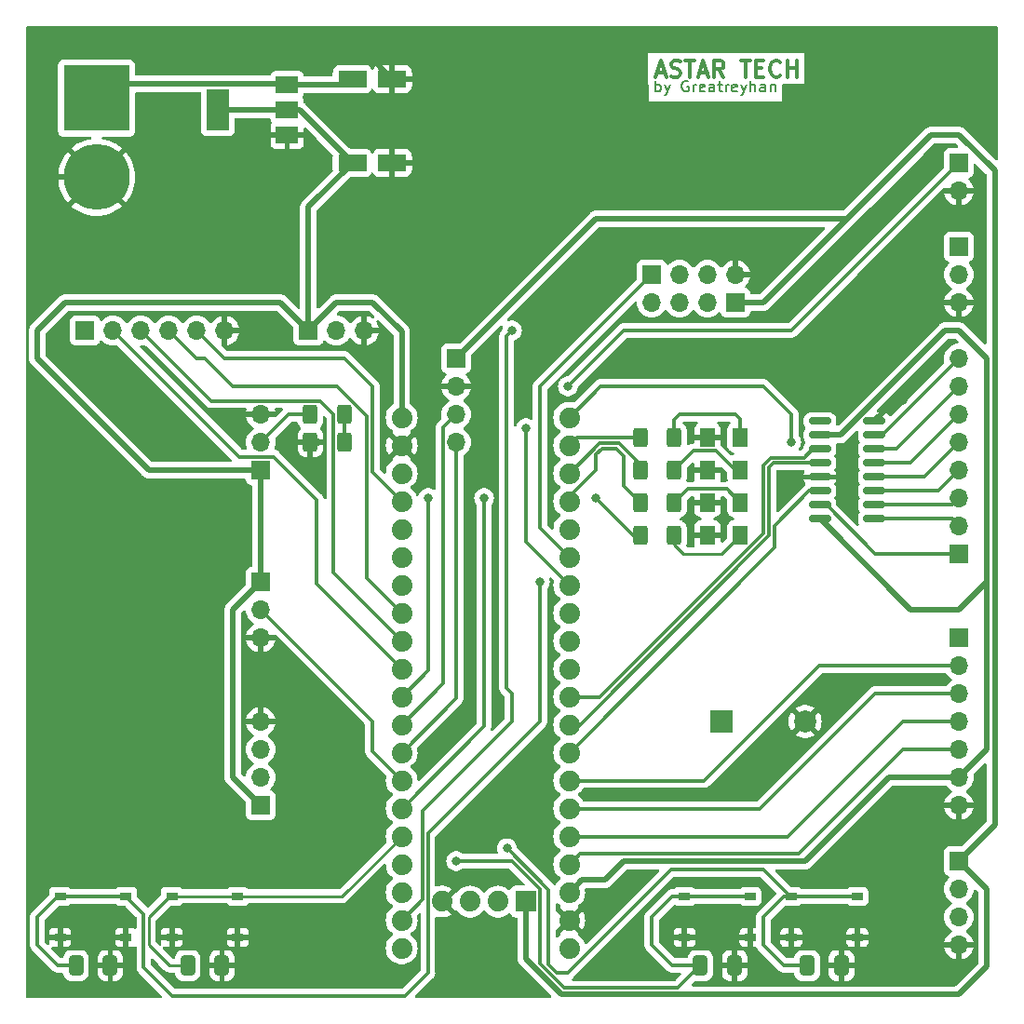
<source format=gbr>
%TF.GenerationSoftware,KiCad,Pcbnew,7.0.10-7.0.10~ubuntu22.04.1*%
%TF.CreationDate,2024-01-15T22:38:42+07:00*%
%TF.ProjectId,PCB_Sensor,5043425f-5365-46e7-936f-722e6b696361,rev?*%
%TF.SameCoordinates,Original*%
%TF.FileFunction,Copper,L1,Top*%
%TF.FilePolarity,Positive*%
%FSLAX46Y46*%
G04 Gerber Fmt 4.6, Leading zero omitted, Abs format (unit mm)*
G04 Created by KiCad (PCBNEW 7.0.10-7.0.10~ubuntu22.04.1) date 2024-01-15 22:38:42*
%MOMM*%
%LPD*%
G01*
G04 APERTURE LIST*
G04 Aperture macros list*
%AMRoundRect*
0 Rectangle with rounded corners*
0 $1 Rounding radius*
0 $2 $3 $4 $5 $6 $7 $8 $9 X,Y pos of 4 corners*
0 Add a 4 corners polygon primitive as box body*
4,1,4,$2,$3,$4,$5,$6,$7,$8,$9,$2,$3,0*
0 Add four circle primitives for the rounded corners*
1,1,$1+$1,$2,$3*
1,1,$1+$1,$4,$5*
1,1,$1+$1,$6,$7*
1,1,$1+$1,$8,$9*
0 Add four rect primitives between the rounded corners*
20,1,$1+$1,$2,$3,$4,$5,0*
20,1,$1+$1,$4,$5,$6,$7,0*
20,1,$1+$1,$6,$7,$8,$9,0*
20,1,$1+$1,$8,$9,$2,$3,0*%
G04 Aperture macros list end*
%ADD10C,0.200000*%
%TA.AperFunction,NonConductor*%
%ADD11C,0.200000*%
%TD*%
%ADD12C,0.300000*%
%TA.AperFunction,NonConductor*%
%ADD13C,0.300000*%
%TD*%
%TA.AperFunction,ComponentPad*%
%ADD14R,1.700000X1.700000*%
%TD*%
%TA.AperFunction,ComponentPad*%
%ADD15O,1.700000X1.700000*%
%TD*%
%TA.AperFunction,SMDPad,CuDef*%
%ADD16RoundRect,0.250000X-0.400000X-0.625000X0.400000X-0.625000X0.400000X0.625000X-0.400000X0.625000X0*%
%TD*%
%TA.AperFunction,ComponentPad*%
%ADD17C,6.000000*%
%TD*%
%TA.AperFunction,ComponentPad*%
%ADD18R,6.000000X6.000000*%
%TD*%
%TA.AperFunction,SMDPad,CuDef*%
%ADD19R,1.000000X0.750000*%
%TD*%
%TA.AperFunction,SMDPad,CuDef*%
%ADD20RoundRect,0.250000X-1.050000X-0.550000X1.050000X-0.550000X1.050000X0.550000X-1.050000X0.550000X0*%
%TD*%
%TA.AperFunction,SMDPad,CuDef*%
%ADD21RoundRect,0.250000X-0.412500X-0.650000X0.412500X-0.650000X0.412500X0.650000X-0.412500X0.650000X0*%
%TD*%
%TA.AperFunction,ComponentPad*%
%ADD22R,2.000000X2.000000*%
%TD*%
%TA.AperFunction,ComponentPad*%
%ADD23C,2.000000*%
%TD*%
%TA.AperFunction,SMDPad,CuDef*%
%ADD24R,2.000000X1.500000*%
%TD*%
%TA.AperFunction,SMDPad,CuDef*%
%ADD25R,2.000000X3.800000*%
%TD*%
%TA.AperFunction,SMDPad,CuDef*%
%ADD26RoundRect,0.150000X0.825000X0.150000X-0.825000X0.150000X-0.825000X-0.150000X0.825000X-0.150000X0*%
%TD*%
%TA.AperFunction,SMDPad,CuDef*%
%ADD27RoundRect,0.250001X-0.462499X-0.624999X0.462499X-0.624999X0.462499X0.624999X-0.462499X0.624999X0*%
%TD*%
%TA.AperFunction,SMDPad,CuDef*%
%ADD28RoundRect,0.250000X0.400000X0.625000X-0.400000X0.625000X-0.400000X-0.625000X0.400000X-0.625000X0*%
%TD*%
%TA.AperFunction,ComponentPad*%
%ADD29C,1.879600*%
%TD*%
%TA.AperFunction,ComponentPad*%
%ADD30R,1.879600X1.879600*%
%TD*%
%TA.AperFunction,ViaPad*%
%ADD31C,0.800000*%
%TD*%
%TA.AperFunction,Conductor*%
%ADD32C,0.300000*%
%TD*%
%TA.AperFunction,Conductor*%
%ADD33C,0.500000*%
%TD*%
%TA.AperFunction,Conductor*%
%ADD34C,0.250000*%
%TD*%
G04 APERTURE END LIST*
D10*
D11*
X129909673Y-26537219D02*
X129909673Y-25537219D01*
X129909673Y-25918171D02*
X130004911Y-25870552D01*
X130004911Y-25870552D02*
X130195387Y-25870552D01*
X130195387Y-25870552D02*
X130290625Y-25918171D01*
X130290625Y-25918171D02*
X130338244Y-25965790D01*
X130338244Y-25965790D02*
X130385863Y-26061028D01*
X130385863Y-26061028D02*
X130385863Y-26346742D01*
X130385863Y-26346742D02*
X130338244Y-26441980D01*
X130338244Y-26441980D02*
X130290625Y-26489600D01*
X130290625Y-26489600D02*
X130195387Y-26537219D01*
X130195387Y-26537219D02*
X130004911Y-26537219D01*
X130004911Y-26537219D02*
X129909673Y-26489600D01*
X130719197Y-25870552D02*
X130957292Y-26537219D01*
X131195387Y-25870552D02*
X130957292Y-26537219D01*
X130957292Y-26537219D02*
X130862054Y-26775314D01*
X130862054Y-26775314D02*
X130814435Y-26822933D01*
X130814435Y-26822933D02*
X130719197Y-26870552D01*
X132862054Y-25584838D02*
X132766816Y-25537219D01*
X132766816Y-25537219D02*
X132623959Y-25537219D01*
X132623959Y-25537219D02*
X132481102Y-25584838D01*
X132481102Y-25584838D02*
X132385864Y-25680076D01*
X132385864Y-25680076D02*
X132338245Y-25775314D01*
X132338245Y-25775314D02*
X132290626Y-25965790D01*
X132290626Y-25965790D02*
X132290626Y-26108647D01*
X132290626Y-26108647D02*
X132338245Y-26299123D01*
X132338245Y-26299123D02*
X132385864Y-26394361D01*
X132385864Y-26394361D02*
X132481102Y-26489600D01*
X132481102Y-26489600D02*
X132623959Y-26537219D01*
X132623959Y-26537219D02*
X132719197Y-26537219D01*
X132719197Y-26537219D02*
X132862054Y-26489600D01*
X132862054Y-26489600D02*
X132909673Y-26441980D01*
X132909673Y-26441980D02*
X132909673Y-26108647D01*
X132909673Y-26108647D02*
X132719197Y-26108647D01*
X133338245Y-26537219D02*
X133338245Y-25870552D01*
X133338245Y-26061028D02*
X133385864Y-25965790D01*
X133385864Y-25965790D02*
X133433483Y-25918171D01*
X133433483Y-25918171D02*
X133528721Y-25870552D01*
X133528721Y-25870552D02*
X133623959Y-25870552D01*
X134338245Y-26489600D02*
X134243007Y-26537219D01*
X134243007Y-26537219D02*
X134052531Y-26537219D01*
X134052531Y-26537219D02*
X133957293Y-26489600D01*
X133957293Y-26489600D02*
X133909674Y-26394361D01*
X133909674Y-26394361D02*
X133909674Y-26013409D01*
X133909674Y-26013409D02*
X133957293Y-25918171D01*
X133957293Y-25918171D02*
X134052531Y-25870552D01*
X134052531Y-25870552D02*
X134243007Y-25870552D01*
X134243007Y-25870552D02*
X134338245Y-25918171D01*
X134338245Y-25918171D02*
X134385864Y-26013409D01*
X134385864Y-26013409D02*
X134385864Y-26108647D01*
X134385864Y-26108647D02*
X133909674Y-26203885D01*
X135243007Y-26537219D02*
X135243007Y-26013409D01*
X135243007Y-26013409D02*
X135195388Y-25918171D01*
X135195388Y-25918171D02*
X135100150Y-25870552D01*
X135100150Y-25870552D02*
X134909674Y-25870552D01*
X134909674Y-25870552D02*
X134814436Y-25918171D01*
X135243007Y-26489600D02*
X135147769Y-26537219D01*
X135147769Y-26537219D02*
X134909674Y-26537219D01*
X134909674Y-26537219D02*
X134814436Y-26489600D01*
X134814436Y-26489600D02*
X134766817Y-26394361D01*
X134766817Y-26394361D02*
X134766817Y-26299123D01*
X134766817Y-26299123D02*
X134814436Y-26203885D01*
X134814436Y-26203885D02*
X134909674Y-26156266D01*
X134909674Y-26156266D02*
X135147769Y-26156266D01*
X135147769Y-26156266D02*
X135243007Y-26108647D01*
X135576341Y-25870552D02*
X135957293Y-25870552D01*
X135719198Y-25537219D02*
X135719198Y-26394361D01*
X135719198Y-26394361D02*
X135766817Y-26489600D01*
X135766817Y-26489600D02*
X135862055Y-26537219D01*
X135862055Y-26537219D02*
X135957293Y-26537219D01*
X136290627Y-26537219D02*
X136290627Y-25870552D01*
X136290627Y-26061028D02*
X136338246Y-25965790D01*
X136338246Y-25965790D02*
X136385865Y-25918171D01*
X136385865Y-25918171D02*
X136481103Y-25870552D01*
X136481103Y-25870552D02*
X136576341Y-25870552D01*
X137290627Y-26489600D02*
X137195389Y-26537219D01*
X137195389Y-26537219D02*
X137004913Y-26537219D01*
X137004913Y-26537219D02*
X136909675Y-26489600D01*
X136909675Y-26489600D02*
X136862056Y-26394361D01*
X136862056Y-26394361D02*
X136862056Y-26013409D01*
X136862056Y-26013409D02*
X136909675Y-25918171D01*
X136909675Y-25918171D02*
X137004913Y-25870552D01*
X137004913Y-25870552D02*
X137195389Y-25870552D01*
X137195389Y-25870552D02*
X137290627Y-25918171D01*
X137290627Y-25918171D02*
X137338246Y-26013409D01*
X137338246Y-26013409D02*
X137338246Y-26108647D01*
X137338246Y-26108647D02*
X136862056Y-26203885D01*
X137671580Y-25870552D02*
X137909675Y-26537219D01*
X138147770Y-25870552D02*
X137909675Y-26537219D01*
X137909675Y-26537219D02*
X137814437Y-26775314D01*
X137814437Y-26775314D02*
X137766818Y-26822933D01*
X137766818Y-26822933D02*
X137671580Y-26870552D01*
X138528723Y-26537219D02*
X138528723Y-25537219D01*
X138957294Y-26537219D02*
X138957294Y-26013409D01*
X138957294Y-26013409D02*
X138909675Y-25918171D01*
X138909675Y-25918171D02*
X138814437Y-25870552D01*
X138814437Y-25870552D02*
X138671580Y-25870552D01*
X138671580Y-25870552D02*
X138576342Y-25918171D01*
X138576342Y-25918171D02*
X138528723Y-25965790D01*
X139862056Y-26537219D02*
X139862056Y-26013409D01*
X139862056Y-26013409D02*
X139814437Y-25918171D01*
X139814437Y-25918171D02*
X139719199Y-25870552D01*
X139719199Y-25870552D02*
X139528723Y-25870552D01*
X139528723Y-25870552D02*
X139433485Y-25918171D01*
X139862056Y-26489600D02*
X139766818Y-26537219D01*
X139766818Y-26537219D02*
X139528723Y-26537219D01*
X139528723Y-26537219D02*
X139433485Y-26489600D01*
X139433485Y-26489600D02*
X139385866Y-26394361D01*
X139385866Y-26394361D02*
X139385866Y-26299123D01*
X139385866Y-26299123D02*
X139433485Y-26203885D01*
X139433485Y-26203885D02*
X139528723Y-26156266D01*
X139528723Y-26156266D02*
X139766818Y-26156266D01*
X139766818Y-26156266D02*
X139862056Y-26108647D01*
X140338247Y-25870552D02*
X140338247Y-26537219D01*
X140338247Y-25965790D02*
X140385866Y-25918171D01*
X140385866Y-25918171D02*
X140481104Y-25870552D01*
X140481104Y-25870552D02*
X140623961Y-25870552D01*
X140623961Y-25870552D02*
X140719199Y-25918171D01*
X140719199Y-25918171D02*
X140766818Y-26013409D01*
X140766818Y-26013409D02*
X140766818Y-26537219D01*
D12*
D13*
X130023082Y-24772257D02*
X130737368Y-24772257D01*
X129880225Y-25200828D02*
X130380225Y-23700828D01*
X130380225Y-23700828D02*
X130880225Y-25200828D01*
X131308796Y-25129400D02*
X131523082Y-25200828D01*
X131523082Y-25200828D02*
X131880224Y-25200828D01*
X131880224Y-25200828D02*
X132023082Y-25129400D01*
X132023082Y-25129400D02*
X132094510Y-25057971D01*
X132094510Y-25057971D02*
X132165939Y-24915114D01*
X132165939Y-24915114D02*
X132165939Y-24772257D01*
X132165939Y-24772257D02*
X132094510Y-24629400D01*
X132094510Y-24629400D02*
X132023082Y-24557971D01*
X132023082Y-24557971D02*
X131880224Y-24486542D01*
X131880224Y-24486542D02*
X131594510Y-24415114D01*
X131594510Y-24415114D02*
X131451653Y-24343685D01*
X131451653Y-24343685D02*
X131380224Y-24272257D01*
X131380224Y-24272257D02*
X131308796Y-24129400D01*
X131308796Y-24129400D02*
X131308796Y-23986542D01*
X131308796Y-23986542D02*
X131380224Y-23843685D01*
X131380224Y-23843685D02*
X131451653Y-23772257D01*
X131451653Y-23772257D02*
X131594510Y-23700828D01*
X131594510Y-23700828D02*
X131951653Y-23700828D01*
X131951653Y-23700828D02*
X132165939Y-23772257D01*
X132594510Y-23700828D02*
X133451653Y-23700828D01*
X133023081Y-25200828D02*
X133023081Y-23700828D01*
X133880224Y-24772257D02*
X134594510Y-24772257D01*
X133737367Y-25200828D02*
X134237367Y-23700828D01*
X134237367Y-23700828D02*
X134737367Y-25200828D01*
X136094509Y-25200828D02*
X135594509Y-24486542D01*
X135237366Y-25200828D02*
X135237366Y-23700828D01*
X135237366Y-23700828D02*
X135808795Y-23700828D01*
X135808795Y-23700828D02*
X135951652Y-23772257D01*
X135951652Y-23772257D02*
X136023081Y-23843685D01*
X136023081Y-23843685D02*
X136094509Y-23986542D01*
X136094509Y-23986542D02*
X136094509Y-24200828D01*
X136094509Y-24200828D02*
X136023081Y-24343685D01*
X136023081Y-24343685D02*
X135951652Y-24415114D01*
X135951652Y-24415114D02*
X135808795Y-24486542D01*
X135808795Y-24486542D02*
X135237366Y-24486542D01*
X137665938Y-23700828D02*
X138523081Y-23700828D01*
X138094509Y-25200828D02*
X138094509Y-23700828D01*
X139023080Y-24415114D02*
X139523080Y-24415114D01*
X139737366Y-25200828D02*
X139023080Y-25200828D01*
X139023080Y-25200828D02*
X139023080Y-23700828D01*
X139023080Y-23700828D02*
X139737366Y-23700828D01*
X141237366Y-25057971D02*
X141165938Y-25129400D01*
X141165938Y-25129400D02*
X140951652Y-25200828D01*
X140951652Y-25200828D02*
X140808795Y-25200828D01*
X140808795Y-25200828D02*
X140594509Y-25129400D01*
X140594509Y-25129400D02*
X140451652Y-24986542D01*
X140451652Y-24986542D02*
X140380223Y-24843685D01*
X140380223Y-24843685D02*
X140308795Y-24557971D01*
X140308795Y-24557971D02*
X140308795Y-24343685D01*
X140308795Y-24343685D02*
X140380223Y-24057971D01*
X140380223Y-24057971D02*
X140451652Y-23915114D01*
X140451652Y-23915114D02*
X140594509Y-23772257D01*
X140594509Y-23772257D02*
X140808795Y-23700828D01*
X140808795Y-23700828D02*
X140951652Y-23700828D01*
X140951652Y-23700828D02*
X141165938Y-23772257D01*
X141165938Y-23772257D02*
X141237366Y-23843685D01*
X141880223Y-25200828D02*
X141880223Y-23700828D01*
X141880223Y-24415114D02*
X142737366Y-24415114D01*
X142737366Y-25200828D02*
X142737366Y-23700828D01*
D14*
%TO.P,J4,1,Pin_1*%
%TO.N,/COM_TX*%
X157480000Y-40640000D03*
D15*
%TO.P,J4,2,Pin_2*%
%TO.N,/COM_RX*%
X157480000Y-43180000D03*
%TO.P,J4,3,Pin_3*%
%TO.N,GND*%
X157480000Y-45720000D03*
%TD*%
D14*
%TO.P,J10,1,Pin_1*%
%TO.N,+3.3V*%
X157480000Y-96520000D03*
D15*
%TO.P,J10,2,Pin_2*%
%TO.N,/SWDIO*%
X157480000Y-99060000D03*
%TO.P,J10,3,Pin_3*%
%TO.N,/SWCLK*%
X157480000Y-101600000D03*
%TO.P,J10,4,Pin_4*%
%TO.N,GND*%
X157480000Y-104140000D03*
%TD*%
D16*
%TO.P,R2,1*%
%TO.N,GND*%
X98500000Y-58420000D03*
%TO.P,R2,2*%
%TO.N,/Current_Sensor*%
X101600000Y-58420000D03*
%TD*%
D17*
%TO.P,J6,N,NEG*%
%TO.N,GND*%
X79060000Y-34320000D03*
D18*
%TO.P,J6,P,POS*%
%TO.N,/2S_BATT*%
X79060000Y-27120000D03*
%TD*%
D14*
%TO.P,J1,1,Pin_1*%
%TO.N,+5V*%
X98320000Y-48260000D03*
D15*
%TO.P,J1,2,Pin_2*%
%TO.N,/DHT22*%
X100860000Y-48260000D03*
%TO.P,J1,3,Pin_3*%
%TO.N,GND*%
X103400000Y-48260000D03*
%TD*%
D14*
%TO.P,J5,1,Pin_1*%
%TO.N,/ALERT_OUT*%
X157480000Y-33020000D03*
D15*
%TO.P,J5,2,Pin_2*%
%TO.N,GND*%
X157480000Y-35560000D03*
%TD*%
D19*
%TO.P,SW4,1,1*%
%TO.N,/RST*%
X85900000Y-99725000D03*
X91900000Y-99725000D03*
%TO.P,SW4,2,2*%
%TO.N,GND*%
X85900000Y-103475000D03*
X91900000Y-103475000D03*
%TD*%
%TO.P,SW2,1,1*%
%TO.N,/UI_BTN2*%
X132540000Y-99725000D03*
X138540000Y-99725000D03*
%TO.P,SW2,2,2*%
%TO.N,GND*%
X132540000Y-103475000D03*
X138540000Y-103475000D03*
%TD*%
D20*
%TO.P,C1,1*%
%TO.N,/2S_BATT*%
X102340000Y-25400000D03*
%TO.P,C1,2*%
%TO.N,GND*%
X105940000Y-25400000D03*
%TD*%
D14*
%TO.P,J8,1,Pin_1*%
%TO.N,+5V*%
X93980000Y-60960000D03*
D15*
%TO.P,J8,2,Pin_2*%
%TO.N,/J_R*%
X93980000Y-58420000D03*
%TO.P,J8,3,Pin_3*%
%TO.N,GND*%
X93980000Y-55880000D03*
%TD*%
D14*
%TO.P,J2,1,Pin_1*%
%TO.N,+5V*%
X93980000Y-71120000D03*
D15*
%TO.P,J2,2,Pin_2*%
%TO.N,/Volt_Sensor*%
X93980000Y-73660000D03*
%TO.P,J2,3,Pin_3*%
%TO.N,GND*%
X93980000Y-76200000D03*
%TD*%
D21*
%TO.P,C3,1*%
%TO.N,/UI_BTN1*%
X143677500Y-106015000D03*
%TO.P,C3,2*%
%TO.N,GND*%
X146802500Y-106015000D03*
%TD*%
D14*
%TO.P,J13,1,Pin_1*%
%TO.N,/LCD_RST*%
X157480000Y-76200000D03*
D15*
%TO.P,J13,2,Pin_2*%
%TO.N,/LCD_CS*%
X157480000Y-78740000D03*
%TO.P,J13,3,Pin_3*%
%TO.N,/LCD_RS*%
X157480000Y-81280000D03*
%TO.P,J13,4,Pin_4*%
%TO.N,/LCD_WR*%
X157480000Y-83820000D03*
%TO.P,J13,5,Pin_5*%
%TO.N,/LCD_RD*%
X157480000Y-86360000D03*
%TO.P,J13,6,Pin_6*%
%TO.N,+5V*%
X157480000Y-88900000D03*
%TO.P,J13,7,Pin_7*%
%TO.N,GND*%
X157480000Y-91440000D03*
%TD*%
D16*
%TO.P,R6,1*%
%TO.N,/LED_BLUE*%
X128487500Y-58000000D03*
%TO.P,R6,2*%
%TO.N,/R_LEDBL*%
X131587500Y-58000000D03*
%TD*%
D21*
%TO.P,C4,1*%
%TO.N,/UI_BTN2*%
X133977500Y-106015000D03*
%TO.P,C4,2*%
%TO.N,GND*%
X137102500Y-106015000D03*
%TD*%
D14*
%TO.P,J14,1,Pin_1*%
%TO.N,+3.3V*%
X137160000Y-45720000D03*
D15*
%TO.P,J14,2,Pin_2*%
%TO.N,unconnected-(J14-Pin_2-Pad2)*%
X134620000Y-45720000D03*
%TO.P,J14,3,Pin_3*%
%TO.N,unconnected-(J14-Pin_3-Pad3)*%
X132080000Y-45720000D03*
%TO.P,J14,4,Pin_4*%
%TO.N,/ESP_RX*%
X129540000Y-45720000D03*
%TD*%
D14*
%TO.P,J15,1,Pin_1*%
%TO.N,/ESP_TX*%
X129540000Y-43180000D03*
D15*
%TO.P,J15,2,Pin_2*%
%TO.N,unconnected-(J15-Pin_2-Pad2)*%
X132080000Y-43180000D03*
%TO.P,J15,3,Pin_3*%
%TO.N,unconnected-(J15-Pin_3-Pad3)*%
X134620000Y-43180000D03*
%TO.P,J15,4,Pin_4*%
%TO.N,GND*%
X137160000Y-43180000D03*
%TD*%
D22*
%TO.P,BZ1,1,-*%
%TO.N,/BUZZ*%
X135900000Y-83820000D03*
D23*
%TO.P,BZ1,2,+*%
%TO.N,GND*%
X143500000Y-83820000D03*
%TD*%
D16*
%TO.P,R1,1*%
%TO.N,/BUILT_LED*%
X128487500Y-66880000D03*
%TO.P,R1,2*%
%TO.N,/R_LEDB*%
X131587500Y-66880000D03*
%TD*%
D24*
%TO.P,U2,1,GND*%
%TO.N,GND*%
X96390000Y-30480000D03*
%TO.P,U2,2,VO*%
%TO.N,+5V*%
X96390000Y-28180000D03*
D25*
X90090000Y-28180000D03*
D24*
%TO.P,U2,3,VI*%
%TO.N,/2S_BATT*%
X96390000Y-25880000D03*
%TD*%
D14*
%TO.P,J7,1,Pin_1*%
%TO.N,+3.3V*%
X111760000Y-50800000D03*
D15*
%TO.P,J7,2,Pin_2*%
%TO.N,GND*%
X111760000Y-53340000D03*
%TO.P,J7,3,Pin_3*%
%TO.N,/BNO08X_RX*%
X111760000Y-55880000D03*
%TO.P,J7,4,Pin_4*%
%TO.N,/BNO08X_TX*%
X111760000Y-58420000D03*
%TD*%
D14*
%TO.P,J9,1,Pin_1*%
%TO.N,+5V*%
X93980000Y-91440000D03*
D15*
%TO.P,J9,2,Pin_2*%
%TO.N,/LoadCell_OUT*%
X93980000Y-88900000D03*
%TO.P,J9,3,Pin_3*%
%TO.N,/LoadCell_IN*%
X93980000Y-86360000D03*
%TO.P,J9,4,Pin_4*%
%TO.N,GND*%
X93980000Y-83820000D03*
%TD*%
D16*
%TO.P,R5,1*%
%TO.N,/LED_GREEN*%
X128487500Y-60960000D03*
%TO.P,R5,2*%
%TO.N,/R_LEDG*%
X131587500Y-60960000D03*
%TD*%
D19*
%TO.P,SW3,1,1*%
%TO.N,/UI_BTN3*%
X75740000Y-99725000D03*
X81740000Y-99725000D03*
%TO.P,SW3,2,2*%
%TO.N,GND*%
X75740000Y-103475000D03*
X81740000Y-103475000D03*
%TD*%
D21*
%TO.P,C5,1*%
%TO.N,/UI_BTN3*%
X77177500Y-106015000D03*
%TO.P,C5,2*%
%TO.N,GND*%
X80302500Y-106015000D03*
%TD*%
D14*
%TO.P,J11,1,Pin_1*%
%TO.N,+3.3V*%
X78000000Y-48260000D03*
D15*
%TO.P,J11,2,Pin_2*%
%TO.N,/UWB_SCK*%
X80540000Y-48260000D03*
%TO.P,J11,3,Pin_3*%
%TO.N,/UWB_MISO*%
X83080000Y-48260000D03*
%TO.P,J11,4,Pin_4*%
%TO.N,/UWB_MOSI*%
X85620000Y-48260000D03*
%TO.P,J11,5,Pin_5*%
%TO.N,/UWB_CS*%
X88160000Y-48260000D03*
%TO.P,J11,6,Pin_6*%
%TO.N,GND*%
X90700000Y-48260000D03*
%TD*%
D20*
%TO.P,C2,1*%
%TO.N,+5V*%
X102340000Y-33020000D03*
%TO.P,C2,2*%
%TO.N,GND*%
X105940000Y-33020000D03*
%TD*%
D26*
%TO.P,U3,1,QB*%
%TO.N,/D1*%
X149795000Y-65405000D03*
%TO.P,U3,2,QC*%
%TO.N,/D2*%
X149795000Y-64135000D03*
%TO.P,U3,3,QD*%
%TO.N,/D3*%
X149795000Y-62865000D03*
%TO.P,U3,4,QE*%
%TO.N,/D4*%
X149795000Y-61595000D03*
%TO.P,U3,5,QF*%
%TO.N,/D5*%
X149795000Y-60325000D03*
%TO.P,U3,6,QG*%
%TO.N,/D6*%
X149795000Y-59055000D03*
%TO.P,U3,7,QH*%
%TO.N,/D7*%
X149795000Y-57785000D03*
%TO.P,U3,8,GND*%
%TO.N,GND*%
X149795000Y-56515000D03*
%TO.P,U3,9,QH'*%
%TO.N,unconnected-(U3-QH'-Pad9)*%
X144845000Y-56515000D03*
%TO.P,U3,10,~{SRCLR}*%
%TO.N,+5V*%
X144845000Y-57785000D03*
%TO.P,U3,11,SRCLK*%
%TO.N,/MUL_SCK*%
X144845000Y-59055000D03*
%TO.P,U3,12,RCLK*%
%TO.N,/MUL_Latch*%
X144845000Y-60325000D03*
%TO.P,U3,13,~{OE}*%
%TO.N,GND*%
X144845000Y-61595000D03*
%TO.P,U3,14,SER*%
%TO.N,/MUL_MOSI*%
X144845000Y-62865000D03*
%TO.P,U3,15,QA*%
%TO.N,/D0*%
X144845000Y-64135000D03*
%TO.P,U3,16,VCC*%
%TO.N,+5V*%
X144845000Y-65405000D03*
%TD*%
D16*
%TO.P,R4,1*%
%TO.N,/LED_RED*%
X128487500Y-63920000D03*
%TO.P,R4,2*%
%TO.N,/R_LEDR*%
X131587500Y-63920000D03*
%TD*%
D27*
%TO.P,D3,1,K*%
%TO.N,GND*%
X134620000Y-60935000D03*
%TO.P,D3,2,A*%
%TO.N,/R_LEDG*%
X137595000Y-60935000D03*
%TD*%
D21*
%TO.P,C6,1*%
%TO.N,/RST*%
X87337500Y-106015000D03*
%TO.P,C6,2*%
%TO.N,GND*%
X90462500Y-106015000D03*
%TD*%
D27*
%TO.P,D1,1,K*%
%TO.N,GND*%
X134620000Y-66855000D03*
%TO.P,D1,2,A*%
%TO.N,/R_LEDB*%
X137595000Y-66855000D03*
%TD*%
D19*
%TO.P,SW1,1,1*%
%TO.N,/UI_BTN1*%
X142240000Y-99725000D03*
X148240000Y-99725000D03*
%TO.P,SW1,2,2*%
%TO.N,GND*%
X142240000Y-103475000D03*
X148240000Y-103475000D03*
%TD*%
D14*
%TO.P,J12,1,Pin_1*%
%TO.N,/D0*%
X157480000Y-68580000D03*
D15*
%TO.P,J12,2,Pin_2*%
%TO.N,/D1*%
X157480000Y-66040000D03*
%TO.P,J12,3,Pin_3*%
%TO.N,/D2*%
X157480000Y-63500000D03*
%TO.P,J12,4,Pin_4*%
%TO.N,/D3*%
X157480000Y-60960000D03*
%TO.P,J12,5,Pin_5*%
%TO.N,/D4*%
X157480000Y-58420000D03*
%TO.P,J12,6,Pin_6*%
%TO.N,/D5*%
X157480000Y-55880000D03*
%TO.P,J12,7,Pin_7*%
%TO.N,/D6*%
X157480000Y-53340000D03*
%TO.P,J12,8,Pin_8*%
%TO.N,/D7*%
X157480000Y-50800000D03*
%TD*%
D27*
%TO.P,D4,1,K*%
%TO.N,GND*%
X134620000Y-57975000D03*
%TO.P,D4,2,A*%
%TO.N,/R_LEDBL*%
X137595000Y-57975000D03*
%TD*%
D28*
%TO.P,R3,1*%
%TO.N,/Current_Sensor*%
X101600000Y-55880000D03*
%TO.P,R3,2*%
%TO.N,/J_R*%
X98500000Y-55880000D03*
%TD*%
D27*
%TO.P,D2,1,K*%
%TO.N,GND*%
X134620000Y-63895000D03*
%TO.P,D2,2,A*%
%TO.N,/R_LEDR*%
X137595000Y-63895000D03*
%TD*%
D29*
%TO.P,U1,1,PB12*%
%TO.N,/BUZZ*%
X122047000Y-56180000D03*
%TO.P,U1,2,PB13*%
%TO.N,/LED_BLUE*%
X122047000Y-58720000D03*
%TO.P,U1,3,PB14*%
%TO.N,/LED_GREEN*%
X122047000Y-61260000D03*
%TO.P,U1,4,PB15*%
%TO.N,/LED_RED*%
X122047000Y-63800000D03*
%TO.P,U1,5,PA8*%
%TO.N,/UI_BTN3*%
X122047000Y-66340000D03*
%TO.P,U1,6,PA9*%
%TO.N,/ESP_TX*%
X122047000Y-68880000D03*
%TO.P,U1,7,PA10*%
%TO.N,/ESP_RX*%
X122047000Y-71420000D03*
%TO.P,U1,8,PA11*%
%TO.N,/COM_TX*%
X122047000Y-73960000D03*
%TO.P,U1,9,PA12*%
%TO.N,/COM_RX*%
X122047000Y-76500000D03*
%TO.P,U1,10,PA15*%
%TO.N,/LCD_RST*%
X122047000Y-79040000D03*
%TO.P,U1,11,PB3*%
%TO.N,/MUL_SCK*%
X122047000Y-81580000D03*
%TO.P,U1,12,PB4*%
%TO.N,/MUL_Latch*%
X122047000Y-84120000D03*
%TO.P,U1,13,PB5*%
%TO.N,/MUL_MOSI*%
X122047000Y-86660000D03*
%TO.P,U1,14,PB6*%
%TO.N,/LCD_CS*%
X122047000Y-89200000D03*
%TO.P,U1,15,PB7*%
%TO.N,/LCD_RS*%
X122047000Y-91740000D03*
%TO.P,U1,16,PB8*%
%TO.N,/LCD_WR*%
X122047000Y-94280000D03*
%TO.P,U1,17,PB9*%
%TO.N,/LCD_RD*%
X122047000Y-96820000D03*
%TO.P,U1,18,5V*%
%TO.N,+5V*%
X122047000Y-99360000D03*
%TO.P,U1,19,GND*%
%TO.N,GND*%
X122047000Y-101900000D03*
%TO.P,U1,20,3V3*%
%TO.N,unconnected-(U1-3V3-Pad20)*%
X122047000Y-104440000D03*
%TO.P,U1,21,VBAT*%
%TO.N,unconnected-(U1-VBAT-Pad21)*%
X106807000Y-104440000D03*
%TO.P,U1,22,PC13*%
%TO.N,/BUILT_LED*%
X106807000Y-101900000D03*
%TO.P,U1,23,PC14*%
%TO.N,/UI_BTN1*%
X106807000Y-99360000D03*
%TO.P,U1,24,PC15*%
%TO.N,/UI_BTN2*%
X106807000Y-96820000D03*
%TO.P,U1,25,~{RESET}*%
%TO.N,/RST*%
X106807000Y-94280000D03*
%TO.P,U1,26,PA0*%
%TO.N,/DHT22*%
X106807000Y-91740000D03*
%TO.P,U1,27,PA1*%
%TO.N,/Volt_Sensor*%
X106807000Y-89200000D03*
%TO.P,U1,28,PA2*%
%TO.N,/BNO08X_TX*%
X106807000Y-86660000D03*
%TO.P,U1,29,PA3*%
%TO.N,/BNO08X_RX*%
X106807000Y-84120000D03*
%TO.P,U1,30,PA4*%
%TO.N,/Current_Sensor*%
X106807000Y-81580000D03*
%TO.P,U1,31,PA5*%
%TO.N,/UWB_SCK*%
X106807000Y-79040000D03*
%TO.P,U1,32,PA6*%
%TO.N,/UWB_MISO*%
X106807000Y-76500000D03*
%TO.P,U1,33,PA7*%
%TO.N,/UWB_MOSI*%
X106807000Y-73960000D03*
%TO.P,U1,34,PB0*%
%TO.N,/LoadCell_OUT*%
X106807000Y-71420000D03*
%TO.P,U1,35,PB1*%
%TO.N,/LoadCell_IN*%
X106807000Y-68880000D03*
%TO.P,U1,36,PB2*%
%TO.N,/ALERT_OUT*%
X106807000Y-66340000D03*
%TO.P,U1,37,PB10*%
%TO.N,/UWB_CS*%
X106807000Y-63800000D03*
%TO.P,U1,38,3V3*%
%TO.N,unconnected-(U1-3V3-Pad38)*%
X106807000Y-61260000D03*
%TO.P,U1,39,GND*%
%TO.N,GND*%
X106807000Y-58720000D03*
%TO.P,U1,40,5V*%
%TO.N,+5V*%
X106807000Y-56180000D03*
D30*
%TO.P,U1,41,3.3V*%
%TO.N,+3.3V*%
X118110000Y-100203000D03*
D29*
%TO.P,U1,42,SWDIO*%
%TO.N,/SWDIO*%
X115570000Y-100203000D03*
%TO.P,U1,43,SWSCK*%
%TO.N,/SWCLK*%
X113030000Y-100203000D03*
%TO.P,U1,44,GND*%
%TO.N,GND*%
X110490000Y-100203000D03*
%TD*%
D31*
%TO.N,/BUZZ*%
X142240000Y-58420000D03*
%TO.N,GND*%
X144780000Y-101600000D03*
X106680000Y-33020000D03*
X99060000Y-58420000D03*
X134620000Y-101600000D03*
X134620000Y-60960000D03*
X147320000Y-60960000D03*
X78740000Y-101600000D03*
X85900000Y-103475000D03*
X152400000Y-54610000D03*
X134620000Y-67310000D03*
X134620000Y-63500000D03*
X134620000Y-58420000D03*
X139700000Y-87630000D03*
X93980000Y-104140000D03*
%TO.N,/DHT22*%
X114300000Y-63500000D03*
%TO.N,/ESP_RX*%
X118110000Y-57150000D03*
%TO.N,/ALERT_OUT*%
X121920000Y-53340000D03*
%TO.N,/BUILT_LED*%
X116840000Y-48260000D03*
X124460000Y-63500000D03*
%TO.N,/Current_Sensor*%
X101600000Y-55880000D03*
X109220000Y-63500000D03*
%TO.N,/UI_BTN3*%
X119380000Y-71120000D03*
%TO.N,/UI_BTN1*%
X116381777Y-95354670D03*
%TO.N,/UI_BTN2*%
X111760000Y-96520000D03*
X111760000Y-96520000D03*
%TD*%
D32*
%TO.N,/BUZZ*%
X122047000Y-56180000D02*
X124887000Y-53340000D01*
X142240000Y-55880000D02*
X142240000Y-58420000D01*
X139700000Y-53340000D02*
X142240000Y-55880000D01*
X124887000Y-53340000D02*
X139700000Y-53340000D01*
D33*
%TO.N,GND*%
X105940000Y-33020000D02*
X105940000Y-25400000D01*
X91900000Y-103475000D02*
X85900000Y-103475000D01*
X74960000Y-34320000D02*
X79060000Y-34320000D01*
X81740000Y-103475000D02*
X75740000Y-103475000D01*
X73660000Y-33020000D02*
X74960000Y-34320000D01*
X139700000Y-87630000D02*
X139700000Y-87620000D01*
X75660000Y-20860000D02*
X73660000Y-22860000D01*
X101400000Y-20860000D02*
X75660000Y-20860000D01*
X151700000Y-54610000D02*
X152400000Y-54610000D01*
X149795000Y-56515000D02*
X151700000Y-54610000D01*
X139700000Y-87620000D02*
X143500000Y-83820000D01*
X73660000Y-22860000D02*
X73660000Y-33020000D01*
X105940000Y-25400000D02*
X101400000Y-20860000D01*
%TO.N,/2S_BATT*%
X96390000Y-25880000D02*
X101860000Y-25880000D01*
X79060000Y-27120000D02*
X80350000Y-25830000D01*
X101860000Y-25880000D02*
X102340000Y-25400000D01*
X96340000Y-25830000D02*
X96390000Y-25880000D01*
X80350000Y-25830000D02*
X96340000Y-25830000D01*
%TO.N,+5V*%
X160020000Y-50800000D02*
X160020000Y-71120000D01*
X73660000Y-48260000D02*
X73660000Y-50800000D01*
X98320000Y-48260000D02*
X98320000Y-37040000D01*
X104140000Y-45720000D02*
X106807000Y-48387000D01*
X93980000Y-60960000D02*
X93980000Y-71120000D01*
X153100000Y-73660000D02*
X144845000Y-65405000D01*
X156222316Y-48260000D02*
X157480000Y-48260000D01*
X93980000Y-91440000D02*
X91440000Y-88900000D01*
X83820000Y-60960000D02*
X93980000Y-60960000D01*
X98320000Y-48260000D02*
X100860000Y-45720000D01*
X157480000Y-88900000D02*
X160020000Y-86360000D01*
X98320000Y-48260000D02*
X95780000Y-45720000D01*
X91440000Y-88900000D02*
X91440000Y-73660000D01*
X144845000Y-57785000D02*
X146697316Y-57785000D01*
X143520000Y-96520000D02*
X127000000Y-96520000D01*
X125310200Y-98209800D02*
X123197200Y-98209800D01*
X157480000Y-73660000D02*
X153100000Y-73660000D01*
X127000000Y-96520000D02*
X125310200Y-98209800D01*
X100860000Y-45720000D02*
X104140000Y-45720000D01*
X90090000Y-28180000D02*
X96390000Y-28180000D01*
X97500000Y-28180000D02*
X102340000Y-33020000D01*
X76200000Y-45720000D02*
X73660000Y-48260000D01*
X123197200Y-98209800D02*
X122047000Y-99360000D01*
X96390000Y-28180000D02*
X97500000Y-28180000D01*
X146697316Y-57785000D02*
X156222316Y-48260000D01*
X157480000Y-88900000D02*
X151140000Y-88900000D01*
X157480000Y-48260000D02*
X160020000Y-50800000D01*
X95780000Y-45720000D02*
X76200000Y-45720000D01*
X73660000Y-50800000D02*
X83820000Y-60960000D01*
X160020000Y-71120000D02*
X157480000Y-73660000D01*
X91440000Y-73660000D02*
X93980000Y-71120000D01*
X106807000Y-48387000D02*
X106807000Y-56180000D01*
X151140000Y-88900000D02*
X143520000Y-96520000D01*
X160020000Y-86360000D02*
X160020000Y-71120000D01*
X98320000Y-37040000D02*
X102340000Y-33020000D01*
D32*
%TO.N,/DHT22*%
X106807000Y-91740000D02*
X114300000Y-84247000D01*
X114300000Y-84247000D02*
X114300000Y-63500000D01*
%TO.N,/Volt_Sensor*%
X104140000Y-83820000D02*
X104140000Y-86533000D01*
X104140000Y-86533000D02*
X106807000Y-89200000D01*
X93980000Y-73660000D02*
X104140000Y-83820000D01*
%TO.N,/ESP_TX*%
X119380000Y-66213000D02*
X122047000Y-68880000D01*
X129540000Y-43180000D02*
X119380000Y-53340000D01*
X119380000Y-53340000D02*
X119380000Y-66213000D01*
%TO.N,/ESP_RX*%
X118110000Y-57150000D02*
X118110000Y-67483000D01*
X118110000Y-67483000D02*
X122047000Y-71420000D01*
%TO.N,/ALERT_OUT*%
X142240000Y-48260000D02*
X127000000Y-48260000D01*
X127000000Y-48260000D02*
X121920000Y-53340000D01*
X157480000Y-33020000D02*
X142240000Y-48260000D01*
D33*
%TO.N,+3.3V*%
X157480000Y-96520000D02*
X160740000Y-93260000D01*
X160740000Y-93260000D02*
X160740000Y-33740000D01*
X111760000Y-50800000D02*
X124460000Y-38100000D01*
X124460000Y-38100000D02*
X147320000Y-38100000D01*
X157480000Y-30480000D02*
X154940000Y-30480000D01*
X147320000Y-38100000D02*
X153670000Y-31750000D01*
X118110000Y-105410000D02*
X121360000Y-108660000D01*
X157480000Y-108660000D02*
X160020000Y-106120000D01*
X154940000Y-30480000D02*
X139700000Y-45720000D01*
X160020000Y-106120000D02*
X160020000Y-99060000D01*
X160020000Y-99060000D02*
X157480000Y-96520000D01*
X121360000Y-108660000D02*
X157480000Y-108660000D01*
X139700000Y-45720000D02*
X137160000Y-45720000D01*
X118110000Y-100203000D02*
X118110000Y-105410000D01*
X160740000Y-33740000D02*
X157480000Y-30480000D01*
D32*
%TO.N,/BNO08X_RX*%
X110560000Y-57080000D02*
X110560000Y-80367000D01*
X110560000Y-80367000D02*
X106807000Y-84120000D01*
X111760000Y-55880000D02*
X110560000Y-57080000D01*
%TO.N,/BNO08X_TX*%
X111760000Y-81707000D02*
X106807000Y-86660000D01*
X111760000Y-58420000D02*
X111760000Y-81707000D01*
%TO.N,/J_R*%
X96520000Y-55880000D02*
X98500000Y-55880000D01*
X93980000Y-58420000D02*
X96520000Y-55880000D01*
%TO.N,/BUILT_LED*%
X116840000Y-83820000D02*
X116840000Y-81280000D01*
X116340000Y-48760000D02*
X116840000Y-48260000D01*
X124460000Y-63500000D02*
X127840000Y-66880000D01*
X116840000Y-81280000D02*
X116340000Y-80780000D01*
X108700200Y-91959800D02*
X116840000Y-83820000D01*
X116340000Y-53340000D02*
X116340000Y-48760000D01*
X116340000Y-80780000D02*
X116340000Y-53340000D01*
X127840000Y-66880000D02*
X128487500Y-66880000D01*
X108700200Y-100006800D02*
X108700200Y-91959800D01*
X106807000Y-101900000D02*
X108700200Y-100006800D01*
%TO.N,/Current_Sensor*%
X109220000Y-79167000D02*
X109220000Y-63500000D01*
X106807000Y-81580000D02*
X109220000Y-79167000D01*
X101600000Y-58420000D02*
X101600000Y-55880000D01*
%TO.N,/LED_RED*%
X128487500Y-63920000D02*
X127000000Y-62432500D01*
X125014106Y-59000000D02*
X124460000Y-59554106D01*
X122047000Y-63373000D02*
X122047000Y-63800000D01*
X127000000Y-59653356D02*
X126346644Y-59000000D01*
X127000000Y-62432500D02*
X127000000Y-59653356D01*
X126346644Y-59000000D02*
X125014106Y-59000000D01*
X124460000Y-60960000D02*
X122047000Y-63373000D01*
X124460000Y-59554106D02*
X124460000Y-60960000D01*
%TO.N,/LED_GREEN*%
X128487500Y-60960000D02*
X128487500Y-60433750D01*
X124807000Y-58500000D02*
X122047000Y-61260000D01*
X128487500Y-60433750D02*
X126553750Y-58500000D01*
X126553750Y-58500000D02*
X124807000Y-58500000D01*
%TO.N,/LED_BLUE*%
X122767000Y-58000000D02*
X122047000Y-58720000D01*
X128487500Y-58000000D02*
X122767000Y-58000000D01*
%TO.N,/UI_BTN3*%
X75535000Y-99725000D02*
X75740000Y-99725000D01*
X107140000Y-108760000D02*
X109200200Y-106699800D01*
X75535000Y-106015000D02*
X73660000Y-104140000D01*
X83345000Y-106205000D02*
X85900000Y-108760000D01*
X73660000Y-104140000D02*
X73660000Y-101600000D01*
X119380000Y-83820000D02*
X119380000Y-71120000D01*
X83345000Y-101330000D02*
X83345000Y-106205000D01*
X109200200Y-93999800D02*
X119380000Y-83820000D01*
X81740000Y-99725000D02*
X83345000Y-101330000D01*
X73660000Y-101600000D02*
X75535000Y-99725000D01*
X109200200Y-106699800D02*
X109200200Y-93999800D01*
X85900000Y-108760000D02*
X107140000Y-108760000D01*
X77177500Y-106015000D02*
X75535000Y-106015000D01*
X75740000Y-99725000D02*
X81740000Y-99725000D01*
%TO.N,/MUL_SCK*%
X124812956Y-81580000D02*
X139700000Y-66692956D01*
X139700000Y-66692956D02*
X139700000Y-60526632D01*
X143390000Y-59825000D02*
X144160000Y-59055000D01*
X140401632Y-59825000D02*
X143390000Y-59825000D01*
X139700000Y-60526632D02*
X140401632Y-59825000D01*
X122047000Y-81580000D02*
X124812956Y-81580000D01*
X144160000Y-59055000D02*
X144845000Y-59055000D01*
%TO.N,/MUL_Latch*%
X140200000Y-60733738D02*
X140608738Y-60325000D01*
X140200000Y-66900062D02*
X140200000Y-60733738D01*
X122980062Y-84120000D02*
X140200000Y-66900062D01*
X140608738Y-60325000D02*
X144845000Y-60325000D01*
X122047000Y-84120000D02*
X122980062Y-84120000D01*
%TO.N,/MUL_MOSI*%
X143875000Y-62865000D02*
X144845000Y-62865000D01*
X140700000Y-68007000D02*
X140700000Y-66040000D01*
X122047000Y-86660000D02*
X140700000Y-68007000D01*
X140700000Y-66040000D02*
X143875000Y-62865000D01*
%TO.N,/LCD_CS*%
X134320000Y-89200000D02*
X144780000Y-78740000D01*
X122047000Y-89200000D02*
X134320000Y-89200000D01*
X144780000Y-78740000D02*
X157480000Y-78740000D01*
%TO.N,/LCD_RS*%
X149860000Y-81280000D02*
X157480000Y-81280000D01*
X122047000Y-91740000D02*
X139400000Y-91740000D01*
X139400000Y-91740000D02*
X149860000Y-81280000D01*
%TO.N,/LCD_WR*%
X152400000Y-83820000D02*
X157480000Y-83820000D01*
X141940000Y-94280000D02*
X152400000Y-83820000D01*
X122047000Y-94280000D02*
X141940000Y-94280000D01*
%TO.N,/LCD_RD*%
X122047000Y-96820000D02*
X122986799Y-95880201D01*
X152400000Y-86360000D02*
X157480000Y-86360000D01*
X122986799Y-95880201D02*
X142879799Y-95880201D01*
X142879799Y-95880201D02*
X152400000Y-86360000D01*
%TO.N,/UI_BTN1*%
X139700000Y-97310000D02*
X142115000Y-99725000D01*
X142240000Y-99725000D02*
X148240000Y-99725000D01*
X120157817Y-105902183D02*
X120935634Y-106680000D01*
X120935634Y-106680000D02*
X121920000Y-106680000D01*
X143677500Y-106015000D02*
X141575000Y-106015000D01*
X139700000Y-104140000D02*
X139700000Y-101600000D01*
X141575000Y-106015000D02*
X139700000Y-104140000D01*
X116381777Y-95354670D02*
X120157817Y-99130710D01*
X131290000Y-97310000D02*
X139700000Y-97310000D01*
X121920000Y-106680000D02*
X131290000Y-97310000D01*
X120157817Y-99130710D02*
X120157817Y-105902183D01*
X139700000Y-101600000D02*
X141575000Y-99725000D01*
X142115000Y-99725000D02*
X142240000Y-99725000D01*
X141575000Y-99725000D02*
X142240000Y-99725000D01*
%TO.N,/UI_BTN2*%
X119399800Y-105851272D02*
X119399800Y-99079800D01*
X133977500Y-106015000D02*
X131932500Y-108060000D01*
X121608528Y-108060000D02*
X119399800Y-105851272D01*
X119399800Y-99079800D02*
X116840000Y-96520000D01*
X129540000Y-101600000D02*
X131415000Y-99725000D01*
X131932500Y-108060000D02*
X121608528Y-108060000D01*
X131415000Y-106015000D02*
X129540000Y-104140000D01*
X116840000Y-96520000D02*
X111760000Y-96520000D01*
X131415000Y-99725000D02*
X132540000Y-99725000D01*
X132540000Y-99725000D02*
X138540000Y-99725000D01*
X133977500Y-106015000D02*
X131415000Y-106015000D01*
X129540000Y-104140000D02*
X129540000Y-101600000D01*
D34*
%TO.N,/RST*%
X83820000Y-101600000D02*
X85695000Y-99725000D01*
X87337500Y-106015000D02*
X85695000Y-106015000D01*
X83820000Y-104140000D02*
X83820000Y-101600000D01*
X85900000Y-99725000D02*
X91900000Y-99725000D01*
X91900000Y-99725000D02*
X101362000Y-99725000D01*
X85695000Y-99725000D02*
X85900000Y-99725000D01*
X101362000Y-99725000D02*
X106807000Y-94280000D01*
X85695000Y-106015000D02*
X83820000Y-104140000D01*
D32*
%TO.N,/UWB_SCK*%
X95180000Y-59760000D02*
X99060000Y-63640000D01*
X80540000Y-48260000D02*
X92040000Y-59760000D01*
X99060000Y-63640000D02*
X99060000Y-71293000D01*
X99060000Y-71293000D02*
X106807000Y-79040000D01*
X92040000Y-59760000D02*
X95180000Y-59760000D01*
%TO.N,/UWB_MISO*%
X100600000Y-55880000D02*
X100600000Y-70293000D01*
X100600000Y-70293000D02*
X106807000Y-76500000D01*
X99375000Y-54655000D02*
X100600000Y-55880000D01*
X97165000Y-54655000D02*
X99375000Y-54655000D01*
X83080000Y-48260000D02*
X89479772Y-54659772D01*
X89479772Y-54659772D02*
X97160228Y-54659772D01*
X97160228Y-54659772D02*
X97165000Y-54655000D01*
%TO.N,/UWB_MOSI*%
X85620000Y-48260000D02*
X88160000Y-50800000D01*
X88160000Y-50800000D02*
X88900000Y-50800000D01*
X91440000Y-53340000D02*
X100940456Y-53340000D01*
X100940456Y-53340000D02*
X103640000Y-56039544D01*
X103640000Y-70793000D02*
X106807000Y-73960000D01*
X103640000Y-56039544D02*
X103640000Y-70793000D01*
X88900000Y-50800000D02*
X91440000Y-53340000D01*
%TO.N,/UWB_CS*%
X88160000Y-48260000D02*
X90700000Y-50800000D01*
X90700000Y-50800000D02*
X101600000Y-50800000D01*
X104140000Y-53340000D02*
X104140000Y-61133000D01*
X101600000Y-50800000D02*
X104140000Y-53340000D01*
X104140000Y-61133000D02*
X106807000Y-63800000D01*
%TO.N,/D0*%
X144845000Y-64135000D02*
X145415000Y-64135000D01*
X149860000Y-68580000D02*
X157480000Y-68580000D01*
X145415000Y-64135000D02*
X149860000Y-68580000D01*
%TO.N,/D1*%
X156845000Y-65405000D02*
X157480000Y-66040000D01*
X149795000Y-65405000D02*
X156845000Y-65405000D01*
%TO.N,/D2*%
X149795000Y-64135000D02*
X156845000Y-64135000D01*
X156845000Y-64135000D02*
X157480000Y-63500000D01*
%TO.N,/D3*%
X149795000Y-62865000D02*
X155575000Y-62865000D01*
X155575000Y-62865000D02*
X157480000Y-60960000D01*
%TO.N,/D4*%
X154305000Y-61595000D02*
X157480000Y-58420000D01*
X149795000Y-61595000D02*
X154305000Y-61595000D01*
%TO.N,/D5*%
X149795000Y-60325000D02*
X153035000Y-60325000D01*
X153035000Y-60325000D02*
X157480000Y-55880000D01*
%TO.N,/D6*%
X149795000Y-59055000D02*
X151765000Y-59055000D01*
X151765000Y-59055000D02*
X157480000Y-53340000D01*
%TO.N,/D7*%
X149795000Y-57785000D02*
X150495000Y-57785000D01*
X150495000Y-57785000D02*
X157480000Y-50800000D01*
D34*
%TO.N,/R_LEDB*%
X131587500Y-67755000D02*
X132412500Y-68580000D01*
X131587500Y-66880000D02*
X131587500Y-67755000D01*
X132412500Y-68580000D02*
X135870000Y-68580000D01*
X135870000Y-68580000D02*
X137595000Y-66855000D01*
D32*
%TO.N,/R_LEDR*%
X136370000Y-62670000D02*
X137595000Y-63895000D01*
X131587500Y-63920000D02*
X132837500Y-62670000D01*
X132837500Y-62670000D02*
X136370000Y-62670000D01*
%TO.N,/R_LEDG*%
X131587500Y-60960000D02*
X133347500Y-59200000D01*
X135400000Y-59200000D02*
X137160000Y-60960000D01*
X133347500Y-59200000D02*
X135400000Y-59200000D01*
X137160000Y-60960000D02*
X137570000Y-60960000D01*
X137570000Y-60960000D02*
X137595000Y-60935000D01*
%TO.N,/R_LEDBL*%
X131587500Y-56372500D02*
X132080000Y-55880000D01*
X137595000Y-56315000D02*
X137595000Y-57975000D01*
X131587500Y-58000000D02*
X131587500Y-56372500D01*
X137160000Y-55880000D02*
X137595000Y-56315000D01*
X132080000Y-55880000D02*
X137160000Y-55880000D01*
%TD*%
%TA.AperFunction,Conductor*%
%TO.N,GND*%
G36*
X160982539Y-20590185D02*
G01*
X161028294Y-20642989D01*
X161039500Y-20694500D01*
X161039500Y-32678770D01*
X161019815Y-32745809D01*
X160967011Y-32791564D01*
X160897853Y-32801508D01*
X160834297Y-32772483D01*
X160827819Y-32766451D01*
X158055729Y-29994361D01*
X158043949Y-29980730D01*
X158029610Y-29961470D01*
X157991651Y-29929619D01*
X157983686Y-29922318D01*
X157979780Y-29918411D01*
X157955443Y-29899168D01*
X157952647Y-29896890D01*
X157895214Y-29848698D01*
X157889180Y-29844729D01*
X157889212Y-29844680D01*
X157882853Y-29840628D01*
X157882822Y-29840679D01*
X157876680Y-29836891D01*
X157876678Y-29836890D01*
X157876677Y-29836889D01*
X157808688Y-29805184D01*
X157805447Y-29803615D01*
X157741706Y-29771604D01*
X157738433Y-29769960D01*
X157738431Y-29769959D01*
X157738430Y-29769959D01*
X157731645Y-29767489D01*
X157731665Y-29767433D01*
X157724549Y-29764959D01*
X157724531Y-29765015D01*
X157717674Y-29762743D01*
X157644210Y-29747573D01*
X157640693Y-29746793D01*
X157567718Y-29729499D01*
X157560547Y-29728661D01*
X157560553Y-29728601D01*
X157553055Y-29727835D01*
X157553050Y-29727895D01*
X157545860Y-29727265D01*
X157470870Y-29729448D01*
X157467263Y-29729500D01*
X155003705Y-29729500D01*
X154985735Y-29728191D01*
X154961972Y-29724710D01*
X154916826Y-29728661D01*
X154912630Y-29729028D01*
X154901824Y-29729500D01*
X154896284Y-29729500D01*
X154865501Y-29733098D01*
X154861916Y-29733464D01*
X154787199Y-29740001D01*
X154780132Y-29741460D01*
X154780120Y-29741404D01*
X154772763Y-29743035D01*
X154772777Y-29743092D01*
X154765740Y-29744760D01*
X154695231Y-29770421D01*
X154691854Y-29771595D01*
X154652848Y-29784521D01*
X154620668Y-29795185D01*
X154614126Y-29798236D01*
X154614101Y-29798183D01*
X154607308Y-29801471D01*
X154607334Y-29801523D01*
X154600880Y-29804764D01*
X154538221Y-29845975D01*
X154535181Y-29847912D01*
X154471348Y-29887285D01*
X154465683Y-29891765D01*
X154465647Y-29891719D01*
X154459798Y-29896484D01*
X154459835Y-29896528D01*
X154454310Y-29901164D01*
X154454304Y-29901169D01*
X154454304Y-29901170D01*
X154430733Y-29926153D01*
X154402831Y-29955727D01*
X154400319Y-29958312D01*
X153201346Y-31157286D01*
X147045451Y-37313181D01*
X146984128Y-37346666D01*
X146957770Y-37349500D01*
X124523705Y-37349500D01*
X124505735Y-37348191D01*
X124481972Y-37344710D01*
X124435642Y-37348764D01*
X124432632Y-37349028D01*
X124421826Y-37349500D01*
X124416282Y-37349500D01*
X124385488Y-37353099D01*
X124381905Y-37353465D01*
X124307200Y-37360001D01*
X124300134Y-37361461D01*
X124300122Y-37361404D01*
X124292753Y-37363038D01*
X124292767Y-37363095D01*
X124285743Y-37364759D01*
X124215245Y-37390417D01*
X124211845Y-37391598D01*
X124140665Y-37415186D01*
X124140663Y-37415186D01*
X124140660Y-37415188D01*
X124134123Y-37418236D01*
X124134098Y-37418184D01*
X124127310Y-37421470D01*
X124127336Y-37421521D01*
X124120884Y-37424761D01*
X124058236Y-37465965D01*
X124055196Y-37467902D01*
X123991347Y-37507285D01*
X123985682Y-37511765D01*
X123985646Y-37511719D01*
X123979798Y-37516484D01*
X123979835Y-37516528D01*
X123974310Y-37521164D01*
X123974304Y-37521169D01*
X123974304Y-37521170D01*
X123930526Y-37567570D01*
X123922848Y-37575709D01*
X123920336Y-37578294D01*
X112085449Y-49413181D01*
X112024126Y-49446666D01*
X111997768Y-49449500D01*
X110862129Y-49449500D01*
X110862123Y-49449501D01*
X110802516Y-49455908D01*
X110667671Y-49506202D01*
X110667664Y-49506206D01*
X110552455Y-49592452D01*
X110552452Y-49592455D01*
X110466206Y-49707664D01*
X110466202Y-49707671D01*
X110415908Y-49842517D01*
X110409501Y-49902116D01*
X110409500Y-49902135D01*
X110409500Y-51697870D01*
X110409501Y-51697876D01*
X110415908Y-51757483D01*
X110466202Y-51892328D01*
X110466206Y-51892335D01*
X110552452Y-52007544D01*
X110552455Y-52007547D01*
X110667664Y-52093793D01*
X110667671Y-52093797D01*
X110667674Y-52093798D01*
X110799598Y-52143002D01*
X110855531Y-52184873D01*
X110879949Y-52250337D01*
X110865098Y-52318610D01*
X110843947Y-52346865D01*
X110721886Y-52468926D01*
X110586400Y-52662420D01*
X110586399Y-52662422D01*
X110486570Y-52876507D01*
X110486567Y-52876513D01*
X110429364Y-53089999D01*
X110429364Y-53090000D01*
X111326314Y-53090000D01*
X111300507Y-53130156D01*
X111260000Y-53268111D01*
X111260000Y-53411889D01*
X111300507Y-53549844D01*
X111326314Y-53590000D01*
X110429364Y-53590000D01*
X110486567Y-53803486D01*
X110486570Y-53803492D01*
X110586399Y-54017578D01*
X110721894Y-54211082D01*
X110888917Y-54378105D01*
X111074595Y-54508119D01*
X111118219Y-54562696D01*
X111125412Y-54632195D01*
X111093890Y-54694549D01*
X111074595Y-54711269D01*
X110888594Y-54841508D01*
X110721505Y-55008597D01*
X110585965Y-55202169D01*
X110585964Y-55202171D01*
X110486098Y-55416335D01*
X110486094Y-55416344D01*
X110424938Y-55644586D01*
X110424936Y-55644596D01*
X110404341Y-55879999D01*
X110404341Y-55880000D01*
X110424936Y-56115403D01*
X110424939Y-56115416D01*
X110444384Y-56187989D01*
X110442721Y-56257839D01*
X110412290Y-56307762D01*
X110160483Y-56559569D01*
X110147910Y-56569643D01*
X110148065Y-56569830D01*
X110142058Y-56574799D01*
X110094133Y-56625833D01*
X110091427Y-56628625D01*
X110071090Y-56648963D01*
X110071077Y-56648978D01*
X110068373Y-56652463D01*
X110060806Y-56661322D01*
X110029552Y-56694607D01*
X110019322Y-56713213D01*
X110008646Y-56729464D01*
X109995640Y-56746232D01*
X109995636Y-56746238D01*
X109977508Y-56788130D01*
X109972369Y-56798619D01*
X109950372Y-56838630D01*
X109950372Y-56838631D01*
X109945091Y-56859199D01*
X109938791Y-56877601D01*
X109930364Y-56897073D01*
X109923223Y-56942162D01*
X109920854Y-56953600D01*
X109909500Y-56997817D01*
X109909500Y-57019044D01*
X109907973Y-57038444D01*
X109905246Y-57055663D01*
X109904653Y-57059405D01*
X109907067Y-57084937D01*
X109908950Y-57104858D01*
X109909500Y-57116528D01*
X109909500Y-62644508D01*
X109889815Y-62711547D01*
X109837011Y-62757302D01*
X109767853Y-62767246D01*
X109712615Y-62744827D01*
X109701436Y-62736705D01*
X109672730Y-62715849D01*
X109672728Y-62715848D01*
X109672729Y-62715848D01*
X109499807Y-62638857D01*
X109499802Y-62638855D01*
X109354001Y-62607865D01*
X109314646Y-62599500D01*
X109125354Y-62599500D01*
X109092897Y-62606398D01*
X108940197Y-62638855D01*
X108940192Y-62638857D01*
X108767270Y-62715848D01*
X108767265Y-62715851D01*
X108614129Y-62827111D01*
X108487466Y-62967785D01*
X108392821Y-63131715D01*
X108392819Y-63131719D01*
X108363177Y-63222948D01*
X108323739Y-63280623D01*
X108259380Y-63307821D01*
X108190534Y-63295906D01*
X108139058Y-63248661D01*
X108131693Y-63234445D01*
X108078047Y-63112144D01*
X107947494Y-62912318D01*
X107785832Y-62736705D01*
X107645978Y-62627853D01*
X107605166Y-62571143D01*
X107601491Y-62501370D01*
X107636122Y-62440687D01*
X107645979Y-62432146D01*
X107785832Y-62323295D01*
X107947494Y-62147682D01*
X108078047Y-61947856D01*
X108173929Y-61729267D01*
X108232525Y-61497878D01*
X108232526Y-61497869D01*
X108252236Y-61260005D01*
X108252236Y-61259994D01*
X108232526Y-61022130D01*
X108232524Y-61022118D01*
X108173929Y-60790732D01*
X108080428Y-60577573D01*
X108078047Y-60572144D01*
X107947494Y-60372318D01*
X107785832Y-60196705D01*
X107645571Y-60087536D01*
X107604759Y-60030826D01*
X107601084Y-59961053D01*
X107633992Y-59903387D01*
X107634159Y-59900711D01*
X106946600Y-59213152D01*
X106951592Y-59212435D01*
X107084470Y-59151752D01*
X107194869Y-59056090D01*
X107273845Y-58933201D01*
X107296522Y-58855969D01*
X107986942Y-59546389D01*
X108077608Y-59407614D01*
X108173454Y-59189104D01*
X108232030Y-58957796D01*
X108232032Y-58957788D01*
X108251735Y-58720006D01*
X108251735Y-58719993D01*
X108232032Y-58482211D01*
X108232030Y-58482203D01*
X108173454Y-58250895D01*
X108077607Y-58032382D01*
X107986942Y-57893609D01*
X107296521Y-58584029D01*
X107273845Y-58506799D01*
X107194869Y-58383910D01*
X107084470Y-58288248D01*
X106951592Y-58227565D01*
X106946599Y-58226847D01*
X107634158Y-57539286D01*
X107633684Y-57531649D01*
X107604760Y-57491459D01*
X107601085Y-57421686D01*
X107635717Y-57361003D01*
X107645573Y-57352462D01*
X107785832Y-57243295D01*
X107947494Y-57067682D01*
X108078047Y-56867856D01*
X108173929Y-56649267D01*
X108232525Y-56417878D01*
X108232526Y-56417869D01*
X108252236Y-56180005D01*
X108252236Y-56179994D01*
X108232526Y-55942130D01*
X108232524Y-55942118D01*
X108173929Y-55710732D01*
X108113669Y-55573353D01*
X108078047Y-55492144D01*
X107947494Y-55292318D01*
X107785832Y-55116705D01*
X107605337Y-54976221D01*
X107564525Y-54919511D01*
X107557500Y-54878368D01*
X107557500Y-48450705D01*
X107558809Y-48432735D01*
X107559761Y-48426232D01*
X107562289Y-48408977D01*
X107561657Y-48401756D01*
X107557972Y-48359630D01*
X107557500Y-48348822D01*
X107557500Y-48343296D01*
X107557500Y-48343291D01*
X107553901Y-48312509D01*
X107553536Y-48308929D01*
X107546999Y-48234201D01*
X107545539Y-48227129D01*
X107545597Y-48227116D01*
X107543965Y-48219757D01*
X107543906Y-48219772D01*
X107542241Y-48212751D01*
X107542241Y-48212745D01*
X107516569Y-48142212D01*
X107515421Y-48138909D01*
X107491814Y-48067666D01*
X107491810Y-48067659D01*
X107488760Y-48061118D01*
X107488815Y-48061091D01*
X107485533Y-48054313D01*
X107485480Y-48054340D01*
X107482235Y-48047880D01*
X107441025Y-47985223D01*
X107439086Y-47982181D01*
X107409706Y-47934548D01*
X107399712Y-47918345D01*
X107399711Y-47918344D01*
X107399710Y-47918342D01*
X107395234Y-47912682D01*
X107395281Y-47912644D01*
X107390519Y-47906799D01*
X107390474Y-47906838D01*
X107385831Y-47901305D01*
X107331272Y-47849831D01*
X107328685Y-47847318D01*
X104715729Y-45234361D01*
X104703949Y-45220730D01*
X104689610Y-45201470D01*
X104651651Y-45169619D01*
X104643686Y-45162318D01*
X104639780Y-45158411D01*
X104615443Y-45139168D01*
X104612647Y-45136890D01*
X104555214Y-45088698D01*
X104549180Y-45084729D01*
X104549212Y-45084680D01*
X104542853Y-45080628D01*
X104542822Y-45080679D01*
X104536680Y-45076891D01*
X104536678Y-45076890D01*
X104536677Y-45076889D01*
X104468688Y-45045184D01*
X104465447Y-45043615D01*
X104434530Y-45028088D01*
X104398433Y-45009960D01*
X104398431Y-45009959D01*
X104398430Y-45009959D01*
X104391645Y-45007489D01*
X104391665Y-45007433D01*
X104384549Y-45004959D01*
X104384531Y-45005015D01*
X104377674Y-45002743D01*
X104304210Y-44987573D01*
X104300693Y-44986793D01*
X104227718Y-44969499D01*
X104220547Y-44968661D01*
X104220553Y-44968601D01*
X104213055Y-44967835D01*
X104213050Y-44967895D01*
X104205860Y-44967265D01*
X104130870Y-44969448D01*
X104127263Y-44969500D01*
X100923705Y-44969500D01*
X100905735Y-44968191D01*
X100881972Y-44964710D01*
X100835642Y-44968764D01*
X100832632Y-44969028D01*
X100821826Y-44969500D01*
X100816284Y-44969500D01*
X100785484Y-44973100D01*
X100781899Y-44973466D01*
X100707200Y-44980001D01*
X100700133Y-44981461D01*
X100700121Y-44981404D01*
X100692754Y-44983038D01*
X100692768Y-44983094D01*
X100685745Y-44984758D01*
X100615270Y-45010407D01*
X100611870Y-45011589D01*
X100540666Y-45035185D01*
X100534119Y-45038238D01*
X100534094Y-45038186D01*
X100527314Y-45041468D01*
X100527340Y-45041520D01*
X100520882Y-45044763D01*
X100458235Y-45085966D01*
X100455199Y-45087900D01*
X100391346Y-45127287D01*
X100385677Y-45131770D01*
X100385641Y-45131724D01*
X100379798Y-45136484D01*
X100379835Y-45136528D01*
X100374310Y-45141164D01*
X100374304Y-45141169D01*
X100374304Y-45141170D01*
X100350733Y-45166153D01*
X100322831Y-45195727D01*
X100320319Y-45198312D01*
X99282181Y-46236451D01*
X99220858Y-46269936D01*
X99151166Y-46264952D01*
X99095233Y-46223080D01*
X99070816Y-46157616D01*
X99070500Y-46148770D01*
X99070500Y-37402228D01*
X99090185Y-37335189D01*
X99106814Y-37314552D01*
X102064548Y-34356817D01*
X102125871Y-34323333D01*
X102152229Y-34320499D01*
X103440002Y-34320499D01*
X103440008Y-34320499D01*
X103542797Y-34309999D01*
X103709334Y-34254814D01*
X103858656Y-34162712D01*
X103982712Y-34038656D01*
X104034755Y-33954279D01*
X104086701Y-33907556D01*
X104155664Y-33896333D01*
X104219746Y-33924176D01*
X104245831Y-33954280D01*
X104297680Y-34038340D01*
X104297683Y-34038344D01*
X104421654Y-34162315D01*
X104570875Y-34254356D01*
X104570880Y-34254358D01*
X104737302Y-34309505D01*
X104737309Y-34309506D01*
X104840019Y-34319999D01*
X105689999Y-34319999D01*
X105690000Y-34319998D01*
X105690000Y-33270000D01*
X106190000Y-33270000D01*
X106190000Y-34319999D01*
X107039972Y-34319999D01*
X107039986Y-34319998D01*
X107142697Y-34309505D01*
X107309119Y-34254358D01*
X107309124Y-34254356D01*
X107458345Y-34162315D01*
X107582315Y-34038345D01*
X107674356Y-33889124D01*
X107674358Y-33889119D01*
X107729505Y-33722697D01*
X107729506Y-33722690D01*
X107739999Y-33619986D01*
X107740000Y-33619973D01*
X107740000Y-33270000D01*
X106190000Y-33270000D01*
X105690000Y-33270000D01*
X105690000Y-31720000D01*
X106190000Y-31720000D01*
X106190000Y-32770000D01*
X107739999Y-32770000D01*
X107739999Y-32420028D01*
X107739998Y-32420013D01*
X107729505Y-32317302D01*
X107674358Y-32150880D01*
X107674356Y-32150875D01*
X107582315Y-32001654D01*
X107458345Y-31877684D01*
X107309124Y-31785643D01*
X107309119Y-31785641D01*
X107142697Y-31730494D01*
X107142690Y-31730493D01*
X107039986Y-31720000D01*
X106190000Y-31720000D01*
X105690000Y-31720000D01*
X104840028Y-31720000D01*
X104840012Y-31720001D01*
X104737302Y-31730494D01*
X104570880Y-31785641D01*
X104570875Y-31785643D01*
X104421654Y-31877684D01*
X104297682Y-32001656D01*
X104245831Y-32085720D01*
X104193883Y-32132444D01*
X104124920Y-32143665D01*
X104060838Y-32115822D01*
X104034754Y-32085718D01*
X103982712Y-32001344D01*
X103858657Y-31877289D01*
X103858656Y-31877288D01*
X103753543Y-31812454D01*
X103709336Y-31785187D01*
X103709331Y-31785185D01*
X103707862Y-31784698D01*
X103542797Y-31730001D01*
X103542795Y-31730000D01*
X103440016Y-31719500D01*
X103440009Y-31719500D01*
X102152229Y-31719500D01*
X102085190Y-31699815D01*
X102064548Y-31683181D01*
X98075729Y-27694361D01*
X98063949Y-27680730D01*
X98049610Y-27661470D01*
X98011651Y-27629619D01*
X98003686Y-27622318D01*
X97999780Y-27618411D01*
X97975443Y-27599168D01*
X97972674Y-27596913D01*
X97934791Y-27565125D01*
X97896091Y-27506954D01*
X97890499Y-27470137D01*
X97890499Y-27382129D01*
X97890498Y-27382123D01*
X97884091Y-27322516D01*
X97833797Y-27187671D01*
X97833796Y-27187669D01*
X97771394Y-27104311D01*
X97746977Y-27038847D01*
X97761828Y-26970574D01*
X97771394Y-26955689D01*
X97833796Y-26872331D01*
X97884091Y-26737483D01*
X97884091Y-26737481D01*
X97885874Y-26729938D01*
X97888146Y-26730474D01*
X97910429Y-26676688D01*
X97967823Y-26636843D01*
X98006976Y-26630500D01*
X100937638Y-26630500D01*
X100976640Y-26636793D01*
X101137203Y-26689999D01*
X101239991Y-26700500D01*
X103440008Y-26700499D01*
X103542797Y-26689999D01*
X103709334Y-26634814D01*
X103858656Y-26542712D01*
X103982712Y-26418656D01*
X104034755Y-26334279D01*
X104086701Y-26287556D01*
X104155664Y-26276333D01*
X104219746Y-26304176D01*
X104245831Y-26334280D01*
X104297680Y-26418340D01*
X104297683Y-26418344D01*
X104421654Y-26542315D01*
X104570875Y-26634356D01*
X104570880Y-26634358D01*
X104737302Y-26689505D01*
X104737309Y-26689506D01*
X104840019Y-26699999D01*
X105689999Y-26699999D01*
X105690000Y-26699998D01*
X105690000Y-25650000D01*
X106190000Y-25650000D01*
X106190000Y-26699999D01*
X107039972Y-26699999D01*
X107039986Y-26699998D01*
X107142697Y-26689505D01*
X107309119Y-26634358D01*
X107309124Y-26634356D01*
X107458345Y-26542315D01*
X107582315Y-26418345D01*
X107674356Y-26269124D01*
X107674358Y-26269119D01*
X107729505Y-26102697D01*
X107729506Y-26102690D01*
X107739999Y-25999986D01*
X107740000Y-25999973D01*
X107740000Y-25650000D01*
X106190000Y-25650000D01*
X105690000Y-25650000D01*
X105690000Y-24100000D01*
X106190000Y-24100000D01*
X106190000Y-25150000D01*
X107739999Y-25150000D01*
X107739999Y-24800028D01*
X107739998Y-24800013D01*
X107729505Y-24697302D01*
X107674358Y-24530880D01*
X107674356Y-24530875D01*
X107582315Y-24381654D01*
X107458345Y-24257684D01*
X107309124Y-24165643D01*
X107309119Y-24165641D01*
X107142697Y-24110494D01*
X107142690Y-24110493D01*
X107039986Y-24100000D01*
X106190000Y-24100000D01*
X105690000Y-24100000D01*
X104840028Y-24100000D01*
X104840012Y-24100001D01*
X104737302Y-24110494D01*
X104570880Y-24165641D01*
X104570875Y-24165643D01*
X104421654Y-24257684D01*
X104297682Y-24381656D01*
X104245831Y-24465720D01*
X104193883Y-24512444D01*
X104124920Y-24523665D01*
X104060838Y-24495822D01*
X104034754Y-24465718D01*
X103982712Y-24381344D01*
X103858657Y-24257289D01*
X103858656Y-24257288D01*
X103709334Y-24165186D01*
X103542797Y-24110001D01*
X103542795Y-24110000D01*
X103440010Y-24099500D01*
X101239998Y-24099500D01*
X101239981Y-24099501D01*
X101137203Y-24110000D01*
X101137200Y-24110001D01*
X100970668Y-24165185D01*
X100970663Y-24165187D01*
X100821342Y-24257289D01*
X100697289Y-24381342D01*
X100605187Y-24530663D01*
X100605185Y-24530668D01*
X100605115Y-24530880D01*
X100550001Y-24697203D01*
X100550001Y-24697204D01*
X100550000Y-24697204D01*
X100539500Y-24799983D01*
X100539500Y-25005500D01*
X100519815Y-25072539D01*
X100467011Y-25118294D01*
X100415500Y-25129500D01*
X98006977Y-25129500D01*
X97939938Y-25109815D01*
X97894183Y-25057011D01*
X97886733Y-25029865D01*
X97885876Y-25030068D01*
X97884092Y-25022520D01*
X97833797Y-24887671D01*
X97833793Y-24887664D01*
X97747547Y-24772455D01*
X97747544Y-24772452D01*
X97632335Y-24686206D01*
X97632328Y-24686202D01*
X97497482Y-24635908D01*
X97497483Y-24635908D01*
X97437883Y-24629501D01*
X97437881Y-24629500D01*
X97437873Y-24629500D01*
X97437864Y-24629500D01*
X95342129Y-24629500D01*
X95342123Y-24629501D01*
X95282516Y-24635908D01*
X95147671Y-24686202D01*
X95147664Y-24686206D01*
X95032455Y-24772452D01*
X95032452Y-24772455D01*
X94946206Y-24887664D01*
X94946202Y-24887671D01*
X94904742Y-24998833D01*
X94862871Y-25054767D01*
X94797407Y-25079184D01*
X94788560Y-25079500D01*
X82684499Y-25079500D01*
X82617460Y-25059815D01*
X82571705Y-25007011D01*
X82560499Y-24955500D01*
X82560499Y-24072129D01*
X82560498Y-24072123D01*
X82560497Y-24072116D01*
X82554091Y-24012517D01*
X82503796Y-23877669D01*
X82503795Y-23877668D01*
X82503793Y-23877664D01*
X82417547Y-23762455D01*
X82417544Y-23762452D01*
X82302335Y-23676206D01*
X82302328Y-23676202D01*
X82167482Y-23625908D01*
X82167483Y-23625908D01*
X82107883Y-23619501D01*
X82107881Y-23619500D01*
X82107873Y-23619500D01*
X82107864Y-23619500D01*
X76012129Y-23619500D01*
X76012123Y-23619501D01*
X75952516Y-23625908D01*
X75817671Y-23676202D01*
X75817664Y-23676206D01*
X75702455Y-23762452D01*
X75702452Y-23762455D01*
X75616206Y-23877664D01*
X75616202Y-23877671D01*
X75565908Y-24012517D01*
X75559501Y-24072116D01*
X75559501Y-24072123D01*
X75559500Y-24072135D01*
X75559500Y-30167870D01*
X75559501Y-30167876D01*
X75565908Y-30227483D01*
X75616202Y-30362328D01*
X75616206Y-30362335D01*
X75702452Y-30477544D01*
X75702455Y-30477547D01*
X75817664Y-30563793D01*
X75817671Y-30563797D01*
X75952517Y-30614091D01*
X75952516Y-30614091D01*
X75959444Y-30614835D01*
X76012127Y-30620500D01*
X78468575Y-30620499D01*
X78535612Y-30640184D01*
X78581367Y-30692987D01*
X78591311Y-30762146D01*
X78562286Y-30825702D01*
X78503508Y-30863476D01*
X78487971Y-30866972D01*
X78331315Y-30891784D01*
X78331313Y-30891784D01*
X77976948Y-30986736D01*
X77634464Y-31118204D01*
X77307594Y-31284754D01*
X76999924Y-31484557D01*
X76766849Y-31673296D01*
X76766849Y-31673297D01*
X77634953Y-32541401D01*
X77421016Y-32734897D01*
X77283729Y-32897281D01*
X76413297Y-32026849D01*
X76413296Y-32026849D01*
X76224557Y-32259924D01*
X76024754Y-32567594D01*
X75858204Y-32894464D01*
X75726736Y-33236948D01*
X75631784Y-33591313D01*
X75631784Y-33591315D01*
X75574397Y-33953646D01*
X75555197Y-34319999D01*
X75574397Y-34686353D01*
X75631784Y-35048684D01*
X75631784Y-35048686D01*
X75726736Y-35403051D01*
X75858204Y-35745535D01*
X76024754Y-36072406D01*
X76224553Y-36380070D01*
X76413297Y-36613148D01*
X77282977Y-35743468D01*
X77318803Y-35792091D01*
X77530549Y-36011035D01*
X77637812Y-36095739D01*
X76766850Y-36966701D01*
X76999929Y-37155446D01*
X77307593Y-37355245D01*
X77634464Y-37521795D01*
X77976948Y-37653263D01*
X78331314Y-37748215D01*
X78693646Y-37805602D01*
X79059999Y-37824803D01*
X79060001Y-37824803D01*
X79426353Y-37805602D01*
X79788684Y-37748215D01*
X79788686Y-37748215D01*
X80143051Y-37653263D01*
X80485535Y-37521795D01*
X80812406Y-37355245D01*
X81120064Y-37155450D01*
X81353148Y-36966701D01*
X80485045Y-36098598D01*
X80698984Y-35905103D01*
X80836271Y-35742718D01*
X81706701Y-36613148D01*
X81895450Y-36380064D01*
X82095245Y-36072406D01*
X82261795Y-35745535D01*
X82393263Y-35403051D01*
X82488215Y-35048686D01*
X82488215Y-35048684D01*
X82545602Y-34686353D01*
X82564803Y-34319999D01*
X82545602Y-33953646D01*
X82488215Y-33591315D01*
X82488215Y-33591313D01*
X82393263Y-33236948D01*
X82261795Y-32894464D01*
X82095245Y-32567594D01*
X81895446Y-32259929D01*
X81706701Y-32026850D01*
X80837021Y-32896530D01*
X80801197Y-32847909D01*
X80589451Y-32628965D01*
X80482187Y-32544259D01*
X81353149Y-31673297D01*
X81120070Y-31484553D01*
X80812406Y-31284754D01*
X80485535Y-31118204D01*
X80143051Y-30986736D01*
X79788685Y-30891784D01*
X79632027Y-30866972D01*
X79568892Y-30837043D01*
X79531961Y-30777731D01*
X79532643Y-30730000D01*
X94890000Y-30730000D01*
X94890000Y-31277844D01*
X94896401Y-31337372D01*
X94896403Y-31337379D01*
X94946645Y-31472086D01*
X94946649Y-31472093D01*
X95032809Y-31587187D01*
X95032812Y-31587190D01*
X95147906Y-31673350D01*
X95147913Y-31673354D01*
X95282620Y-31723596D01*
X95282627Y-31723598D01*
X95342155Y-31729999D01*
X95342172Y-31730000D01*
X96140000Y-31730000D01*
X96140000Y-30730000D01*
X96640000Y-30730000D01*
X96640000Y-31730000D01*
X97437828Y-31730000D01*
X97437844Y-31729999D01*
X97497372Y-31723598D01*
X97497379Y-31723596D01*
X97632086Y-31673354D01*
X97632093Y-31673350D01*
X97747187Y-31587190D01*
X97747190Y-31587187D01*
X97833350Y-31472093D01*
X97833354Y-31472086D01*
X97883596Y-31337379D01*
X97883598Y-31337372D01*
X97889999Y-31277844D01*
X97890000Y-31277827D01*
X97890000Y-30730000D01*
X96640000Y-30730000D01*
X96140000Y-30730000D01*
X94890000Y-30730000D01*
X79532643Y-30730000D01*
X79532959Y-30707869D01*
X79571569Y-30649636D01*
X79635532Y-30621522D01*
X79651418Y-30620499D01*
X82107872Y-30620499D01*
X82167483Y-30614091D01*
X82302331Y-30563796D01*
X82417546Y-30477546D01*
X82503796Y-30362331D01*
X82554091Y-30227483D01*
X82560500Y-30167873D01*
X82560499Y-26704499D01*
X82580184Y-26637461D01*
X82632988Y-26591706D01*
X82684499Y-26580500D01*
X88465500Y-26580500D01*
X88532539Y-26600185D01*
X88578294Y-26652989D01*
X88589500Y-26704500D01*
X88589500Y-30127870D01*
X88589501Y-30127876D01*
X88595908Y-30187483D01*
X88646202Y-30322328D01*
X88646206Y-30322335D01*
X88732452Y-30437544D01*
X88732455Y-30437547D01*
X88847664Y-30523793D01*
X88847671Y-30523797D01*
X88982517Y-30574091D01*
X88982516Y-30574091D01*
X88989444Y-30574835D01*
X89042127Y-30580500D01*
X91137872Y-30580499D01*
X91197483Y-30574091D01*
X91332331Y-30523796D01*
X91447546Y-30437546D01*
X91533796Y-30322331D01*
X91584091Y-30187483D01*
X91590500Y-30127873D01*
X91590500Y-29054500D01*
X91610185Y-28987461D01*
X91662989Y-28941706D01*
X91714500Y-28930500D01*
X94773023Y-28930500D01*
X94840062Y-28950185D01*
X94885817Y-29002989D01*
X94893266Y-29030134D01*
X94894124Y-29029932D01*
X94895907Y-29037479D01*
X94946202Y-29172328D01*
X94946204Y-29172331D01*
X95008917Y-29256104D01*
X95033335Y-29321569D01*
X95018484Y-29389842D01*
X95008918Y-29404727D01*
X94946647Y-29487910D01*
X94946645Y-29487913D01*
X94896403Y-29622620D01*
X94896401Y-29622627D01*
X94890000Y-29682155D01*
X94890000Y-30230000D01*
X97890000Y-30230000D01*
X97890000Y-29930729D01*
X97909685Y-29863690D01*
X97962489Y-29817935D01*
X98031647Y-29807991D01*
X98095203Y-29837016D01*
X98101668Y-29843036D01*
X99095676Y-30837043D01*
X100510730Y-32252097D01*
X100544215Y-32313420D01*
X100546407Y-32352380D01*
X100539500Y-32419981D01*
X100539500Y-33620001D01*
X100539501Y-33620019D01*
X100546407Y-33687619D01*
X100533637Y-33756312D01*
X100510730Y-33787901D01*
X97834358Y-36464272D01*
X97820729Y-36476051D01*
X97801469Y-36490390D01*
X97769632Y-36528331D01*
X97762346Y-36536284D01*
X97758407Y-36540224D01*
X97739176Y-36564545D01*
X97736902Y-36567337D01*
X97688694Y-36624790D01*
X97684729Y-36630819D01*
X97684682Y-36630788D01*
X97680630Y-36637147D01*
X97680679Y-36637177D01*
X97676889Y-36643321D01*
X97645192Y-36711294D01*
X97643623Y-36714536D01*
X97609957Y-36781572D01*
X97607488Y-36788357D01*
X97607432Y-36788336D01*
X97604960Y-36795450D01*
X97605015Y-36795469D01*
X97602743Y-36802325D01*
X97587573Y-36875788D01*
X97586793Y-36879304D01*
X97569499Y-36952279D01*
X97568661Y-36959454D01*
X97568601Y-36959447D01*
X97567835Y-36966945D01*
X97567895Y-36966951D01*
X97567265Y-36974140D01*
X97569448Y-37049128D01*
X97569500Y-37052735D01*
X97569500Y-46148770D01*
X97549815Y-46215809D01*
X97497011Y-46261564D01*
X97427853Y-46271508D01*
X97364297Y-46242483D01*
X97357819Y-46236451D01*
X96355729Y-45234361D01*
X96343949Y-45220730D01*
X96329610Y-45201470D01*
X96291651Y-45169619D01*
X96283686Y-45162318D01*
X96279780Y-45158411D01*
X96255443Y-45139168D01*
X96252647Y-45136890D01*
X96195214Y-45088698D01*
X96189180Y-45084729D01*
X96189212Y-45084680D01*
X96182853Y-45080628D01*
X96182822Y-45080679D01*
X96176680Y-45076891D01*
X96176678Y-45076890D01*
X96176677Y-45076889D01*
X96108688Y-45045184D01*
X96105447Y-45043615D01*
X96074530Y-45028088D01*
X96038433Y-45009960D01*
X96038431Y-45009959D01*
X96038430Y-45009959D01*
X96031645Y-45007489D01*
X96031665Y-45007433D01*
X96024549Y-45004959D01*
X96024531Y-45005015D01*
X96017674Y-45002743D01*
X95944210Y-44987573D01*
X95940693Y-44986793D01*
X95867718Y-44969499D01*
X95860547Y-44968661D01*
X95860553Y-44968601D01*
X95853055Y-44967835D01*
X95853050Y-44967895D01*
X95845860Y-44967265D01*
X95770870Y-44969448D01*
X95767263Y-44969500D01*
X76263705Y-44969500D01*
X76245735Y-44968191D01*
X76221972Y-44964710D01*
X76175642Y-44968764D01*
X76172632Y-44969028D01*
X76161826Y-44969500D01*
X76156284Y-44969500D01*
X76125484Y-44973100D01*
X76121899Y-44973466D01*
X76047200Y-44980001D01*
X76040133Y-44981461D01*
X76040121Y-44981404D01*
X76032754Y-44983038D01*
X76032768Y-44983094D01*
X76025745Y-44984758D01*
X75955270Y-45010407D01*
X75951870Y-45011589D01*
X75880666Y-45035185D01*
X75874119Y-45038238D01*
X75874094Y-45038186D01*
X75867314Y-45041468D01*
X75867340Y-45041520D01*
X75860882Y-45044763D01*
X75798235Y-45085966D01*
X75795199Y-45087900D01*
X75731346Y-45127287D01*
X75725677Y-45131770D01*
X75725641Y-45131724D01*
X75719798Y-45136484D01*
X75719835Y-45136528D01*
X75714310Y-45141164D01*
X75714304Y-45141169D01*
X75714304Y-45141170D01*
X75690733Y-45166153D01*
X75662832Y-45195726D01*
X75660320Y-45198311D01*
X73174358Y-47684272D01*
X73160729Y-47696051D01*
X73141469Y-47710390D01*
X73109632Y-47748331D01*
X73102346Y-47756284D01*
X73098407Y-47760224D01*
X73079176Y-47784545D01*
X73076902Y-47787337D01*
X73028694Y-47844790D01*
X73024729Y-47850819D01*
X73024682Y-47850788D01*
X73020630Y-47857147D01*
X73020679Y-47857177D01*
X73016889Y-47863321D01*
X72985192Y-47931294D01*
X72983623Y-47934536D01*
X72949957Y-48001572D01*
X72947488Y-48008357D01*
X72947432Y-48008336D01*
X72944960Y-48015450D01*
X72945015Y-48015469D01*
X72942743Y-48022325D01*
X72927573Y-48095788D01*
X72926793Y-48099304D01*
X72909499Y-48172279D01*
X72908661Y-48179454D01*
X72908601Y-48179447D01*
X72907835Y-48186945D01*
X72907895Y-48186951D01*
X72907265Y-48194140D01*
X72909448Y-48269128D01*
X72909500Y-48272735D01*
X72909500Y-50736294D01*
X72908191Y-50754263D01*
X72904710Y-50778025D01*
X72909028Y-50827368D01*
X72909500Y-50838176D01*
X72909500Y-50843711D01*
X72913098Y-50874495D01*
X72913464Y-50878083D01*
X72920000Y-50952791D01*
X72921461Y-50959867D01*
X72921403Y-50959878D01*
X72923034Y-50967237D01*
X72923092Y-50967224D01*
X72924757Y-50974249D01*
X72950400Y-51044705D01*
X72951582Y-51048107D01*
X72975182Y-51119326D01*
X72978236Y-51125874D01*
X72978182Y-51125898D01*
X72981470Y-51132688D01*
X72981521Y-51132663D01*
X72984761Y-51139114D01*
X73025979Y-51201784D01*
X73027889Y-51204782D01*
X73036004Y-51217937D01*
X73067289Y-51268658D01*
X73071766Y-51274319D01*
X73071719Y-51274356D01*
X73076482Y-51280202D01*
X73076528Y-51280164D01*
X73081173Y-51285699D01*
X73135707Y-51337149D01*
X73138295Y-51339663D01*
X83244270Y-61445638D01*
X83256051Y-61459270D01*
X83270388Y-61478528D01*
X83270389Y-61478529D01*
X83270390Y-61478530D01*
X83282234Y-61488468D01*
X83308337Y-61510372D01*
X83316310Y-61517679D01*
X83320217Y-61521586D01*
X83320223Y-61521591D01*
X83344537Y-61540816D01*
X83347318Y-61543080D01*
X83374956Y-61566271D01*
X83404789Y-61591305D01*
X83410818Y-61595270D01*
X83410785Y-61595319D01*
X83417147Y-61599372D01*
X83417179Y-61599321D01*
X83423319Y-61603108D01*
X83423323Y-61603111D01*
X83438114Y-61610008D01*
X83491320Y-61634819D01*
X83494566Y-61636391D01*
X83561562Y-61670038D01*
X83568357Y-61672511D01*
X83568336Y-61672567D01*
X83575457Y-61675043D01*
X83575476Y-61674986D01*
X83582319Y-61677253D01*
X83582327Y-61677257D01*
X83655895Y-61692447D01*
X83659228Y-61693186D01*
X83732279Y-61710500D01*
X83732281Y-61710500D01*
X83732285Y-61710501D01*
X83739453Y-61711339D01*
X83739446Y-61711398D01*
X83746944Y-61712164D01*
X83746950Y-61712105D01*
X83754139Y-61712734D01*
X83754143Y-61712733D01*
X83754144Y-61712734D01*
X83829130Y-61710552D01*
X83832737Y-61710500D01*
X92505501Y-61710500D01*
X92572540Y-61730185D01*
X92618295Y-61782989D01*
X92629501Y-61834500D01*
X92629501Y-61857876D01*
X92635908Y-61917483D01*
X92686202Y-62052328D01*
X92686206Y-62052335D01*
X92772452Y-62167544D01*
X92772455Y-62167547D01*
X92887664Y-62253793D01*
X92887671Y-62253797D01*
X92932141Y-62270383D01*
X93022517Y-62304091D01*
X93082127Y-62310500D01*
X93105497Y-62310499D01*
X93172536Y-62330181D01*
X93218292Y-62382983D01*
X93229500Y-62434499D01*
X93229500Y-69645500D01*
X93209815Y-69712539D01*
X93157011Y-69758294D01*
X93105505Y-69769500D01*
X93082132Y-69769500D01*
X93082123Y-69769501D01*
X93022516Y-69775908D01*
X92887671Y-69826202D01*
X92887664Y-69826206D01*
X92772455Y-69912452D01*
X92772452Y-69912455D01*
X92686206Y-70027664D01*
X92686202Y-70027671D01*
X92635908Y-70162517D01*
X92632831Y-70191143D01*
X92629501Y-70222123D01*
X92629500Y-70222135D01*
X92629500Y-71357769D01*
X92609815Y-71424808D01*
X92593181Y-71445450D01*
X90954358Y-73084272D01*
X90940729Y-73096051D01*
X90921469Y-73110390D01*
X90889632Y-73148331D01*
X90882346Y-73156284D01*
X90878407Y-73160224D01*
X90859176Y-73184545D01*
X90856902Y-73187337D01*
X90808694Y-73244790D01*
X90804729Y-73250819D01*
X90804682Y-73250788D01*
X90800630Y-73257147D01*
X90800679Y-73257177D01*
X90796889Y-73263321D01*
X90765192Y-73331294D01*
X90763623Y-73334536D01*
X90729957Y-73401572D01*
X90727488Y-73408357D01*
X90727432Y-73408336D01*
X90724960Y-73415450D01*
X90725015Y-73415469D01*
X90722743Y-73422325D01*
X90707573Y-73495788D01*
X90706793Y-73499304D01*
X90689499Y-73572279D01*
X90688661Y-73579454D01*
X90688601Y-73579447D01*
X90687835Y-73586945D01*
X90687895Y-73586951D01*
X90687265Y-73594140D01*
X90689448Y-73669128D01*
X90689500Y-73672735D01*
X90689500Y-88836294D01*
X90688191Y-88854263D01*
X90684710Y-88878025D01*
X90689028Y-88927368D01*
X90689500Y-88938176D01*
X90689500Y-88943711D01*
X90693098Y-88974495D01*
X90693464Y-88978083D01*
X90700000Y-89052791D01*
X90701461Y-89059867D01*
X90701403Y-89059878D01*
X90703034Y-89067237D01*
X90703092Y-89067224D01*
X90704757Y-89074249D01*
X90730400Y-89144705D01*
X90731582Y-89148107D01*
X90755182Y-89219326D01*
X90758236Y-89225874D01*
X90758182Y-89225898D01*
X90761470Y-89232688D01*
X90761521Y-89232663D01*
X90764761Y-89239114D01*
X90805979Y-89301784D01*
X90807889Y-89304782D01*
X90838972Y-89355174D01*
X90847289Y-89368658D01*
X90851766Y-89374319D01*
X90851719Y-89374356D01*
X90856482Y-89380202D01*
X90856528Y-89380164D01*
X90861173Y-89385699D01*
X90915708Y-89437150D01*
X90918296Y-89439664D01*
X92593181Y-91114548D01*
X92626666Y-91175871D01*
X92629500Y-91202229D01*
X92629500Y-92337870D01*
X92629501Y-92337876D01*
X92635908Y-92397483D01*
X92686202Y-92532328D01*
X92686206Y-92532335D01*
X92772452Y-92647544D01*
X92772455Y-92647547D01*
X92887664Y-92733793D01*
X92887671Y-92733797D01*
X93022517Y-92784091D01*
X93022516Y-92784091D01*
X93029444Y-92784835D01*
X93082127Y-92790500D01*
X94877872Y-92790499D01*
X94937483Y-92784091D01*
X95072331Y-92733796D01*
X95187546Y-92647546D01*
X95273796Y-92532331D01*
X95324091Y-92397483D01*
X95330500Y-92337873D01*
X95330499Y-90542128D01*
X95324091Y-90482517D01*
X95319422Y-90470000D01*
X95273797Y-90347671D01*
X95273793Y-90347664D01*
X95187547Y-90232455D01*
X95187544Y-90232452D01*
X95072335Y-90146206D01*
X95072328Y-90146202D01*
X94940917Y-90097189D01*
X94884983Y-90055318D01*
X94860566Y-89989853D01*
X94875418Y-89921580D01*
X94896563Y-89893332D01*
X95018495Y-89771401D01*
X95154035Y-89577830D01*
X95253903Y-89363663D01*
X95315063Y-89135408D01*
X95335659Y-88900000D01*
X95315063Y-88664592D01*
X95253903Y-88436337D01*
X95154035Y-88222171D01*
X95103151Y-88149500D01*
X95018494Y-88028597D01*
X94851402Y-87861506D01*
X94851396Y-87861501D01*
X94665842Y-87731575D01*
X94622217Y-87676998D01*
X94615023Y-87607500D01*
X94646546Y-87545145D01*
X94665842Y-87528425D01*
X94775178Y-87451867D01*
X94851401Y-87398495D01*
X95018495Y-87231401D01*
X95154035Y-87037830D01*
X95253903Y-86823663D01*
X95315063Y-86595408D01*
X95335659Y-86360000D01*
X95315063Y-86124592D01*
X95268626Y-85951285D01*
X95253905Y-85896344D01*
X95253904Y-85896343D01*
X95253903Y-85896337D01*
X95154035Y-85682171D01*
X95136147Y-85656623D01*
X95018494Y-85488597D01*
X94851402Y-85321506D01*
X94851401Y-85321505D01*
X94665405Y-85191269D01*
X94621781Y-85136692D01*
X94614588Y-85067193D01*
X94646110Y-85004839D01*
X94665405Y-84988119D01*
X94851082Y-84858105D01*
X95018105Y-84691082D01*
X95153600Y-84497578D01*
X95253429Y-84283492D01*
X95253432Y-84283486D01*
X95310636Y-84070000D01*
X94413686Y-84070000D01*
X94439493Y-84029844D01*
X94480000Y-83891889D01*
X94480000Y-83748111D01*
X94439493Y-83610156D01*
X94413686Y-83570000D01*
X95310636Y-83570000D01*
X95310635Y-83569999D01*
X95253432Y-83356513D01*
X95253429Y-83356507D01*
X95153600Y-83142422D01*
X95153599Y-83142420D01*
X95018113Y-82948926D01*
X95018108Y-82948920D01*
X94851082Y-82781894D01*
X94657578Y-82646399D01*
X94443492Y-82546570D01*
X94443486Y-82546567D01*
X94230000Y-82489364D01*
X94230000Y-83384498D01*
X94122315Y-83335320D01*
X94015763Y-83320000D01*
X93944237Y-83320000D01*
X93837685Y-83335320D01*
X93730000Y-83384498D01*
X93730000Y-82489364D01*
X93729999Y-82489364D01*
X93516513Y-82546567D01*
X93516507Y-82546570D01*
X93302422Y-82646399D01*
X93302420Y-82646400D01*
X93108926Y-82781886D01*
X93108920Y-82781891D01*
X92941891Y-82948920D01*
X92941886Y-82948926D01*
X92806400Y-83142420D01*
X92806399Y-83142422D01*
X92706570Y-83356507D01*
X92706567Y-83356513D01*
X92649364Y-83569999D01*
X92649364Y-83570000D01*
X93546314Y-83570000D01*
X93520507Y-83610156D01*
X93480000Y-83748111D01*
X93480000Y-83891889D01*
X93520507Y-84029844D01*
X93546314Y-84070000D01*
X92649364Y-84070000D01*
X92706567Y-84283486D01*
X92706570Y-84283492D01*
X92806399Y-84497578D01*
X92941894Y-84691082D01*
X93108917Y-84858105D01*
X93294595Y-84988119D01*
X93338219Y-85042696D01*
X93345412Y-85112195D01*
X93313890Y-85174549D01*
X93294595Y-85191269D01*
X93108594Y-85321508D01*
X92941505Y-85488597D01*
X92805965Y-85682169D01*
X92805964Y-85682171D01*
X92706098Y-85896335D01*
X92706094Y-85896344D01*
X92644938Y-86124586D01*
X92644936Y-86124596D01*
X92624341Y-86359999D01*
X92624341Y-86360000D01*
X92644936Y-86595403D01*
X92644938Y-86595413D01*
X92706094Y-86823655D01*
X92706096Y-86823659D01*
X92706097Y-86823663D01*
X92779853Y-86981833D01*
X92805965Y-87037830D01*
X92805967Y-87037834D01*
X92823853Y-87063377D01*
X92941501Y-87231396D01*
X92941506Y-87231402D01*
X93108597Y-87398493D01*
X93108603Y-87398498D01*
X93294158Y-87528425D01*
X93337783Y-87583002D01*
X93344977Y-87652500D01*
X93313454Y-87714855D01*
X93294158Y-87731575D01*
X93108597Y-87861505D01*
X92941505Y-88028597D01*
X92805965Y-88222169D01*
X92805964Y-88222171D01*
X92706098Y-88436335D01*
X92706094Y-88436344D01*
X92644938Y-88664586D01*
X92644936Y-88664596D01*
X92637624Y-88748174D01*
X92612171Y-88813243D01*
X92555580Y-88854221D01*
X92485818Y-88858099D01*
X92426415Y-88825047D01*
X92226819Y-88625451D01*
X92193334Y-88564128D01*
X92190500Y-88537770D01*
X92190500Y-74022229D01*
X92210185Y-73955190D01*
X92226819Y-73934548D01*
X92306533Y-73854834D01*
X92426417Y-73734949D01*
X92487738Y-73701466D01*
X92557429Y-73706450D01*
X92613363Y-73748321D01*
X92637624Y-73811824D01*
X92644936Y-73895403D01*
X92644938Y-73895413D01*
X92706094Y-74123655D01*
X92706096Y-74123659D01*
X92706097Y-74123663D01*
X92766274Y-74252712D01*
X92805965Y-74337830D01*
X92805967Y-74337834D01*
X92941501Y-74531395D01*
X92941506Y-74531402D01*
X93108597Y-74698493D01*
X93108603Y-74698498D01*
X93294594Y-74828730D01*
X93338219Y-74883307D01*
X93345413Y-74952805D01*
X93313890Y-75015160D01*
X93294595Y-75031880D01*
X93108922Y-75161890D01*
X93108920Y-75161891D01*
X92941891Y-75328920D01*
X92941886Y-75328926D01*
X92806400Y-75522420D01*
X92806399Y-75522422D01*
X92706570Y-75736507D01*
X92706567Y-75736513D01*
X92649364Y-75949999D01*
X92649364Y-75950000D01*
X93546314Y-75950000D01*
X93520507Y-75990156D01*
X93480000Y-76128111D01*
X93480000Y-76271889D01*
X93520507Y-76409844D01*
X93546314Y-76450000D01*
X92649364Y-76450000D01*
X92706567Y-76663486D01*
X92706570Y-76663492D01*
X92806399Y-76877578D01*
X92941894Y-77071082D01*
X93108917Y-77238105D01*
X93302421Y-77373600D01*
X93516507Y-77473429D01*
X93516516Y-77473433D01*
X93730000Y-77530634D01*
X93730000Y-76635501D01*
X93837685Y-76684680D01*
X93944237Y-76700000D01*
X94015763Y-76700000D01*
X94122315Y-76684680D01*
X94230000Y-76635501D01*
X94230000Y-77530633D01*
X94443483Y-77473433D01*
X94443492Y-77473429D01*
X94657578Y-77373600D01*
X94851082Y-77238105D01*
X95018105Y-77071082D01*
X95153600Y-76877578D01*
X95253429Y-76663492D01*
X95253432Y-76663486D01*
X95310636Y-76450000D01*
X94413686Y-76450000D01*
X94439493Y-76409844D01*
X94480000Y-76271889D01*
X94480000Y-76128111D01*
X94439493Y-75990156D01*
X94413686Y-75950000D01*
X95298692Y-75950000D01*
X95365731Y-75969685D01*
X95386373Y-75986319D01*
X103453181Y-84053126D01*
X103486666Y-84114449D01*
X103489500Y-84140807D01*
X103489500Y-86447494D01*
X103487732Y-86463505D01*
X103487974Y-86463528D01*
X103487240Y-86471294D01*
X103489439Y-86541262D01*
X103489500Y-86545157D01*
X103489500Y-86573920D01*
X103489501Y-86573938D01*
X103490053Y-86578311D01*
X103490968Y-86589941D01*
X103492402Y-86635567D01*
X103492403Y-86635570D01*
X103498323Y-86655948D01*
X103502268Y-86674996D01*
X103504928Y-86696054D01*
X103504931Y-86696065D01*
X103521737Y-86738514D01*
X103525520Y-86749563D01*
X103538254Y-86793395D01*
X103538255Y-86793397D01*
X103549060Y-86811666D01*
X103557617Y-86829134D01*
X103563226Y-86843300D01*
X103565432Y-86848872D01*
X103592266Y-86885806D01*
X103598678Y-86895568D01*
X103621919Y-86934865D01*
X103621923Y-86934869D01*
X103636925Y-86949871D01*
X103649563Y-86964669D01*
X103662033Y-86981833D01*
X103662036Y-86981837D01*
X103697213Y-87010937D01*
X103705854Y-87018800D01*
X105385747Y-88698693D01*
X105419232Y-88760016D01*
X105418272Y-88816814D01*
X105381474Y-88962125D01*
X105361764Y-89199994D01*
X105361764Y-89200005D01*
X105381473Y-89437869D01*
X105381475Y-89437881D01*
X105440070Y-89669267D01*
X105520342Y-89852267D01*
X105535953Y-89887856D01*
X105666506Y-90087682D01*
X105828168Y-90263295D01*
X105828171Y-90263297D01*
X105828174Y-90263300D01*
X105968020Y-90372147D01*
X106008833Y-90428857D01*
X106012508Y-90498630D01*
X105977876Y-90559313D01*
X105968020Y-90567853D01*
X105828174Y-90676699D01*
X105828171Y-90676702D01*
X105666506Y-90852317D01*
X105535951Y-91052147D01*
X105440070Y-91270732D01*
X105381475Y-91502118D01*
X105381473Y-91502130D01*
X105361764Y-91739994D01*
X105361764Y-91740005D01*
X105381473Y-91977869D01*
X105381475Y-91977881D01*
X105440070Y-92209267D01*
X105522630Y-92397483D01*
X105535953Y-92427856D01*
X105666506Y-92627682D01*
X105828168Y-92803295D01*
X105828171Y-92803297D01*
X105828174Y-92803300D01*
X105968020Y-92912147D01*
X106008833Y-92968857D01*
X106012508Y-93038630D01*
X105977876Y-93099313D01*
X105968020Y-93107853D01*
X105828174Y-93216699D01*
X105828171Y-93216702D01*
X105666506Y-93392317D01*
X105535951Y-93592147D01*
X105440070Y-93810732D01*
X105381475Y-94042118D01*
X105381473Y-94042130D01*
X105361764Y-94279994D01*
X105361764Y-94280005D01*
X105381473Y-94517869D01*
X105381475Y-94517881D01*
X105425416Y-94691396D01*
X105422791Y-94761216D01*
X105392891Y-94809517D01*
X101139228Y-99063181D01*
X101077905Y-99096666D01*
X101051547Y-99099500D01*
X92899751Y-99099500D01*
X92832712Y-99079815D01*
X92800485Y-99049812D01*
X92758345Y-98993521D01*
X92757546Y-98992454D01*
X92743468Y-98981915D01*
X92642335Y-98906206D01*
X92642328Y-98906202D01*
X92507482Y-98855908D01*
X92507483Y-98855908D01*
X92447883Y-98849501D01*
X92447881Y-98849500D01*
X92447873Y-98849500D01*
X92447864Y-98849500D01*
X91352129Y-98849500D01*
X91352123Y-98849501D01*
X91292516Y-98855908D01*
X91157671Y-98906202D01*
X91157664Y-98906206D01*
X91042457Y-98992451D01*
X91042451Y-98992457D01*
X90999515Y-99049812D01*
X90943581Y-99091682D01*
X90900249Y-99099500D01*
X86899751Y-99099500D01*
X86832712Y-99079815D01*
X86800485Y-99049812D01*
X86758345Y-98993521D01*
X86757546Y-98992454D01*
X86743468Y-98981915D01*
X86642335Y-98906206D01*
X86642328Y-98906202D01*
X86507482Y-98855908D01*
X86507483Y-98855908D01*
X86447883Y-98849501D01*
X86447881Y-98849500D01*
X86447873Y-98849500D01*
X86447864Y-98849500D01*
X85352129Y-98849500D01*
X85352123Y-98849501D01*
X85292516Y-98855908D01*
X85157671Y-98906202D01*
X85157664Y-98906206D01*
X85042455Y-98992452D01*
X85042452Y-98992455D01*
X84956206Y-99107664D01*
X84956202Y-99107671D01*
X84905908Y-99242517D01*
X84900223Y-99295403D01*
X84899501Y-99302123D01*
X84899500Y-99302135D01*
X84899500Y-99584546D01*
X84879815Y-99651585D01*
X84863181Y-99672227D01*
X83822858Y-100712550D01*
X83761535Y-100746035D01*
X83691843Y-100741051D01*
X83647496Y-100712550D01*
X82776818Y-99841872D01*
X82743333Y-99780549D01*
X82740499Y-99754191D01*
X82740499Y-99302129D01*
X82740498Y-99302123D01*
X82740497Y-99302116D01*
X82734091Y-99242517D01*
X82731122Y-99234558D01*
X82683797Y-99107671D01*
X82683793Y-99107664D01*
X82597547Y-98992455D01*
X82597544Y-98992452D01*
X82482335Y-98906206D01*
X82482328Y-98906202D01*
X82347482Y-98855908D01*
X82347483Y-98855908D01*
X82287883Y-98849501D01*
X82287881Y-98849500D01*
X82287873Y-98849500D01*
X82287864Y-98849500D01*
X81192129Y-98849500D01*
X81192123Y-98849501D01*
X81132516Y-98855908D01*
X80997671Y-98906202D01*
X80997664Y-98906206D01*
X80882457Y-98992451D01*
X80882449Y-98992458D01*
X80858232Y-99024810D01*
X80802299Y-99066682D01*
X80758965Y-99074500D01*
X76721035Y-99074500D01*
X76653996Y-99054815D01*
X76621768Y-99024810D01*
X76597550Y-98992458D01*
X76597547Y-98992455D01*
X76597546Y-98992454D01*
X76583468Y-98981915D01*
X76482335Y-98906206D01*
X76482328Y-98906202D01*
X76347482Y-98855908D01*
X76347483Y-98855908D01*
X76287883Y-98849501D01*
X76287881Y-98849500D01*
X76287873Y-98849500D01*
X76287864Y-98849500D01*
X75192129Y-98849500D01*
X75192123Y-98849501D01*
X75132516Y-98855908D01*
X74997671Y-98906202D01*
X74997664Y-98906206D01*
X74882455Y-98992452D01*
X74882452Y-98992455D01*
X74796206Y-99107664D01*
X74796202Y-99107671D01*
X74745908Y-99242517D01*
X74740223Y-99295403D01*
X74739501Y-99302123D01*
X74739500Y-99302135D01*
X74739500Y-99549191D01*
X74719815Y-99616230D01*
X74703181Y-99636872D01*
X73260483Y-101079569D01*
X73247910Y-101089643D01*
X73248065Y-101089830D01*
X73242058Y-101094799D01*
X73194133Y-101145833D01*
X73191427Y-101148625D01*
X73171090Y-101168963D01*
X73171077Y-101168978D01*
X73168373Y-101172463D01*
X73160806Y-101181322D01*
X73129552Y-101214607D01*
X73119322Y-101233213D01*
X73108646Y-101249464D01*
X73095640Y-101266232D01*
X73095636Y-101266238D01*
X73077508Y-101308130D01*
X73072369Y-101318619D01*
X73050372Y-101358630D01*
X73050372Y-101358631D01*
X73045091Y-101379199D01*
X73038791Y-101397601D01*
X73030364Y-101417073D01*
X73023223Y-101462162D01*
X73020854Y-101473600D01*
X73009500Y-101517817D01*
X73009500Y-101539044D01*
X73007973Y-101558443D01*
X73004653Y-101579405D01*
X73006600Y-101599999D01*
X73008950Y-101624858D01*
X73009500Y-101636528D01*
X73009500Y-104054494D01*
X73007732Y-104070505D01*
X73007974Y-104070528D01*
X73007240Y-104078294D01*
X73009439Y-104148262D01*
X73009500Y-104152157D01*
X73009500Y-104180920D01*
X73009501Y-104180938D01*
X73010053Y-104185311D01*
X73010968Y-104196941D01*
X73012402Y-104242567D01*
X73012403Y-104242570D01*
X73018323Y-104262948D01*
X73022268Y-104281996D01*
X73024928Y-104303054D01*
X73024931Y-104303065D01*
X73041737Y-104345514D01*
X73045520Y-104356563D01*
X73058254Y-104400395D01*
X73058255Y-104400397D01*
X73058256Y-104400398D01*
X73069057Y-104418662D01*
X73069060Y-104418666D01*
X73077617Y-104436134D01*
X73083226Y-104450300D01*
X73085432Y-104455872D01*
X73112266Y-104492806D01*
X73118678Y-104502568D01*
X73140231Y-104539012D01*
X73141919Y-104541865D01*
X73141923Y-104541869D01*
X73156925Y-104556871D01*
X73169563Y-104571669D01*
X73182033Y-104588833D01*
X73182036Y-104588837D01*
X73217213Y-104617937D01*
X73225854Y-104625800D01*
X75014564Y-106414510D01*
X75024635Y-106427080D01*
X75024822Y-106426926D01*
X75029795Y-106432937D01*
X75080832Y-106480864D01*
X75083629Y-106483575D01*
X75103967Y-106503913D01*
X75107450Y-106506615D01*
X75116326Y-106514196D01*
X75132279Y-106529176D01*
X75149607Y-106545448D01*
X75149609Y-106545449D01*
X75168205Y-106555672D01*
X75184470Y-106566357D01*
X75201232Y-106579360D01*
X75201235Y-106579361D01*
X75201236Y-106579362D01*
X75243140Y-106597495D01*
X75253612Y-106602625D01*
X75293632Y-106624627D01*
X75307483Y-106628183D01*
X75314186Y-106629904D01*
X75332598Y-106636207D01*
X75352073Y-106644635D01*
X75397179Y-106651778D01*
X75408574Y-106654138D01*
X75452823Y-106665500D01*
X75474051Y-106665500D01*
X75493448Y-106667026D01*
X75514403Y-106670345D01*
X75514404Y-106670346D01*
X75514404Y-106670345D01*
X75514405Y-106670346D01*
X75559852Y-106666050D01*
X75571521Y-106665500D01*
X75897465Y-106665500D01*
X75964504Y-106685185D01*
X76010259Y-106737989D01*
X76020823Y-106776898D01*
X76025001Y-106817797D01*
X76025001Y-106817799D01*
X76080185Y-106984331D01*
X76080187Y-106984336D01*
X76110551Y-107033564D01*
X76172288Y-107133656D01*
X76296344Y-107257712D01*
X76445666Y-107349814D01*
X76612203Y-107404999D01*
X76714991Y-107415500D01*
X77640008Y-107415499D01*
X77640016Y-107415498D01*
X77640019Y-107415498D01*
X77698735Y-107409500D01*
X77742797Y-107404999D01*
X77909334Y-107349814D01*
X78058656Y-107257712D01*
X78182712Y-107133656D01*
X78274814Y-106984334D01*
X78329999Y-106817797D01*
X78340500Y-106715009D01*
X78340500Y-106265000D01*
X79140001Y-106265000D01*
X79140001Y-106714986D01*
X79150494Y-106817697D01*
X79205641Y-106984119D01*
X79205643Y-106984124D01*
X79297684Y-107133345D01*
X79421654Y-107257315D01*
X79570875Y-107349356D01*
X79570880Y-107349358D01*
X79737302Y-107404505D01*
X79737309Y-107404506D01*
X79840019Y-107414999D01*
X80052499Y-107414999D01*
X80052500Y-107414998D01*
X80052500Y-106265000D01*
X80552500Y-106265000D01*
X80552500Y-107414999D01*
X80764972Y-107414999D01*
X80764986Y-107414998D01*
X80867697Y-107404505D01*
X81034119Y-107349358D01*
X81034124Y-107349356D01*
X81183345Y-107257315D01*
X81307315Y-107133345D01*
X81399356Y-106984124D01*
X81399358Y-106984119D01*
X81454505Y-106817697D01*
X81454506Y-106817690D01*
X81464999Y-106714986D01*
X81465000Y-106714973D01*
X81465000Y-106265000D01*
X80552500Y-106265000D01*
X80052500Y-106265000D01*
X79140001Y-106265000D01*
X78340500Y-106265000D01*
X78340499Y-105765000D01*
X79140000Y-105765000D01*
X80052500Y-105765000D01*
X80052500Y-104615000D01*
X80552500Y-104615000D01*
X80552500Y-105765000D01*
X81464999Y-105765000D01*
X81464999Y-105315028D01*
X81464998Y-105315013D01*
X81454505Y-105212302D01*
X81399358Y-105045880D01*
X81399356Y-105045875D01*
X81307315Y-104896654D01*
X81183345Y-104772684D01*
X81034124Y-104680643D01*
X81034119Y-104680641D01*
X80867697Y-104625494D01*
X80867690Y-104625493D01*
X80764986Y-104615000D01*
X80552500Y-104615000D01*
X80052500Y-104615000D01*
X79840029Y-104615000D01*
X79840012Y-104615001D01*
X79737302Y-104625494D01*
X79570880Y-104680641D01*
X79570875Y-104680643D01*
X79421654Y-104772684D01*
X79297684Y-104896654D01*
X79205643Y-105045875D01*
X79205641Y-105045880D01*
X79150494Y-105212302D01*
X79150493Y-105212309D01*
X79140000Y-105315013D01*
X79140000Y-105765000D01*
X78340499Y-105765000D01*
X78340499Y-105314992D01*
X78329999Y-105212203D01*
X78274814Y-105045666D01*
X78182712Y-104896344D01*
X78058656Y-104772288D01*
X77909334Y-104680186D01*
X77742797Y-104625001D01*
X77742795Y-104625000D01*
X77640010Y-104614500D01*
X76714998Y-104614500D01*
X76714980Y-104614501D01*
X76612203Y-104625000D01*
X76612200Y-104625001D01*
X76445668Y-104680185D01*
X76445663Y-104680187D01*
X76296342Y-104772289D01*
X76172289Y-104896342D01*
X76080187Y-105045663D01*
X76080185Y-105045668D01*
X76025001Y-105212204D01*
X76025000Y-105212205D01*
X76020823Y-105253102D01*
X75994427Y-105317793D01*
X75937247Y-105357945D01*
X75897465Y-105364500D01*
X75855808Y-105364500D01*
X75788769Y-105344815D01*
X75768127Y-105328181D01*
X74978958Y-104539012D01*
X74945473Y-104477689D01*
X74950457Y-104407997D01*
X74992329Y-104352064D01*
X75057793Y-104327647D01*
X75109974Y-104335150D01*
X75132619Y-104343596D01*
X75132627Y-104343598D01*
X75192155Y-104349999D01*
X75192172Y-104350000D01*
X75490000Y-104350000D01*
X75490000Y-103725000D01*
X75990000Y-103725000D01*
X75990000Y-104350000D01*
X76287828Y-104350000D01*
X76287844Y-104349999D01*
X76347372Y-104343598D01*
X76347379Y-104343596D01*
X76482086Y-104293354D01*
X76482093Y-104293350D01*
X76597187Y-104207190D01*
X76597190Y-104207187D01*
X76683350Y-104092093D01*
X76683354Y-104092086D01*
X76733596Y-103957379D01*
X76733598Y-103957372D01*
X76739999Y-103897844D01*
X76740000Y-103897827D01*
X76740000Y-103725000D01*
X80740000Y-103725000D01*
X80740000Y-103897844D01*
X80746401Y-103957372D01*
X80746403Y-103957379D01*
X80796645Y-104092086D01*
X80796649Y-104092093D01*
X80882809Y-104207187D01*
X80882812Y-104207190D01*
X80997906Y-104293350D01*
X80997913Y-104293354D01*
X81132620Y-104343596D01*
X81132627Y-104343598D01*
X81192155Y-104349999D01*
X81192172Y-104350000D01*
X81490000Y-104350000D01*
X81490000Y-103725000D01*
X80740000Y-103725000D01*
X76740000Y-103725000D01*
X75990000Y-103725000D01*
X75490000Y-103725000D01*
X74740000Y-103725000D01*
X74740000Y-103897844D01*
X74746401Y-103957372D01*
X74746403Y-103957379D01*
X74754850Y-103980027D01*
X74759834Y-104049719D01*
X74726349Y-104111042D01*
X74665025Y-104144526D01*
X74595334Y-104139541D01*
X74550987Y-104111041D01*
X74346819Y-103906873D01*
X74313334Y-103845550D01*
X74310500Y-103819192D01*
X74310500Y-103225000D01*
X74740000Y-103225000D01*
X75490000Y-103225000D01*
X75490000Y-102600000D01*
X75990000Y-102600000D01*
X75990000Y-103225000D01*
X76740000Y-103225000D01*
X80740000Y-103225000D01*
X81490000Y-103225000D01*
X81490000Y-102600000D01*
X81192155Y-102600000D01*
X81132627Y-102606401D01*
X81132620Y-102606403D01*
X80997913Y-102656645D01*
X80997906Y-102656649D01*
X80882812Y-102742809D01*
X80882809Y-102742812D01*
X80796649Y-102857906D01*
X80796645Y-102857913D01*
X80746403Y-102992620D01*
X80746401Y-102992627D01*
X80740000Y-103052155D01*
X80740000Y-103225000D01*
X76740000Y-103225000D01*
X76740000Y-103052172D01*
X76739999Y-103052155D01*
X76733598Y-102992627D01*
X76733596Y-102992620D01*
X76683354Y-102857913D01*
X76683350Y-102857906D01*
X76597190Y-102742812D01*
X76597187Y-102742809D01*
X76482093Y-102656649D01*
X76482086Y-102656645D01*
X76347379Y-102606403D01*
X76347372Y-102606401D01*
X76287844Y-102600000D01*
X75990000Y-102600000D01*
X75490000Y-102600000D01*
X75192155Y-102600000D01*
X75132627Y-102606401D01*
X75132620Y-102606403D01*
X74997913Y-102656645D01*
X74997906Y-102656649D01*
X74882812Y-102742809D01*
X74882809Y-102742812D01*
X74796649Y-102857906D01*
X74796645Y-102857913D01*
X74746403Y-102992620D01*
X74746401Y-102992627D01*
X74740000Y-103052155D01*
X74740000Y-103225000D01*
X74310500Y-103225000D01*
X74310500Y-101920807D01*
X74330185Y-101853768D01*
X74346814Y-101833131D01*
X75543127Y-100636817D01*
X75604450Y-100603333D01*
X75630808Y-100600499D01*
X76287871Y-100600499D01*
X76287872Y-100600499D01*
X76347483Y-100594091D01*
X76482331Y-100543796D01*
X76597546Y-100457546D01*
X76621768Y-100425190D01*
X76677701Y-100383318D01*
X76721035Y-100375500D01*
X80758965Y-100375500D01*
X80826004Y-100395185D01*
X80858232Y-100425190D01*
X80882449Y-100457541D01*
X80882452Y-100457544D01*
X80882454Y-100457546D01*
X80882457Y-100457548D01*
X80997664Y-100543793D01*
X80997671Y-100543797D01*
X81042618Y-100560561D01*
X81132517Y-100594091D01*
X81192127Y-100600500D01*
X81644191Y-100600499D01*
X81711230Y-100620183D01*
X81731872Y-100636818D01*
X82658181Y-101563126D01*
X82691666Y-101624449D01*
X82694500Y-101650807D01*
X82694500Y-102567935D01*
X82674815Y-102634974D01*
X82622011Y-102680729D01*
X82552853Y-102690673D01*
X82496190Y-102667202D01*
X82482093Y-102656649D01*
X82482086Y-102656645D01*
X82347379Y-102606403D01*
X82347372Y-102606401D01*
X82287844Y-102600000D01*
X81990000Y-102600000D01*
X81990000Y-104350000D01*
X82287828Y-104350000D01*
X82287844Y-104349999D01*
X82347372Y-104343598D01*
X82347379Y-104343596D01*
X82482086Y-104293354D01*
X82482090Y-104293352D01*
X82496187Y-104282799D01*
X82561651Y-104258380D01*
X82629924Y-104273230D01*
X82679331Y-104322634D01*
X82694500Y-104382064D01*
X82694500Y-106119494D01*
X82692732Y-106135505D01*
X82692974Y-106135528D01*
X82692240Y-106143294D01*
X82694439Y-106213262D01*
X82694500Y-106217157D01*
X82694500Y-106245920D01*
X82694501Y-106245938D01*
X82695053Y-106250311D01*
X82695968Y-106261941D01*
X82697402Y-106307567D01*
X82697403Y-106307570D01*
X82703323Y-106327948D01*
X82707268Y-106346996D01*
X82709928Y-106368054D01*
X82709931Y-106368065D01*
X82726737Y-106410514D01*
X82730520Y-106421563D01*
X82743254Y-106465395D01*
X82743255Y-106465397D01*
X82754060Y-106483666D01*
X82762617Y-106501134D01*
X82764788Y-106506615D01*
X82770432Y-106520872D01*
X82797266Y-106557806D01*
X82803678Y-106567568D01*
X82818522Y-106592668D01*
X82826919Y-106606865D01*
X82826923Y-106606869D01*
X82841925Y-106621871D01*
X82854563Y-106636669D01*
X82867033Y-106653833D01*
X82867036Y-106653837D01*
X82902213Y-106682937D01*
X82910854Y-106690800D01*
X84977873Y-108757819D01*
X85011358Y-108819142D01*
X85006374Y-108888834D01*
X84964502Y-108944767D01*
X84899038Y-108969184D01*
X84890192Y-108969500D01*
X72764500Y-108969500D01*
X72697461Y-108949815D01*
X72651706Y-108897011D01*
X72640500Y-108845500D01*
X72640500Y-23045037D01*
X129227587Y-23045037D01*
X129227587Y-25856619D01*
X129246870Y-25875902D01*
X129248238Y-25876304D01*
X129254508Y-25883540D01*
X129263906Y-25892938D01*
X129263233Y-25893610D01*
X129293993Y-25929108D01*
X129305199Y-25980619D01*
X129305199Y-27474776D01*
X141371041Y-27474776D01*
X141371041Y-25980619D01*
X141390726Y-25913580D01*
X141443530Y-25867825D01*
X141495041Y-25856619D01*
X143393157Y-25856619D01*
X143393157Y-23045037D01*
X129227587Y-23045037D01*
X72640500Y-23045037D01*
X72640500Y-20694500D01*
X72660185Y-20627461D01*
X72712989Y-20581706D01*
X72764500Y-20570500D01*
X160915500Y-20570500D01*
X160982539Y-20590185D01*
G37*
%TD.AperFunction*%
%TA.AperFunction,Conductor*%
G36*
X111669943Y-101029389D02*
G01*
X111682632Y-101028073D01*
X111709039Y-101005537D01*
X111778270Y-100996113D01*
X111841606Y-101025614D01*
X111863511Y-101050894D01*
X111888568Y-101089246D01*
X111889506Y-101090682D01*
X112051168Y-101266295D01*
X112239531Y-101412903D01*
X112449455Y-101526509D01*
X112675216Y-101604012D01*
X112910653Y-101643300D01*
X112910654Y-101643300D01*
X113149346Y-101643300D01*
X113149347Y-101643300D01*
X113384784Y-101604012D01*
X113610545Y-101526509D01*
X113820469Y-101412903D01*
X114008832Y-101266295D01*
X114170494Y-101090682D01*
X114196191Y-101051350D01*
X114249337Y-101005993D01*
X114318568Y-100996569D01*
X114381904Y-101026071D01*
X114403809Y-101051350D01*
X114428568Y-101089246D01*
X114429506Y-101090682D01*
X114591168Y-101266295D01*
X114779531Y-101412903D01*
X114989455Y-101526509D01*
X115215216Y-101604012D01*
X115450653Y-101643300D01*
X115450654Y-101643300D01*
X115689346Y-101643300D01*
X115689347Y-101643300D01*
X115924784Y-101604012D01*
X116150545Y-101526509D01*
X116360469Y-101412903D01*
X116518792Y-101289675D01*
X116583786Y-101264033D01*
X116652325Y-101277599D01*
X116702650Y-101326068D01*
X116711136Y-101344196D01*
X116726402Y-101385128D01*
X116726406Y-101385135D01*
X116812652Y-101500344D01*
X116812655Y-101500347D01*
X116927864Y-101586593D01*
X116927871Y-101586597D01*
X116962319Y-101599445D01*
X117062717Y-101636891D01*
X117122327Y-101643300D01*
X117235500Y-101643299D01*
X117302539Y-101662983D01*
X117348294Y-101715787D01*
X117359500Y-101767299D01*
X117359500Y-105346294D01*
X117358191Y-105364263D01*
X117354710Y-105388025D01*
X117359028Y-105437368D01*
X117359500Y-105448176D01*
X117359500Y-105453711D01*
X117363098Y-105484495D01*
X117363464Y-105488083D01*
X117370000Y-105562791D01*
X117371461Y-105569867D01*
X117371403Y-105569878D01*
X117373034Y-105577237D01*
X117373092Y-105577224D01*
X117374757Y-105584249D01*
X117374758Y-105584254D01*
X117374759Y-105584255D01*
X117398651Y-105649901D01*
X117400400Y-105654705D01*
X117401582Y-105658107D01*
X117425182Y-105729326D01*
X117428236Y-105735874D01*
X117428182Y-105735898D01*
X117431470Y-105742688D01*
X117431521Y-105742663D01*
X117434761Y-105749114D01*
X117475979Y-105811784D01*
X117477889Y-105814782D01*
X117494068Y-105841011D01*
X117517289Y-105878658D01*
X117521766Y-105884319D01*
X117521719Y-105884356D01*
X117526482Y-105890202D01*
X117526528Y-105890164D01*
X117531173Y-105895699D01*
X117585707Y-105947149D01*
X117588295Y-105949663D01*
X120396451Y-108757819D01*
X120429936Y-108819142D01*
X120424952Y-108888834D01*
X120383080Y-108944767D01*
X120317616Y-108969184D01*
X120308770Y-108969500D01*
X108149808Y-108969500D01*
X108082769Y-108949815D01*
X108037014Y-108897011D01*
X108027070Y-108827853D01*
X108056095Y-108764297D01*
X108062127Y-108757819D01*
X108746764Y-108073181D01*
X109599711Y-107220232D01*
X109612286Y-107210159D01*
X109612131Y-107209972D01*
X109618133Y-107205005D01*
X109618140Y-107205002D01*
X109666112Y-107153915D01*
X109668761Y-107151182D01*
X109689111Y-107130834D01*
X109691808Y-107127356D01*
X109699396Y-107118472D01*
X109730648Y-107085193D01*
X109740870Y-107066596D01*
X109751555Y-107050331D01*
X109764563Y-107033563D01*
X109782691Y-106991670D01*
X109787827Y-106981182D01*
X109809827Y-106941168D01*
X109815104Y-106920608D01*
X109821406Y-106902203D01*
X109829836Y-106882726D01*
X109836979Y-106837620D01*
X109839343Y-106826205D01*
X109850700Y-106781977D01*
X109850700Y-106760755D01*
X109852227Y-106741355D01*
X109852760Y-106737989D01*
X109855547Y-106720395D01*
X109851250Y-106674940D01*
X109850700Y-106663270D01*
X109850700Y-101679482D01*
X109870385Y-101612443D01*
X109923189Y-101566688D01*
X109992347Y-101556744D01*
X110014963Y-101562201D01*
X110135335Y-101603525D01*
X110370696Y-101642800D01*
X110609304Y-101642800D01*
X110844664Y-101603525D01*
X111070339Y-101526051D01*
X111070349Y-101526046D01*
X111280191Y-101412486D01*
X111280197Y-101412481D01*
X111317158Y-101383713D01*
X111317159Y-101383712D01*
X110629599Y-100696152D01*
X110634592Y-100695435D01*
X110767470Y-100634752D01*
X110877869Y-100539090D01*
X110956845Y-100416201D01*
X110979522Y-100338969D01*
X111669943Y-101029389D01*
G37*
%TD.AperFunction*%
%TA.AperFunction,Conductor*%
G36*
X105287530Y-96786572D02*
G01*
X105343463Y-96828444D01*
X105367772Y-96892514D01*
X105381473Y-97057869D01*
X105381475Y-97057881D01*
X105440070Y-97289267D01*
X105513411Y-97456466D01*
X105535953Y-97507856D01*
X105666506Y-97707682D01*
X105828168Y-97883295D01*
X105828171Y-97883297D01*
X105828174Y-97883300D01*
X105968020Y-97992147D01*
X106008833Y-98048857D01*
X106012508Y-98118630D01*
X105977876Y-98179313D01*
X105968020Y-98187853D01*
X105828174Y-98296699D01*
X105828171Y-98296702D01*
X105666506Y-98472317D01*
X105535951Y-98672147D01*
X105440070Y-98890732D01*
X105381475Y-99122118D01*
X105381473Y-99122130D01*
X105361764Y-99359994D01*
X105361764Y-99360005D01*
X105381473Y-99597869D01*
X105381475Y-99597881D01*
X105440070Y-99829267D01*
X105535951Y-100047852D01*
X105535953Y-100047856D01*
X105666506Y-100247682D01*
X105828168Y-100423295D01*
X105828171Y-100423297D01*
X105828174Y-100423300D01*
X105968020Y-100532147D01*
X106008833Y-100588857D01*
X106012508Y-100658630D01*
X105977876Y-100719313D01*
X105968020Y-100727853D01*
X105828174Y-100836699D01*
X105828171Y-100836702D01*
X105666506Y-101012317D01*
X105535951Y-101212147D01*
X105440070Y-101430732D01*
X105381475Y-101662118D01*
X105381473Y-101662130D01*
X105361764Y-101899994D01*
X105361764Y-101900005D01*
X105381473Y-102137869D01*
X105381475Y-102137881D01*
X105440070Y-102369267D01*
X105486888Y-102476000D01*
X105535953Y-102587856D01*
X105666506Y-102787682D01*
X105828168Y-102963295D01*
X105828171Y-102963297D01*
X105828174Y-102963300D01*
X105968020Y-103072147D01*
X106008833Y-103128857D01*
X106012508Y-103198630D01*
X105977876Y-103259313D01*
X105968020Y-103267853D01*
X105828174Y-103376699D01*
X105828171Y-103376702D01*
X105666506Y-103552317D01*
X105535951Y-103752147D01*
X105440070Y-103970732D01*
X105381475Y-104202118D01*
X105381473Y-104202130D01*
X105361764Y-104439994D01*
X105361764Y-104440005D01*
X105381473Y-104677869D01*
X105381475Y-104677881D01*
X105440070Y-104909267D01*
X105535951Y-105127852D01*
X105535953Y-105127856D01*
X105666506Y-105327682D01*
X105828168Y-105503295D01*
X106016531Y-105649903D01*
X106226455Y-105763509D01*
X106452216Y-105841012D01*
X106687653Y-105880300D01*
X106687654Y-105880300D01*
X106926346Y-105880300D01*
X106926347Y-105880300D01*
X107161784Y-105841012D01*
X107387545Y-105763509D01*
X107597469Y-105649903D01*
X107785832Y-105503295D01*
X107947494Y-105327682D01*
X108078047Y-105127856D01*
X108173929Y-104909267D01*
X108232525Y-104677878D01*
X108235664Y-104640000D01*
X108252236Y-104440005D01*
X108252236Y-104439994D01*
X108232526Y-104202130D01*
X108232524Y-104202118D01*
X108173929Y-103970732D01*
X108078048Y-103752147D01*
X108078047Y-103752144D01*
X107947494Y-103552318D01*
X107785832Y-103376705D01*
X107645978Y-103267853D01*
X107605166Y-103211143D01*
X107601491Y-103141370D01*
X107636122Y-103080687D01*
X107645979Y-103072146D01*
X107785832Y-102963295D01*
X107947494Y-102787682D01*
X108078047Y-102587856D01*
X108173929Y-102369267D01*
X108232525Y-102137878D01*
X108232532Y-102137796D01*
X108252236Y-101900005D01*
X108252236Y-101899994D01*
X108232526Y-101662130D01*
X108232523Y-101662113D01*
X108213398Y-101586593D01*
X108195727Y-101516813D01*
X108198351Y-101446995D01*
X108228247Y-101398697D01*
X108338022Y-101288923D01*
X108399342Y-101255441D01*
X108469034Y-101260425D01*
X108524967Y-101302297D01*
X108549384Y-101367762D01*
X108549700Y-101376607D01*
X108549700Y-106378992D01*
X108530015Y-106446031D01*
X108513381Y-106466673D01*
X106906873Y-108073181D01*
X106845550Y-108106666D01*
X106819192Y-108109500D01*
X86220808Y-108109500D01*
X86153769Y-108089815D01*
X86133127Y-108073181D01*
X84031819Y-105971873D01*
X83998334Y-105910550D01*
X83995500Y-105884192D01*
X83995500Y-105499452D01*
X84015185Y-105432413D01*
X84067989Y-105386658D01*
X84137147Y-105376714D01*
X84200703Y-105405739D01*
X84207178Y-105411768D01*
X84705959Y-105910550D01*
X85194197Y-106398788D01*
X85204022Y-106411051D01*
X85204243Y-106410869D01*
X85209211Y-106416874D01*
X85209213Y-106416876D01*
X85209214Y-106416877D01*
X85226316Y-106432937D01*
X85258222Y-106462899D01*
X85261021Y-106465612D01*
X85280522Y-106485114D01*
X85280526Y-106485117D01*
X85280529Y-106485120D01*
X85283702Y-106487581D01*
X85292574Y-106495159D01*
X85324418Y-106525062D01*
X85341976Y-106534714D01*
X85358235Y-106545395D01*
X85374064Y-106557673D01*
X85414155Y-106575021D01*
X85424626Y-106580151D01*
X85447180Y-106592550D01*
X85462902Y-106601194D01*
X85462904Y-106601195D01*
X85462908Y-106601197D01*
X85482316Y-106606180D01*
X85500719Y-106612481D01*
X85519101Y-106620436D01*
X85519102Y-106620436D01*
X85519104Y-106620437D01*
X85562250Y-106627270D01*
X85573672Y-106629636D01*
X85615981Y-106640500D01*
X85636016Y-106640500D01*
X85655414Y-106642026D01*
X85675194Y-106645159D01*
X85675195Y-106645160D01*
X85675195Y-106645159D01*
X85675196Y-106645160D01*
X85718675Y-106641050D01*
X85730344Y-106640500D01*
X86054911Y-106640500D01*
X86121950Y-106660185D01*
X86167705Y-106712989D01*
X86178269Y-106751898D01*
X86185001Y-106817797D01*
X86185001Y-106817799D01*
X86240185Y-106984331D01*
X86240187Y-106984336D01*
X86270551Y-107033564D01*
X86332288Y-107133656D01*
X86456344Y-107257712D01*
X86605666Y-107349814D01*
X86772203Y-107404999D01*
X86874991Y-107415500D01*
X87800008Y-107415499D01*
X87800016Y-107415498D01*
X87800019Y-107415498D01*
X87858735Y-107409500D01*
X87902797Y-107404999D01*
X88069334Y-107349814D01*
X88218656Y-107257712D01*
X88342712Y-107133656D01*
X88434814Y-106984334D01*
X88489999Y-106817797D01*
X88500500Y-106715009D01*
X88500500Y-106265000D01*
X89300001Y-106265000D01*
X89300001Y-106714986D01*
X89310494Y-106817697D01*
X89365641Y-106984119D01*
X89365643Y-106984124D01*
X89457684Y-107133345D01*
X89581654Y-107257315D01*
X89730875Y-107349356D01*
X89730880Y-107349358D01*
X89897302Y-107404505D01*
X89897309Y-107404506D01*
X90000019Y-107414999D01*
X90212499Y-107414999D01*
X90212500Y-107414998D01*
X90212500Y-106265000D01*
X90712500Y-106265000D01*
X90712500Y-107414999D01*
X90924972Y-107414999D01*
X90924986Y-107414998D01*
X91027697Y-107404505D01*
X91194119Y-107349358D01*
X91194124Y-107349356D01*
X91343345Y-107257315D01*
X91467315Y-107133345D01*
X91559356Y-106984124D01*
X91559358Y-106984119D01*
X91614505Y-106817697D01*
X91614506Y-106817690D01*
X91624999Y-106714986D01*
X91625000Y-106714973D01*
X91625000Y-106265000D01*
X90712500Y-106265000D01*
X90212500Y-106265000D01*
X89300001Y-106265000D01*
X88500500Y-106265000D01*
X88500499Y-105765000D01*
X89300000Y-105765000D01*
X90212500Y-105765000D01*
X90212500Y-104615000D01*
X90712500Y-104615000D01*
X90712500Y-105765000D01*
X91624999Y-105765000D01*
X91624999Y-105315028D01*
X91624998Y-105315013D01*
X91614505Y-105212302D01*
X91559358Y-105045880D01*
X91559356Y-105045875D01*
X91467315Y-104896654D01*
X91343345Y-104772684D01*
X91194124Y-104680643D01*
X91194119Y-104680641D01*
X91027697Y-104625494D01*
X91027690Y-104625493D01*
X90924986Y-104615000D01*
X90712500Y-104615000D01*
X90212500Y-104615000D01*
X90000029Y-104615000D01*
X90000012Y-104615001D01*
X89897302Y-104625494D01*
X89730880Y-104680641D01*
X89730875Y-104680643D01*
X89581654Y-104772684D01*
X89457684Y-104896654D01*
X89365643Y-105045875D01*
X89365641Y-105045880D01*
X89310494Y-105212302D01*
X89310493Y-105212309D01*
X89300000Y-105315013D01*
X89300000Y-105765000D01*
X88500499Y-105765000D01*
X88500499Y-105314992D01*
X88489999Y-105212203D01*
X88434814Y-105045666D01*
X88342712Y-104896344D01*
X88218656Y-104772288D01*
X88069334Y-104680186D01*
X87902797Y-104625001D01*
X87902795Y-104625000D01*
X87800010Y-104614500D01*
X86874998Y-104614500D01*
X86874980Y-104614501D01*
X86772203Y-104625000D01*
X86772200Y-104625001D01*
X86605668Y-104680185D01*
X86605663Y-104680187D01*
X86456342Y-104772289D01*
X86332289Y-104896342D01*
X86240187Y-105045663D01*
X86240185Y-105045668D01*
X86185001Y-105212204D01*
X86185000Y-105212205D01*
X86178268Y-105278103D01*
X86151871Y-105342795D01*
X86094690Y-105382946D01*
X86054910Y-105389500D01*
X86005453Y-105389500D01*
X85938414Y-105369815D01*
X85917772Y-105353181D01*
X85082573Y-104517982D01*
X85049088Y-104456659D01*
X85054072Y-104386967D01*
X85095944Y-104331034D01*
X85161408Y-104306617D01*
X85213587Y-104314119D01*
X85292620Y-104343596D01*
X85292627Y-104343598D01*
X85352155Y-104349999D01*
X85352172Y-104350000D01*
X85650000Y-104350000D01*
X85650000Y-103725000D01*
X86150000Y-103725000D01*
X86150000Y-104350000D01*
X86447828Y-104350000D01*
X86447844Y-104349999D01*
X86507372Y-104343598D01*
X86507379Y-104343596D01*
X86642086Y-104293354D01*
X86642093Y-104293350D01*
X86757187Y-104207190D01*
X86757190Y-104207187D01*
X86843350Y-104092093D01*
X86843354Y-104092086D01*
X86893596Y-103957379D01*
X86893598Y-103957372D01*
X86899999Y-103897844D01*
X86900000Y-103897827D01*
X86900000Y-103725000D01*
X90900000Y-103725000D01*
X90900000Y-103897844D01*
X90906401Y-103957372D01*
X90906403Y-103957379D01*
X90956645Y-104092086D01*
X90956649Y-104092093D01*
X91042809Y-104207187D01*
X91042812Y-104207190D01*
X91157906Y-104293350D01*
X91157913Y-104293354D01*
X91292620Y-104343596D01*
X91292627Y-104343598D01*
X91352155Y-104349999D01*
X91352172Y-104350000D01*
X91650000Y-104350000D01*
X91650000Y-103725000D01*
X92150000Y-103725000D01*
X92150000Y-104350000D01*
X92447828Y-104350000D01*
X92447844Y-104349999D01*
X92507372Y-104343598D01*
X92507379Y-104343596D01*
X92642086Y-104293354D01*
X92642093Y-104293350D01*
X92757187Y-104207190D01*
X92757190Y-104207187D01*
X92843350Y-104092093D01*
X92843354Y-104092086D01*
X92893596Y-103957379D01*
X92893598Y-103957372D01*
X92899999Y-103897844D01*
X92900000Y-103897827D01*
X92900000Y-103725000D01*
X92150000Y-103725000D01*
X91650000Y-103725000D01*
X90900000Y-103725000D01*
X86900000Y-103725000D01*
X86150000Y-103725000D01*
X85650000Y-103725000D01*
X84900000Y-103725000D01*
X84900000Y-103897844D01*
X84906401Y-103957372D01*
X84906403Y-103957380D01*
X84935880Y-104036412D01*
X84940864Y-104106104D01*
X84907379Y-104167427D01*
X84846055Y-104200911D01*
X84776364Y-104195926D01*
X84732017Y-104167426D01*
X84481819Y-103917228D01*
X84448334Y-103855905D01*
X84445500Y-103829547D01*
X84445500Y-103225000D01*
X84900000Y-103225000D01*
X85650000Y-103225000D01*
X85650000Y-102600000D01*
X86150000Y-102600000D01*
X86150000Y-103225000D01*
X86900000Y-103225000D01*
X90900000Y-103225000D01*
X91650000Y-103225000D01*
X91650000Y-102600000D01*
X92150000Y-102600000D01*
X92150000Y-103225000D01*
X92900000Y-103225000D01*
X92900000Y-103052172D01*
X92899999Y-103052155D01*
X92893598Y-102992627D01*
X92893596Y-102992620D01*
X92843354Y-102857913D01*
X92843350Y-102857906D01*
X92757190Y-102742812D01*
X92757187Y-102742809D01*
X92642093Y-102656649D01*
X92642086Y-102656645D01*
X92507379Y-102606403D01*
X92507372Y-102606401D01*
X92447844Y-102600000D01*
X92150000Y-102600000D01*
X91650000Y-102600000D01*
X91352155Y-102600000D01*
X91292627Y-102606401D01*
X91292620Y-102606403D01*
X91157913Y-102656645D01*
X91157906Y-102656649D01*
X91042812Y-102742809D01*
X91042809Y-102742812D01*
X90956649Y-102857906D01*
X90956645Y-102857913D01*
X90906403Y-102992620D01*
X90906401Y-102992627D01*
X90900000Y-103052155D01*
X90900000Y-103225000D01*
X86900000Y-103225000D01*
X86900000Y-103052172D01*
X86899999Y-103052155D01*
X86893598Y-102992627D01*
X86893596Y-102992620D01*
X86843354Y-102857913D01*
X86843350Y-102857906D01*
X86757190Y-102742812D01*
X86757187Y-102742809D01*
X86642093Y-102656649D01*
X86642086Y-102656645D01*
X86507379Y-102606403D01*
X86507372Y-102606401D01*
X86447844Y-102600000D01*
X86150000Y-102600000D01*
X85650000Y-102600000D01*
X85352155Y-102600000D01*
X85292627Y-102606401D01*
X85292620Y-102606403D01*
X85157913Y-102656645D01*
X85157906Y-102656649D01*
X85042812Y-102742809D01*
X85042809Y-102742812D01*
X84956649Y-102857906D01*
X84956645Y-102857913D01*
X84906403Y-102992620D01*
X84906401Y-102992627D01*
X84900000Y-103052155D01*
X84900000Y-103225000D01*
X84445500Y-103225000D01*
X84445500Y-101910452D01*
X84465185Y-101843413D01*
X84481819Y-101822771D01*
X85667772Y-100636818D01*
X85729095Y-100603333D01*
X85755453Y-100600499D01*
X86447871Y-100600499D01*
X86447872Y-100600499D01*
X86507483Y-100594091D01*
X86642331Y-100543796D01*
X86757546Y-100457546D01*
X86791819Y-100411764D01*
X86800485Y-100400188D01*
X86856419Y-100358318D01*
X86899751Y-100350500D01*
X90900249Y-100350500D01*
X90967288Y-100370185D01*
X90999515Y-100400188D01*
X91016815Y-100423297D01*
X91042454Y-100457546D01*
X91042457Y-100457548D01*
X91157664Y-100543793D01*
X91157671Y-100543797D01*
X91292517Y-100594091D01*
X91292516Y-100594091D01*
X91299444Y-100594835D01*
X91352127Y-100600500D01*
X92447872Y-100600499D01*
X92507483Y-100594091D01*
X92642331Y-100543796D01*
X92757546Y-100457546D01*
X92791819Y-100411764D01*
X92800485Y-100400188D01*
X92856419Y-100358318D01*
X92899751Y-100350500D01*
X101279257Y-100350500D01*
X101294877Y-100352224D01*
X101294904Y-100351939D01*
X101302660Y-100352671D01*
X101302667Y-100352673D01*
X101369873Y-100350561D01*
X101373768Y-100350500D01*
X101401346Y-100350500D01*
X101401350Y-100350500D01*
X101405324Y-100349997D01*
X101416963Y-100349080D01*
X101460627Y-100347709D01*
X101479869Y-100342117D01*
X101498912Y-100338174D01*
X101518792Y-100335664D01*
X101559401Y-100319585D01*
X101570444Y-100315803D01*
X101612390Y-100303618D01*
X101629629Y-100293422D01*
X101647103Y-100284862D01*
X101665727Y-100277488D01*
X101665727Y-100277487D01*
X101665732Y-100277486D01*
X101701083Y-100251800D01*
X101710814Y-100245408D01*
X101748420Y-100223170D01*
X101762589Y-100208999D01*
X101777379Y-100196368D01*
X101793587Y-100184594D01*
X101821438Y-100150926D01*
X101829279Y-100142309D01*
X105156517Y-96815071D01*
X105217838Y-96781588D01*
X105287530Y-96786572D01*
G37*
%TD.AperFunction*%
%TA.AperFunction,Conductor*%
G36*
X159908834Y-87635047D02*
G01*
X159964767Y-87676919D01*
X159989184Y-87742383D01*
X159989500Y-87751229D01*
X159989500Y-92897769D01*
X159969815Y-92964808D01*
X159953181Y-92985450D01*
X157805449Y-95133181D01*
X157744126Y-95166666D01*
X157717768Y-95169500D01*
X156582129Y-95169500D01*
X156582123Y-95169501D01*
X156522516Y-95175908D01*
X156387671Y-95226202D01*
X156387664Y-95226206D01*
X156272455Y-95312452D01*
X156272452Y-95312455D01*
X156186206Y-95427664D01*
X156186202Y-95427671D01*
X156135908Y-95562517D01*
X156129501Y-95622116D01*
X156129500Y-95622135D01*
X156129500Y-97417870D01*
X156129501Y-97417876D01*
X156135908Y-97477483D01*
X156186202Y-97612328D01*
X156186206Y-97612335D01*
X156272452Y-97727544D01*
X156272455Y-97727547D01*
X156387664Y-97813793D01*
X156387671Y-97813797D01*
X156519081Y-97862810D01*
X156575015Y-97904681D01*
X156599432Y-97970145D01*
X156584580Y-98038418D01*
X156563430Y-98066673D01*
X156441503Y-98188600D01*
X156305965Y-98382169D01*
X156305964Y-98382171D01*
X156206098Y-98596335D01*
X156206094Y-98596344D01*
X156144938Y-98824586D01*
X156144936Y-98824596D01*
X156124341Y-99059999D01*
X156124341Y-99060000D01*
X156144936Y-99295403D01*
X156144938Y-99295413D01*
X156206094Y-99523655D01*
X156206096Y-99523659D01*
X156206097Y-99523663D01*
X156265748Y-99651585D01*
X156305965Y-99737830D01*
X156305967Y-99737834D01*
X156441501Y-99931395D01*
X156441506Y-99931402D01*
X156608597Y-100098493D01*
X156608603Y-100098498D01*
X156794158Y-100228425D01*
X156837783Y-100283002D01*
X156844977Y-100352500D01*
X156813454Y-100414855D01*
X156794158Y-100431575D01*
X156608597Y-100561505D01*
X156441505Y-100728597D01*
X156305965Y-100922169D01*
X156305964Y-100922171D01*
X156206098Y-101136335D01*
X156206094Y-101136344D01*
X156144938Y-101364586D01*
X156144936Y-101364596D01*
X156124341Y-101599999D01*
X156124341Y-101600000D01*
X156144936Y-101835403D01*
X156144938Y-101835413D01*
X156206094Y-102063655D01*
X156206096Y-102063659D01*
X156206097Y-102063663D01*
X156240666Y-102137796D01*
X156305965Y-102277830D01*
X156305967Y-102277834D01*
X156441501Y-102471395D01*
X156441506Y-102471402D01*
X156608597Y-102638493D01*
X156608603Y-102638498D01*
X156794594Y-102768730D01*
X156838219Y-102823307D01*
X156845413Y-102892805D01*
X156813890Y-102955160D01*
X156794595Y-102971880D01*
X156608922Y-103101890D01*
X156608920Y-103101891D01*
X156441891Y-103268920D01*
X156441886Y-103268926D01*
X156306400Y-103462420D01*
X156306399Y-103462422D01*
X156206570Y-103676507D01*
X156206567Y-103676513D01*
X156149364Y-103889999D01*
X156149364Y-103890000D01*
X157046314Y-103890000D01*
X157020507Y-103930156D01*
X156980000Y-104068111D01*
X156980000Y-104211889D01*
X157020507Y-104349844D01*
X157046314Y-104390000D01*
X156149364Y-104390000D01*
X156206567Y-104603486D01*
X156206570Y-104603492D01*
X156306399Y-104817578D01*
X156441894Y-105011082D01*
X156608917Y-105178105D01*
X156802421Y-105313600D01*
X157016507Y-105413429D01*
X157016516Y-105413433D01*
X157230000Y-105470634D01*
X157230000Y-104575501D01*
X157337685Y-104624680D01*
X157444237Y-104640000D01*
X157515763Y-104640000D01*
X157622315Y-104624680D01*
X157730000Y-104575501D01*
X157730000Y-105470633D01*
X157943483Y-105413433D01*
X157943492Y-105413429D01*
X158157578Y-105313600D01*
X158351082Y-105178105D01*
X158518105Y-105011082D01*
X158653600Y-104817578D01*
X158753429Y-104603492D01*
X158753432Y-104603486D01*
X158810636Y-104390000D01*
X157913686Y-104390000D01*
X157939493Y-104349844D01*
X157980000Y-104211889D01*
X157980000Y-104068111D01*
X157939493Y-103930156D01*
X157913686Y-103890000D01*
X158810636Y-103890000D01*
X158810635Y-103889999D01*
X158753432Y-103676513D01*
X158753429Y-103676507D01*
X158653600Y-103462422D01*
X158653599Y-103462420D01*
X158518113Y-103268926D01*
X158518108Y-103268920D01*
X158351078Y-103101890D01*
X158165405Y-102971879D01*
X158121780Y-102917302D01*
X158114588Y-102847804D01*
X158146110Y-102785449D01*
X158165406Y-102768730D01*
X158276883Y-102690673D01*
X158351401Y-102638495D01*
X158518495Y-102471401D01*
X158654035Y-102277830D01*
X158753903Y-102063663D01*
X158815063Y-101835408D01*
X158835659Y-101600000D01*
X158835610Y-101599445D01*
X158820864Y-101430895D01*
X158815063Y-101364592D01*
X158757196Y-101148625D01*
X158753905Y-101136344D01*
X158753904Y-101136343D01*
X158753903Y-101136337D01*
X158654035Y-100922171D01*
X158594192Y-100836705D01*
X158518494Y-100728597D01*
X158351402Y-100561506D01*
X158351396Y-100561501D01*
X158165842Y-100431575D01*
X158122217Y-100376998D01*
X158115023Y-100307500D01*
X158146546Y-100245145D01*
X158165842Y-100228425D01*
X158195752Y-100207482D01*
X158351401Y-100098495D01*
X158518495Y-99931401D01*
X158654035Y-99737830D01*
X158753903Y-99523663D01*
X158815063Y-99295408D01*
X158822375Y-99211822D01*
X158847827Y-99146756D01*
X158904418Y-99105778D01*
X158974180Y-99101899D01*
X159033584Y-99134951D01*
X159233181Y-99334548D01*
X159266666Y-99395871D01*
X159269500Y-99422229D01*
X159269500Y-105757770D01*
X159249815Y-105824809D01*
X159233181Y-105845451D01*
X157205451Y-107873181D01*
X157144128Y-107906666D01*
X157117770Y-107909500D01*
X133302308Y-107909500D01*
X133235269Y-107889815D01*
X133189514Y-107837011D01*
X133179570Y-107767853D01*
X133208595Y-107704297D01*
X133214618Y-107697827D01*
X133460629Y-107451815D01*
X133521948Y-107418333D01*
X133548298Y-107415499D01*
X134440008Y-107415499D01*
X134440016Y-107415498D01*
X134440019Y-107415498D01*
X134498735Y-107409500D01*
X134542797Y-107404999D01*
X134709334Y-107349814D01*
X134858656Y-107257712D01*
X134982712Y-107133656D01*
X135074814Y-106984334D01*
X135129999Y-106817797D01*
X135140500Y-106715009D01*
X135140500Y-106265000D01*
X135940001Y-106265000D01*
X135940001Y-106714986D01*
X135950494Y-106817697D01*
X136005641Y-106984119D01*
X136005643Y-106984124D01*
X136097684Y-107133345D01*
X136221654Y-107257315D01*
X136370875Y-107349356D01*
X136370880Y-107349358D01*
X136537302Y-107404505D01*
X136537309Y-107404506D01*
X136640019Y-107414999D01*
X136852499Y-107414999D01*
X136852500Y-107414998D01*
X136852500Y-106265000D01*
X137352500Y-106265000D01*
X137352500Y-107414999D01*
X137564972Y-107414999D01*
X137564986Y-107414998D01*
X137667697Y-107404505D01*
X137834119Y-107349358D01*
X137834124Y-107349356D01*
X137983345Y-107257315D01*
X138107315Y-107133345D01*
X138199356Y-106984124D01*
X138199358Y-106984119D01*
X138254505Y-106817697D01*
X138254506Y-106817690D01*
X138264999Y-106714986D01*
X138265000Y-106714973D01*
X138265000Y-106265000D01*
X137352500Y-106265000D01*
X136852500Y-106265000D01*
X135940001Y-106265000D01*
X135140500Y-106265000D01*
X135140499Y-105765000D01*
X135940000Y-105765000D01*
X136852500Y-105765000D01*
X136852500Y-104615000D01*
X137352500Y-104615000D01*
X137352500Y-105765000D01*
X138264999Y-105765000D01*
X138264999Y-105315028D01*
X138264998Y-105315013D01*
X138254505Y-105212302D01*
X138199358Y-105045880D01*
X138199356Y-105045875D01*
X138107315Y-104896654D01*
X137983345Y-104772684D01*
X137834124Y-104680643D01*
X137834119Y-104680641D01*
X137667697Y-104625494D01*
X137667690Y-104625493D01*
X137564986Y-104615000D01*
X137352500Y-104615000D01*
X136852500Y-104615000D01*
X136640029Y-104615000D01*
X136640012Y-104615001D01*
X136537302Y-104625494D01*
X136370880Y-104680641D01*
X136370875Y-104680643D01*
X136221654Y-104772684D01*
X136097684Y-104896654D01*
X136005643Y-105045875D01*
X136005641Y-105045880D01*
X135950494Y-105212302D01*
X135950493Y-105212309D01*
X135940000Y-105315013D01*
X135940000Y-105765000D01*
X135140499Y-105765000D01*
X135140499Y-105314992D01*
X135129999Y-105212203D01*
X135074814Y-105045666D01*
X134982712Y-104896344D01*
X134858656Y-104772288D01*
X134709334Y-104680186D01*
X134542797Y-104625001D01*
X134542795Y-104625000D01*
X134440010Y-104614500D01*
X133514998Y-104614500D01*
X133514980Y-104614501D01*
X133412203Y-104625000D01*
X133412200Y-104625001D01*
X133245668Y-104680185D01*
X133245663Y-104680187D01*
X133096342Y-104772289D01*
X132972289Y-104896342D01*
X132880187Y-105045663D01*
X132880185Y-105045668D01*
X132825001Y-105212204D01*
X132825000Y-105212205D01*
X132820823Y-105253102D01*
X132794427Y-105317793D01*
X132737247Y-105357945D01*
X132697465Y-105364500D01*
X131735808Y-105364500D01*
X131668769Y-105344815D01*
X131648127Y-105328181D01*
X130226819Y-103906873D01*
X130193334Y-103845550D01*
X130190500Y-103819192D01*
X130190500Y-103725000D01*
X131540000Y-103725000D01*
X131540000Y-103897844D01*
X131546401Y-103957372D01*
X131546403Y-103957379D01*
X131596645Y-104092086D01*
X131596649Y-104092093D01*
X131682809Y-104207187D01*
X131682812Y-104207190D01*
X131797906Y-104293350D01*
X131797913Y-104293354D01*
X131932620Y-104343596D01*
X131932627Y-104343598D01*
X131992155Y-104349999D01*
X131992172Y-104350000D01*
X132290000Y-104350000D01*
X132290000Y-103725000D01*
X132790000Y-103725000D01*
X132790000Y-104350000D01*
X133087828Y-104350000D01*
X133087844Y-104349999D01*
X133147372Y-104343598D01*
X133147379Y-104343596D01*
X133282086Y-104293354D01*
X133282093Y-104293350D01*
X133397187Y-104207190D01*
X133397190Y-104207187D01*
X133483350Y-104092093D01*
X133483354Y-104092086D01*
X133533596Y-103957379D01*
X133533598Y-103957372D01*
X133539999Y-103897844D01*
X133540000Y-103897827D01*
X133540000Y-103725000D01*
X137540000Y-103725000D01*
X137540000Y-103897844D01*
X137546401Y-103957372D01*
X137546403Y-103957379D01*
X137596645Y-104092086D01*
X137596649Y-104092093D01*
X137682809Y-104207187D01*
X137682812Y-104207190D01*
X137797906Y-104293350D01*
X137797913Y-104293354D01*
X137932620Y-104343596D01*
X137932627Y-104343598D01*
X137992155Y-104349999D01*
X137992172Y-104350000D01*
X138290000Y-104350000D01*
X138290000Y-103725000D01*
X137540000Y-103725000D01*
X133540000Y-103725000D01*
X132790000Y-103725000D01*
X132290000Y-103725000D01*
X131540000Y-103725000D01*
X130190500Y-103725000D01*
X130190500Y-103225000D01*
X131540000Y-103225000D01*
X132290000Y-103225000D01*
X132290000Y-102600000D01*
X132790000Y-102600000D01*
X132790000Y-103225000D01*
X133540000Y-103225000D01*
X137540000Y-103225000D01*
X138290000Y-103225000D01*
X138290000Y-102600000D01*
X137992155Y-102600000D01*
X137932627Y-102606401D01*
X137932620Y-102606403D01*
X137797913Y-102656645D01*
X137797906Y-102656649D01*
X137682812Y-102742809D01*
X137682809Y-102742812D01*
X137596649Y-102857906D01*
X137596645Y-102857913D01*
X137546403Y-102992620D01*
X137546401Y-102992627D01*
X137540000Y-103052155D01*
X137540000Y-103225000D01*
X133540000Y-103225000D01*
X133540000Y-103052172D01*
X133539999Y-103052155D01*
X133533598Y-102992627D01*
X133533596Y-102992620D01*
X133483354Y-102857913D01*
X133483350Y-102857906D01*
X133397190Y-102742812D01*
X133397187Y-102742809D01*
X133282093Y-102656649D01*
X133282086Y-102656645D01*
X133147379Y-102606403D01*
X133147372Y-102606401D01*
X133087844Y-102600000D01*
X132790000Y-102600000D01*
X132290000Y-102600000D01*
X131992155Y-102600000D01*
X131932627Y-102606401D01*
X131932620Y-102606403D01*
X131797913Y-102656645D01*
X131797906Y-102656649D01*
X131682812Y-102742809D01*
X131682809Y-102742812D01*
X131596649Y-102857906D01*
X131596645Y-102857913D01*
X131546403Y-102992620D01*
X131546401Y-102992627D01*
X131540000Y-103052155D01*
X131540000Y-103225000D01*
X130190500Y-103225000D01*
X130190500Y-101920807D01*
X130210185Y-101853768D01*
X130226814Y-101833131D01*
X131560695Y-100499249D01*
X131622018Y-100465765D01*
X131691710Y-100470749D01*
X131722687Y-100487665D01*
X131797664Y-100543793D01*
X131797671Y-100543797D01*
X131932517Y-100594091D01*
X131932516Y-100594091D01*
X131939444Y-100594835D01*
X131992127Y-100600500D01*
X133087872Y-100600499D01*
X133147483Y-100594091D01*
X133282331Y-100543796D01*
X133397546Y-100457546D01*
X133421768Y-100425190D01*
X133477701Y-100383318D01*
X133521035Y-100375500D01*
X137558965Y-100375500D01*
X137626004Y-100395185D01*
X137658232Y-100425190D01*
X137682449Y-100457541D01*
X137682452Y-100457544D01*
X137682454Y-100457546D01*
X137682457Y-100457548D01*
X137797664Y-100543793D01*
X137797671Y-100543797D01*
X137932517Y-100594091D01*
X137932516Y-100594091D01*
X137939444Y-100594835D01*
X137992127Y-100600500D01*
X139087872Y-100600499D01*
X139147483Y-100594091D01*
X139282331Y-100543796D01*
X139397546Y-100457546D01*
X139483796Y-100342331D01*
X139534091Y-100207483D01*
X139540500Y-100147873D01*
X139540499Y-99302128D01*
X139534091Y-99242517D01*
X139531122Y-99234558D01*
X139483797Y-99107671D01*
X139483793Y-99107664D01*
X139397547Y-98992455D01*
X139397544Y-98992452D01*
X139282335Y-98906206D01*
X139282328Y-98906202D01*
X139147482Y-98855908D01*
X139147483Y-98855908D01*
X139087883Y-98849501D01*
X139087881Y-98849500D01*
X139087873Y-98849500D01*
X139087864Y-98849500D01*
X137992129Y-98849500D01*
X137992123Y-98849501D01*
X137932516Y-98855908D01*
X137797671Y-98906202D01*
X137797664Y-98906206D01*
X137682457Y-98992451D01*
X137682449Y-98992458D01*
X137658232Y-99024810D01*
X137602299Y-99066682D01*
X137558965Y-99074500D01*
X133521035Y-99074500D01*
X133453996Y-99054815D01*
X133421768Y-99024810D01*
X133397550Y-98992458D01*
X133397547Y-98992455D01*
X133397546Y-98992454D01*
X133383468Y-98981915D01*
X133282335Y-98906206D01*
X133282328Y-98906202D01*
X133147482Y-98855908D01*
X133147483Y-98855908D01*
X133087883Y-98849501D01*
X133087881Y-98849500D01*
X133087873Y-98849500D01*
X133087864Y-98849500D01*
X131992129Y-98849500D01*
X131992123Y-98849501D01*
X131932516Y-98855908D01*
X131797671Y-98906202D01*
X131797664Y-98906206D01*
X131682457Y-98992451D01*
X131682449Y-98992458D01*
X131658232Y-99024810D01*
X131602299Y-99066682D01*
X131558965Y-99074500D01*
X131500504Y-99074500D01*
X131484493Y-99072732D01*
X131484471Y-99072974D01*
X131476704Y-99072240D01*
X131476703Y-99072240D01*
X131406737Y-99074439D01*
X131402842Y-99074500D01*
X131374075Y-99074500D01*
X131374072Y-99074500D01*
X131374057Y-99074501D01*
X131369687Y-99075053D01*
X131358059Y-99075968D01*
X131312434Y-99077402D01*
X131312424Y-99077404D01*
X131292048Y-99083323D01*
X131273008Y-99087266D01*
X131251947Y-99089927D01*
X131251938Y-99089929D01*
X131209491Y-99106735D01*
X131198442Y-99110518D01*
X131154602Y-99123255D01*
X131136332Y-99134060D01*
X131118863Y-99142618D01*
X131099128Y-99150432D01*
X131099126Y-99150433D01*
X131062201Y-99177260D01*
X131052442Y-99183671D01*
X131013132Y-99206920D01*
X130998126Y-99221926D01*
X130983336Y-99234558D01*
X130966167Y-99247032D01*
X130966165Y-99247034D01*
X130937056Y-99282219D01*
X130929196Y-99290856D01*
X129140483Y-101079569D01*
X129127910Y-101089643D01*
X129128065Y-101089830D01*
X129122058Y-101094799D01*
X129074133Y-101145833D01*
X129071427Y-101148625D01*
X129051090Y-101168963D01*
X129051077Y-101168978D01*
X129048373Y-101172463D01*
X129040806Y-101181322D01*
X129009552Y-101214607D01*
X128999322Y-101233213D01*
X128988646Y-101249464D01*
X128975640Y-101266232D01*
X128975636Y-101266238D01*
X128957508Y-101308130D01*
X128952369Y-101318619D01*
X128930372Y-101358630D01*
X128930372Y-101358631D01*
X128925091Y-101379199D01*
X128918791Y-101397601D01*
X128910364Y-101417073D01*
X128903223Y-101462162D01*
X128900854Y-101473600D01*
X128889500Y-101517817D01*
X128889500Y-101539044D01*
X128887973Y-101558443D01*
X128884653Y-101579405D01*
X128886600Y-101599999D01*
X128888950Y-101624858D01*
X128889500Y-101636528D01*
X128889500Y-104054494D01*
X128887732Y-104070505D01*
X128887974Y-104070528D01*
X128887240Y-104078294D01*
X128889439Y-104148262D01*
X128889500Y-104152157D01*
X128889500Y-104180920D01*
X128889501Y-104180938D01*
X128890053Y-104185311D01*
X128890968Y-104196941D01*
X128892402Y-104242567D01*
X128892403Y-104242570D01*
X128898323Y-104262948D01*
X128902268Y-104281996D01*
X128904928Y-104303054D01*
X128904931Y-104303065D01*
X128921737Y-104345514D01*
X128925520Y-104356563D01*
X128938254Y-104400395D01*
X128938255Y-104400397D01*
X128938256Y-104400398D01*
X128949057Y-104418662D01*
X128949060Y-104418666D01*
X128957617Y-104436134D01*
X128963226Y-104450300D01*
X128965432Y-104455872D01*
X128992266Y-104492806D01*
X128998678Y-104502568D01*
X129020231Y-104539012D01*
X129021919Y-104541865D01*
X129021923Y-104541869D01*
X129036925Y-104556871D01*
X129049563Y-104571669D01*
X129062033Y-104588833D01*
X129062036Y-104588837D01*
X129097213Y-104617937D01*
X129105854Y-104625800D01*
X130894564Y-106414510D01*
X130904635Y-106427080D01*
X130904822Y-106426926D01*
X130909795Y-106432937D01*
X130960832Y-106480864D01*
X130963629Y-106483575D01*
X130983967Y-106503913D01*
X130987450Y-106506615D01*
X130996326Y-106514196D01*
X131012279Y-106529176D01*
X131029607Y-106545448D01*
X131029609Y-106545449D01*
X131048205Y-106555672D01*
X131064470Y-106566357D01*
X131081232Y-106579360D01*
X131081235Y-106579361D01*
X131081236Y-106579362D01*
X131123140Y-106597495D01*
X131133612Y-106602625D01*
X131173632Y-106624627D01*
X131187483Y-106628183D01*
X131194186Y-106629904D01*
X131212598Y-106636207D01*
X131232073Y-106644635D01*
X131277179Y-106651778D01*
X131288574Y-106654138D01*
X131332823Y-106665500D01*
X131354051Y-106665500D01*
X131373448Y-106667026D01*
X131394403Y-106670345D01*
X131394404Y-106670346D01*
X131394404Y-106670345D01*
X131394405Y-106670346D01*
X131439852Y-106666050D01*
X131451521Y-106665500D01*
X132107692Y-106665500D01*
X132174731Y-106685185D01*
X132220486Y-106737989D01*
X132230430Y-106807147D01*
X132201405Y-106870703D01*
X132195373Y-106877181D01*
X131699373Y-107373181D01*
X131638050Y-107406666D01*
X131611692Y-107409500D01*
X122409808Y-107409500D01*
X122342769Y-107389815D01*
X122297014Y-107337011D01*
X122287070Y-107267853D01*
X122316095Y-107204297D01*
X122322124Y-107197822D01*
X122336867Y-107183078D01*
X122351668Y-107170436D01*
X122368837Y-107157963D01*
X122397946Y-107122774D01*
X122405790Y-107114154D01*
X131523127Y-97996819D01*
X131584450Y-97963334D01*
X131610808Y-97960500D01*
X139379192Y-97960500D01*
X139446231Y-97980185D01*
X139466873Y-97996819D01*
X140837372Y-99367318D01*
X140870857Y-99428641D01*
X140865873Y-99498333D01*
X140837372Y-99542680D01*
X139300483Y-101079569D01*
X139287910Y-101089643D01*
X139288065Y-101089830D01*
X139282058Y-101094799D01*
X139234133Y-101145833D01*
X139231427Y-101148625D01*
X139211090Y-101168963D01*
X139211077Y-101168978D01*
X139208373Y-101172463D01*
X139200806Y-101181322D01*
X139169552Y-101214607D01*
X139159322Y-101233213D01*
X139148646Y-101249464D01*
X139135640Y-101266232D01*
X139135636Y-101266238D01*
X139117508Y-101308130D01*
X139112369Y-101318619D01*
X139090372Y-101358630D01*
X139090372Y-101358631D01*
X139085091Y-101379199D01*
X139078791Y-101397601D01*
X139070364Y-101417073D01*
X139063223Y-101462162D01*
X139060854Y-101473600D01*
X139049500Y-101517817D01*
X139049500Y-101539044D01*
X139047973Y-101558443D01*
X139044653Y-101579405D01*
X139046600Y-101599999D01*
X139048950Y-101624858D01*
X139049500Y-101636528D01*
X139049500Y-102476000D01*
X139029815Y-102543039D01*
X138977011Y-102588794D01*
X138925500Y-102600000D01*
X138790000Y-102600000D01*
X138790000Y-104350000D01*
X138997722Y-104350000D01*
X139064761Y-104369685D01*
X139104450Y-104410873D01*
X139109057Y-104418662D01*
X139117617Y-104436134D01*
X139123226Y-104450300D01*
X139125432Y-104455872D01*
X139152266Y-104492806D01*
X139158678Y-104502568D01*
X139180231Y-104539012D01*
X139181919Y-104541865D01*
X139181923Y-104541869D01*
X139196925Y-104556871D01*
X139209563Y-104571669D01*
X139222033Y-104588833D01*
X139222036Y-104588837D01*
X139257213Y-104617937D01*
X139265854Y-104625800D01*
X141054564Y-106414510D01*
X141064635Y-106427080D01*
X141064822Y-106426926D01*
X141069795Y-106432937D01*
X141120832Y-106480864D01*
X141123629Y-106483575D01*
X141143967Y-106503913D01*
X141147450Y-106506615D01*
X141156326Y-106514196D01*
X141172279Y-106529176D01*
X141189607Y-106545448D01*
X141189609Y-106545449D01*
X141208205Y-106555672D01*
X141224470Y-106566357D01*
X141241232Y-106579360D01*
X141241235Y-106579361D01*
X141241236Y-106579362D01*
X141283140Y-106597495D01*
X141293612Y-106602625D01*
X141333632Y-106624627D01*
X141347483Y-106628183D01*
X141354186Y-106629904D01*
X141372598Y-106636207D01*
X141392073Y-106644635D01*
X141437179Y-106651778D01*
X141448574Y-106654138D01*
X141492823Y-106665500D01*
X141514051Y-106665500D01*
X141533448Y-106667026D01*
X141554403Y-106670345D01*
X141554404Y-106670346D01*
X141554404Y-106670345D01*
X141554405Y-106670346D01*
X141599852Y-106666050D01*
X141611521Y-106665500D01*
X142397465Y-106665500D01*
X142464504Y-106685185D01*
X142510259Y-106737989D01*
X142520823Y-106776898D01*
X142525001Y-106817797D01*
X142525001Y-106817799D01*
X142580185Y-106984331D01*
X142580187Y-106984336D01*
X142610551Y-107033564D01*
X142672288Y-107133656D01*
X142796344Y-107257712D01*
X142945666Y-107349814D01*
X143112203Y-107404999D01*
X143214991Y-107415500D01*
X144140008Y-107415499D01*
X144140016Y-107415498D01*
X144140019Y-107415498D01*
X144198735Y-107409500D01*
X144242797Y-107404999D01*
X144409334Y-107349814D01*
X144558656Y-107257712D01*
X144682712Y-107133656D01*
X144774814Y-106984334D01*
X144829999Y-106817797D01*
X144840500Y-106715009D01*
X144840500Y-106265000D01*
X145640001Y-106265000D01*
X145640001Y-106714986D01*
X145650494Y-106817697D01*
X145705641Y-106984119D01*
X145705643Y-106984124D01*
X145797684Y-107133345D01*
X145921654Y-107257315D01*
X146070875Y-107349356D01*
X146070880Y-107349358D01*
X146237302Y-107404505D01*
X146237309Y-107404506D01*
X146340019Y-107414999D01*
X146552499Y-107414999D01*
X146552500Y-107414998D01*
X146552500Y-106265000D01*
X147052500Y-106265000D01*
X147052500Y-107414999D01*
X147264972Y-107414999D01*
X147264986Y-107414998D01*
X147367697Y-107404505D01*
X147534119Y-107349358D01*
X147534124Y-107349356D01*
X147683345Y-107257315D01*
X147807315Y-107133345D01*
X147899356Y-106984124D01*
X147899358Y-106984119D01*
X147954505Y-106817697D01*
X147954506Y-106817690D01*
X147964999Y-106714986D01*
X147965000Y-106714973D01*
X147965000Y-106265000D01*
X147052500Y-106265000D01*
X146552500Y-106265000D01*
X145640001Y-106265000D01*
X144840500Y-106265000D01*
X144840499Y-105765000D01*
X145640000Y-105765000D01*
X146552500Y-105765000D01*
X146552500Y-104615000D01*
X147052500Y-104615000D01*
X147052500Y-105765000D01*
X147964999Y-105765000D01*
X147964999Y-105315028D01*
X147964998Y-105315013D01*
X147954505Y-105212302D01*
X147899358Y-105045880D01*
X147899356Y-105045875D01*
X147807315Y-104896654D01*
X147683345Y-104772684D01*
X147534124Y-104680643D01*
X147534119Y-104680641D01*
X147367697Y-104625494D01*
X147367690Y-104625493D01*
X147264986Y-104615000D01*
X147052500Y-104615000D01*
X146552500Y-104615000D01*
X146340029Y-104615000D01*
X146340012Y-104615001D01*
X146237302Y-104625494D01*
X146070880Y-104680641D01*
X146070875Y-104680643D01*
X145921654Y-104772684D01*
X145797684Y-104896654D01*
X145705643Y-105045875D01*
X145705641Y-105045880D01*
X145650494Y-105212302D01*
X145650493Y-105212309D01*
X145640000Y-105315013D01*
X145640000Y-105765000D01*
X144840499Y-105765000D01*
X144840499Y-105314992D01*
X144829999Y-105212203D01*
X144774814Y-105045666D01*
X144682712Y-104896344D01*
X144558656Y-104772288D01*
X144409334Y-104680186D01*
X144242797Y-104625001D01*
X144242795Y-104625000D01*
X144140010Y-104614500D01*
X143214998Y-104614500D01*
X143214980Y-104614501D01*
X143112203Y-104625000D01*
X143112200Y-104625001D01*
X142945668Y-104680185D01*
X142945663Y-104680187D01*
X142796342Y-104772289D01*
X142672289Y-104896342D01*
X142580187Y-105045663D01*
X142580185Y-105045668D01*
X142525001Y-105212204D01*
X142525000Y-105212205D01*
X142520823Y-105253102D01*
X142494427Y-105317793D01*
X142437247Y-105357945D01*
X142397465Y-105364500D01*
X141895808Y-105364500D01*
X141828769Y-105344815D01*
X141808127Y-105328181D01*
X140386819Y-103906873D01*
X140353334Y-103845550D01*
X140350500Y-103819192D01*
X140350500Y-103725000D01*
X141240000Y-103725000D01*
X141240000Y-103897844D01*
X141246401Y-103957372D01*
X141246403Y-103957379D01*
X141296645Y-104092086D01*
X141296649Y-104092093D01*
X141382809Y-104207187D01*
X141382812Y-104207190D01*
X141497906Y-104293350D01*
X141497913Y-104293354D01*
X141632620Y-104343596D01*
X141632627Y-104343598D01*
X141692155Y-104349999D01*
X141692172Y-104350000D01*
X141990000Y-104350000D01*
X141990000Y-103725000D01*
X142490000Y-103725000D01*
X142490000Y-104350000D01*
X142787828Y-104350000D01*
X142787844Y-104349999D01*
X142847372Y-104343598D01*
X142847379Y-104343596D01*
X142982086Y-104293354D01*
X142982093Y-104293350D01*
X143097187Y-104207190D01*
X143097190Y-104207187D01*
X143183350Y-104092093D01*
X143183354Y-104092086D01*
X143233596Y-103957379D01*
X143233598Y-103957372D01*
X143239999Y-103897844D01*
X143240000Y-103897827D01*
X143240000Y-103725000D01*
X147240000Y-103725000D01*
X147240000Y-103897844D01*
X147246401Y-103957372D01*
X147246403Y-103957379D01*
X147296645Y-104092086D01*
X147296649Y-104092093D01*
X147382809Y-104207187D01*
X147382812Y-104207190D01*
X147497906Y-104293350D01*
X147497913Y-104293354D01*
X147632620Y-104343596D01*
X147632627Y-104343598D01*
X147692155Y-104349999D01*
X147692172Y-104350000D01*
X147990000Y-104350000D01*
X147990000Y-103725000D01*
X148490000Y-103725000D01*
X148490000Y-104350000D01*
X148787828Y-104350000D01*
X148787844Y-104349999D01*
X148847372Y-104343598D01*
X148847379Y-104343596D01*
X148982086Y-104293354D01*
X148982093Y-104293350D01*
X149097187Y-104207190D01*
X149097190Y-104207187D01*
X149183350Y-104092093D01*
X149183354Y-104092086D01*
X149233596Y-103957379D01*
X149233598Y-103957372D01*
X149239999Y-103897844D01*
X149240000Y-103897827D01*
X149240000Y-103725000D01*
X148490000Y-103725000D01*
X147990000Y-103725000D01*
X147240000Y-103725000D01*
X143240000Y-103725000D01*
X142490000Y-103725000D01*
X141990000Y-103725000D01*
X141240000Y-103725000D01*
X140350500Y-103725000D01*
X140350500Y-103225000D01*
X141240000Y-103225000D01*
X141990000Y-103225000D01*
X141990000Y-102600000D01*
X142490000Y-102600000D01*
X142490000Y-103225000D01*
X143240000Y-103225000D01*
X147240000Y-103225000D01*
X147990000Y-103225000D01*
X147990000Y-102600000D01*
X148490000Y-102600000D01*
X148490000Y-103225000D01*
X149240000Y-103225000D01*
X149240000Y-103052172D01*
X149239999Y-103052155D01*
X149233598Y-102992627D01*
X149233596Y-102992620D01*
X149183354Y-102857913D01*
X149183350Y-102857906D01*
X149097190Y-102742812D01*
X149097187Y-102742809D01*
X148982093Y-102656649D01*
X148982086Y-102656645D01*
X148847379Y-102606403D01*
X148847372Y-102606401D01*
X148787844Y-102600000D01*
X148490000Y-102600000D01*
X147990000Y-102600000D01*
X147692155Y-102600000D01*
X147632627Y-102606401D01*
X147632620Y-102606403D01*
X147497913Y-102656645D01*
X147497906Y-102656649D01*
X147382812Y-102742809D01*
X147382809Y-102742812D01*
X147296649Y-102857906D01*
X147296645Y-102857913D01*
X147246403Y-102992620D01*
X147246401Y-102992627D01*
X147240000Y-103052155D01*
X147240000Y-103225000D01*
X143240000Y-103225000D01*
X143240000Y-103052172D01*
X143239999Y-103052155D01*
X143233598Y-102992627D01*
X143233596Y-102992620D01*
X143183354Y-102857913D01*
X143183350Y-102857906D01*
X143097190Y-102742812D01*
X143097187Y-102742809D01*
X142982093Y-102656649D01*
X142982086Y-102656645D01*
X142847379Y-102606403D01*
X142847372Y-102606401D01*
X142787844Y-102600000D01*
X142490000Y-102600000D01*
X141990000Y-102600000D01*
X141692155Y-102600000D01*
X141632627Y-102606401D01*
X141632620Y-102606403D01*
X141497913Y-102656645D01*
X141497906Y-102656649D01*
X141382812Y-102742809D01*
X141382809Y-102742812D01*
X141296649Y-102857906D01*
X141296645Y-102857913D01*
X141246403Y-102992620D01*
X141246401Y-102992627D01*
X141240000Y-103052155D01*
X141240000Y-103225000D01*
X140350500Y-103225000D01*
X140350500Y-101920807D01*
X140370185Y-101853768D01*
X140386814Y-101833131D01*
X141584552Y-100635392D01*
X141645873Y-100601909D01*
X141685486Y-100599786D01*
X141692127Y-100600500D01*
X142787872Y-100600499D01*
X142847483Y-100594091D01*
X142982331Y-100543796D01*
X143097546Y-100457546D01*
X143121768Y-100425190D01*
X143177701Y-100383318D01*
X143221035Y-100375500D01*
X147258965Y-100375500D01*
X147326004Y-100395185D01*
X147358232Y-100425190D01*
X147382449Y-100457541D01*
X147382452Y-100457544D01*
X147382454Y-100457546D01*
X147382457Y-100457548D01*
X147497664Y-100543793D01*
X147497671Y-100543797D01*
X147632517Y-100594091D01*
X147632516Y-100594091D01*
X147639444Y-100594835D01*
X147692127Y-100600500D01*
X148787872Y-100600499D01*
X148847483Y-100594091D01*
X148982331Y-100543796D01*
X149097546Y-100457546D01*
X149183796Y-100342331D01*
X149234091Y-100207483D01*
X149240500Y-100147873D01*
X149240499Y-99302128D01*
X149234091Y-99242517D01*
X149231122Y-99234558D01*
X149183797Y-99107671D01*
X149183793Y-99107664D01*
X149097547Y-98992455D01*
X149097544Y-98992452D01*
X148982335Y-98906206D01*
X148982328Y-98906202D01*
X148847482Y-98855908D01*
X148847483Y-98855908D01*
X148787883Y-98849501D01*
X148787881Y-98849500D01*
X148787873Y-98849500D01*
X148787864Y-98849500D01*
X147692129Y-98849500D01*
X147692123Y-98849501D01*
X147632516Y-98855908D01*
X147497671Y-98906202D01*
X147497664Y-98906206D01*
X147382457Y-98992451D01*
X147382449Y-98992458D01*
X147358232Y-99024810D01*
X147302299Y-99066682D01*
X147258965Y-99074500D01*
X143221035Y-99074500D01*
X143153996Y-99054815D01*
X143121768Y-99024810D01*
X143097550Y-98992458D01*
X143097547Y-98992455D01*
X143097546Y-98992454D01*
X143083468Y-98981915D01*
X142982335Y-98906206D01*
X142982328Y-98906202D01*
X142847482Y-98855908D01*
X142847483Y-98855908D01*
X142787883Y-98849501D01*
X142787881Y-98849500D01*
X142787873Y-98849500D01*
X142787865Y-98849500D01*
X142210808Y-98849500D01*
X142143769Y-98829815D01*
X142123127Y-98813181D01*
X140792127Y-97482181D01*
X140758642Y-97420858D01*
X140763626Y-97351166D01*
X140805498Y-97295233D01*
X140870962Y-97270816D01*
X140879808Y-97270500D01*
X143456295Y-97270500D01*
X143474265Y-97271809D01*
X143498023Y-97275289D01*
X143547369Y-97270971D01*
X143558176Y-97270500D01*
X143563704Y-97270500D01*
X143563709Y-97270500D01*
X143594556Y-97266893D01*
X143598030Y-97266539D01*
X143672797Y-97259999D01*
X143672805Y-97259996D01*
X143679866Y-97258539D01*
X143679878Y-97258598D01*
X143687243Y-97256965D01*
X143687229Y-97256906D01*
X143694249Y-97255241D01*
X143694255Y-97255241D01*
X143764779Y-97229572D01*
X143768117Y-97228412D01*
X143839334Y-97204814D01*
X143839342Y-97204808D01*
X143845882Y-97201760D01*
X143845908Y-97201816D01*
X143852690Y-97198532D01*
X143852663Y-97198478D01*
X143859113Y-97195238D01*
X143859117Y-97195237D01*
X143921837Y-97153984D01*
X143924732Y-97152140D01*
X143988656Y-97112712D01*
X143988662Y-97112705D01*
X143994325Y-97108229D01*
X143994362Y-97108277D01*
X144000204Y-97103518D01*
X144000164Y-97103471D01*
X144005686Y-97098835D01*
X144005696Y-97098830D01*
X144057185Y-97044253D01*
X144059632Y-97041734D01*
X151414548Y-89686819D01*
X151475871Y-89653334D01*
X151502229Y-89650500D01*
X156292299Y-89650500D01*
X156359338Y-89670185D01*
X156393873Y-89703376D01*
X156441505Y-89771401D01*
X156608599Y-89938495D01*
X156775439Y-90055318D01*
X156794594Y-90068730D01*
X156838219Y-90123307D01*
X156845413Y-90192805D01*
X156813890Y-90255160D01*
X156794595Y-90271880D01*
X156608922Y-90401890D01*
X156608920Y-90401891D01*
X156441891Y-90568920D01*
X156441886Y-90568926D01*
X156306400Y-90762420D01*
X156306399Y-90762422D01*
X156206570Y-90976507D01*
X156206567Y-90976513D01*
X156149364Y-91189999D01*
X156149364Y-91190000D01*
X157046314Y-91190000D01*
X157020507Y-91230156D01*
X156980000Y-91368111D01*
X156980000Y-91511889D01*
X157020507Y-91649844D01*
X157046314Y-91690000D01*
X156149364Y-91690000D01*
X156206567Y-91903486D01*
X156206570Y-91903492D01*
X156306399Y-92117578D01*
X156441894Y-92311082D01*
X156608917Y-92478105D01*
X156802421Y-92613600D01*
X157016507Y-92713429D01*
X157016516Y-92713433D01*
X157230000Y-92770634D01*
X157230000Y-91875501D01*
X157337685Y-91924680D01*
X157444237Y-91940000D01*
X157515763Y-91940000D01*
X157622315Y-91924680D01*
X157730000Y-91875501D01*
X157730000Y-92770633D01*
X157943483Y-92713433D01*
X157943492Y-92713429D01*
X158157578Y-92613600D01*
X158351082Y-92478105D01*
X158518105Y-92311082D01*
X158653600Y-92117578D01*
X158753429Y-91903492D01*
X158753432Y-91903486D01*
X158810636Y-91690000D01*
X157913686Y-91690000D01*
X157939493Y-91649844D01*
X157980000Y-91511889D01*
X157980000Y-91368111D01*
X157939493Y-91230156D01*
X157913686Y-91190000D01*
X158810636Y-91190000D01*
X158810635Y-91189999D01*
X158753432Y-90976513D01*
X158753429Y-90976507D01*
X158653600Y-90762422D01*
X158653599Y-90762420D01*
X158518113Y-90568926D01*
X158518108Y-90568920D01*
X158351078Y-90401890D01*
X158165405Y-90271879D01*
X158121780Y-90217302D01*
X158114588Y-90147804D01*
X158146110Y-90085449D01*
X158165406Y-90068730D01*
X158351401Y-89938495D01*
X158518495Y-89771401D01*
X158654035Y-89577830D01*
X158753903Y-89363663D01*
X158815063Y-89135408D01*
X158835659Y-88900000D01*
X158817022Y-88686985D01*
X158830788Y-88618486D01*
X158852866Y-88588500D01*
X159777819Y-87663548D01*
X159839142Y-87630063D01*
X159908834Y-87635047D01*
G37*
%TD.AperFunction*%
%TA.AperFunction,Conductor*%
G36*
X130177231Y-97290185D02*
G01*
X130222986Y-97342989D01*
X130232930Y-97412147D01*
X130203905Y-97475703D01*
X130197873Y-97482181D01*
X123627931Y-104052121D01*
X123566608Y-104085606D01*
X123496916Y-104080622D01*
X123440983Y-104038750D01*
X123420044Y-103994880D01*
X123413929Y-103970732D01*
X123318048Y-103752147D01*
X123318047Y-103752144D01*
X123187494Y-103552318D01*
X123025832Y-103376705D01*
X122885571Y-103267536D01*
X122844759Y-103210826D01*
X122841084Y-103141053D01*
X122873992Y-103083387D01*
X122874159Y-103080711D01*
X122186600Y-102393152D01*
X122191592Y-102392435D01*
X122324470Y-102331752D01*
X122434869Y-102236090D01*
X122513845Y-102113201D01*
X122536522Y-102035969D01*
X123226942Y-102726389D01*
X123317608Y-102587614D01*
X123413454Y-102369104D01*
X123472030Y-102137796D01*
X123472032Y-102137788D01*
X123491735Y-101900006D01*
X123491735Y-101899993D01*
X123472032Y-101662211D01*
X123472030Y-101662203D01*
X123413454Y-101430895D01*
X123317607Y-101212382D01*
X123226942Y-101073609D01*
X122536521Y-101764029D01*
X122513845Y-101686799D01*
X122434869Y-101563910D01*
X122324470Y-101468248D01*
X122191592Y-101407565D01*
X122186599Y-101406847D01*
X122874158Y-100719286D01*
X122873684Y-100711649D01*
X122844760Y-100671459D01*
X122841085Y-100601686D01*
X122875717Y-100541003D01*
X122885573Y-100532462D01*
X123025832Y-100423295D01*
X123187494Y-100247682D01*
X123318047Y-100047856D01*
X123413929Y-99829267D01*
X123472525Y-99597878D01*
X123473630Y-99584546D01*
X123492236Y-99360005D01*
X123492236Y-99359994D01*
X123472526Y-99122130D01*
X123472523Y-99122111D01*
X123470656Y-99114738D01*
X123473282Y-99044918D01*
X123513239Y-98987601D01*
X123577841Y-98960986D01*
X123590862Y-98960300D01*
X125246495Y-98960300D01*
X125264465Y-98961609D01*
X125288223Y-98965089D01*
X125337569Y-98960771D01*
X125348376Y-98960300D01*
X125353904Y-98960300D01*
X125353909Y-98960300D01*
X125384756Y-98956693D01*
X125388230Y-98956339D01*
X125462997Y-98949799D01*
X125463005Y-98949796D01*
X125470066Y-98948339D01*
X125470078Y-98948398D01*
X125477443Y-98946765D01*
X125477429Y-98946706D01*
X125484449Y-98945041D01*
X125484455Y-98945041D01*
X125554979Y-98919372D01*
X125558317Y-98918212D01*
X125629534Y-98894614D01*
X125629542Y-98894608D01*
X125636082Y-98891560D01*
X125636108Y-98891616D01*
X125642890Y-98888332D01*
X125642863Y-98888278D01*
X125649313Y-98885038D01*
X125649317Y-98885037D01*
X125712037Y-98843784D01*
X125714932Y-98841940D01*
X125778856Y-98802512D01*
X125778862Y-98802505D01*
X125784525Y-98798029D01*
X125784563Y-98798077D01*
X125790400Y-98793322D01*
X125790361Y-98793275D01*
X125795891Y-98788633D01*
X125795896Y-98788630D01*
X125847384Y-98734054D01*
X125849830Y-98731536D01*
X127274549Y-97306819D01*
X127335872Y-97273334D01*
X127362230Y-97270500D01*
X130110192Y-97270500D01*
X130177231Y-97290185D01*
G37*
%TD.AperFunction*%
%TA.AperFunction,Conductor*%
G36*
X121580155Y-102113201D02*
G01*
X121659131Y-102236090D01*
X121769530Y-102331752D01*
X121902408Y-102392435D01*
X121907400Y-102393152D01*
X121219840Y-103080712D01*
X121220314Y-103088349D01*
X121249239Y-103128540D01*
X121252914Y-103198313D01*
X121218282Y-103258996D01*
X121208427Y-103267536D01*
X121068170Y-103376703D01*
X121023547Y-103425177D01*
X120963660Y-103461167D01*
X120893822Y-103459067D01*
X120836205Y-103419543D01*
X120809104Y-103355144D01*
X120808317Y-103341194D01*
X120808317Y-102836490D01*
X120828002Y-102769451D01*
X120844636Y-102748809D01*
X121557477Y-102035968D01*
X121580155Y-102113201D01*
G37*
%TD.AperFunction*%
%TA.AperFunction,Conductor*%
G36*
X121013520Y-100365092D02*
G01*
X121023547Y-100374823D01*
X121061637Y-100416201D01*
X121068168Y-100423295D01*
X121208426Y-100532462D01*
X121249239Y-100589172D01*
X121252914Y-100658945D01*
X121220006Y-100716608D01*
X121219839Y-100719286D01*
X121907400Y-101406847D01*
X121902408Y-101407565D01*
X121769530Y-101468248D01*
X121659131Y-101563910D01*
X121580155Y-101686799D01*
X121557477Y-101764031D01*
X120844636Y-101051190D01*
X120811151Y-100989867D01*
X120808317Y-100963509D01*
X120808317Y-100458805D01*
X120828002Y-100391766D01*
X120880806Y-100346011D01*
X120949964Y-100336067D01*
X121013520Y-100365092D01*
G37*
%TD.AperFunction*%
%TA.AperFunction,Conductor*%
G36*
X120411893Y-70717712D02*
G01*
X120451305Y-70744250D01*
X120625747Y-70918692D01*
X120659232Y-70980015D01*
X120658272Y-71036813D01*
X120621474Y-71182125D01*
X120601764Y-71419994D01*
X120601764Y-71420005D01*
X120621473Y-71657869D01*
X120621475Y-71657881D01*
X120680070Y-71889267D01*
X120762630Y-72077483D01*
X120775953Y-72107856D01*
X120906506Y-72307682D01*
X121068168Y-72483295D01*
X121068171Y-72483297D01*
X121068174Y-72483300D01*
X121208020Y-72592147D01*
X121248833Y-72648857D01*
X121252508Y-72718630D01*
X121217876Y-72779313D01*
X121208020Y-72787853D01*
X121068174Y-72896699D01*
X121068171Y-72896702D01*
X121068168Y-72896704D01*
X121068168Y-72896705D01*
X121035799Y-72931867D01*
X120906506Y-73072317D01*
X120775951Y-73272147D01*
X120680070Y-73490732D01*
X120621475Y-73722118D01*
X120621473Y-73722130D01*
X120601764Y-73959994D01*
X120601764Y-73960005D01*
X120621473Y-74197869D01*
X120621475Y-74197881D01*
X120680070Y-74429267D01*
X120775951Y-74647852D01*
X120775953Y-74647856D01*
X120906506Y-74847682D01*
X121068168Y-75023295D01*
X121068171Y-75023297D01*
X121068174Y-75023300D01*
X121208020Y-75132147D01*
X121248833Y-75188857D01*
X121252508Y-75258630D01*
X121217876Y-75319313D01*
X121208020Y-75327853D01*
X121068174Y-75436699D01*
X121068171Y-75436702D01*
X120906506Y-75612317D01*
X120775951Y-75812147D01*
X120680070Y-76030732D01*
X120621475Y-76262118D01*
X120621473Y-76262130D01*
X120601764Y-76499994D01*
X120601764Y-76500005D01*
X120621473Y-76737869D01*
X120621475Y-76737881D01*
X120680070Y-76969267D01*
X120762630Y-77157483D01*
X120775953Y-77187856D01*
X120906506Y-77387682D01*
X121068168Y-77563295D01*
X121068171Y-77563297D01*
X121068174Y-77563300D01*
X121208020Y-77672147D01*
X121248833Y-77728857D01*
X121252508Y-77798630D01*
X121217876Y-77859313D01*
X121208020Y-77867853D01*
X121068174Y-77976699D01*
X121068171Y-77976702D01*
X120906506Y-78152317D01*
X120775951Y-78352147D01*
X120680070Y-78570732D01*
X120621475Y-78802118D01*
X120621473Y-78802130D01*
X120601764Y-79039994D01*
X120601764Y-79040005D01*
X120621473Y-79277869D01*
X120621475Y-79277881D01*
X120680070Y-79509267D01*
X120775951Y-79727852D01*
X120775953Y-79727856D01*
X120906506Y-79927682D01*
X121068168Y-80103295D01*
X121068171Y-80103297D01*
X121068174Y-80103300D01*
X121208020Y-80212147D01*
X121248833Y-80268857D01*
X121252508Y-80338630D01*
X121217876Y-80399313D01*
X121208020Y-80407853D01*
X121068174Y-80516699D01*
X121068171Y-80516702D01*
X120906506Y-80692317D01*
X120775951Y-80892147D01*
X120680070Y-81110732D01*
X120621475Y-81342118D01*
X120621473Y-81342130D01*
X120601764Y-81579994D01*
X120601764Y-81580005D01*
X120621473Y-81817869D01*
X120621475Y-81817881D01*
X120680070Y-82049267D01*
X120775951Y-82267852D01*
X120775953Y-82267856D01*
X120906506Y-82467682D01*
X121068168Y-82643295D01*
X121068171Y-82643297D01*
X121068174Y-82643300D01*
X121208020Y-82752147D01*
X121248833Y-82808857D01*
X121252508Y-82878630D01*
X121217876Y-82939313D01*
X121208020Y-82947853D01*
X121068174Y-83056699D01*
X121068171Y-83056702D01*
X120906506Y-83232317D01*
X120775951Y-83432147D01*
X120680070Y-83650732D01*
X120621475Y-83882118D01*
X120621473Y-83882130D01*
X120601764Y-84119994D01*
X120601764Y-84120005D01*
X120621473Y-84357869D01*
X120621475Y-84357881D01*
X120680070Y-84589267D01*
X120775951Y-84807852D01*
X120775953Y-84807856D01*
X120906506Y-85007682D01*
X121068168Y-85183295D01*
X121068171Y-85183297D01*
X121068174Y-85183300D01*
X121208020Y-85292147D01*
X121248833Y-85348857D01*
X121252508Y-85418630D01*
X121217876Y-85479313D01*
X121208020Y-85487853D01*
X121068174Y-85596699D01*
X121068171Y-85596702D01*
X120906506Y-85772317D01*
X120775951Y-85972147D01*
X120680070Y-86190732D01*
X120621475Y-86422118D01*
X120621473Y-86422130D01*
X120601764Y-86659994D01*
X120601764Y-86660005D01*
X120621473Y-86897869D01*
X120621475Y-86897881D01*
X120680070Y-87129267D01*
X120775951Y-87347852D01*
X120775953Y-87347856D01*
X120906506Y-87547682D01*
X121068168Y-87723295D01*
X121068171Y-87723297D01*
X121068174Y-87723300D01*
X121208020Y-87832147D01*
X121248833Y-87888857D01*
X121252508Y-87958630D01*
X121217876Y-88019313D01*
X121208020Y-88027853D01*
X121068174Y-88136699D01*
X121068171Y-88136702D01*
X121068168Y-88136704D01*
X121068168Y-88136705D01*
X121034924Y-88172817D01*
X120906506Y-88312317D01*
X120775951Y-88512147D01*
X120680070Y-88730732D01*
X120621475Y-88962118D01*
X120621473Y-88962130D01*
X120601764Y-89199994D01*
X120601764Y-89200005D01*
X120621473Y-89437869D01*
X120621475Y-89437881D01*
X120680070Y-89669267D01*
X120760342Y-89852267D01*
X120775953Y-89887856D01*
X120906506Y-90087682D01*
X121068168Y-90263295D01*
X121068171Y-90263297D01*
X121068174Y-90263300D01*
X121208020Y-90372147D01*
X121248833Y-90428857D01*
X121252508Y-90498630D01*
X121217876Y-90559313D01*
X121208020Y-90567853D01*
X121068174Y-90676699D01*
X121068171Y-90676702D01*
X120906506Y-90852317D01*
X120775951Y-91052147D01*
X120680070Y-91270732D01*
X120621475Y-91502118D01*
X120621473Y-91502130D01*
X120601764Y-91739994D01*
X120601764Y-91740005D01*
X120621473Y-91977869D01*
X120621475Y-91977881D01*
X120680070Y-92209267D01*
X120762630Y-92397483D01*
X120775953Y-92427856D01*
X120906506Y-92627682D01*
X121068168Y-92803295D01*
X121068171Y-92803297D01*
X121068174Y-92803300D01*
X121208020Y-92912147D01*
X121248833Y-92968857D01*
X121252508Y-93038630D01*
X121217876Y-93099313D01*
X121208020Y-93107853D01*
X121068174Y-93216699D01*
X121068171Y-93216702D01*
X120906506Y-93392317D01*
X120775951Y-93592147D01*
X120680070Y-93810732D01*
X120621475Y-94042118D01*
X120621473Y-94042130D01*
X120601764Y-94279994D01*
X120601764Y-94280005D01*
X120621473Y-94517869D01*
X120621475Y-94517881D01*
X120680070Y-94749267D01*
X120775951Y-94967852D01*
X120775953Y-94967856D01*
X120906506Y-95167682D01*
X121068168Y-95343295D01*
X121068171Y-95343297D01*
X121068174Y-95343300D01*
X121208020Y-95452147D01*
X121248833Y-95508857D01*
X121252508Y-95578630D01*
X121217876Y-95639313D01*
X121208020Y-95647853D01*
X121068174Y-95756699D01*
X121068171Y-95756702D01*
X120906506Y-95932317D01*
X120775951Y-96132147D01*
X120680070Y-96350732D01*
X120621475Y-96582118D01*
X120621473Y-96582130D01*
X120601764Y-96819994D01*
X120601764Y-96820005D01*
X120621473Y-97057869D01*
X120621475Y-97057881D01*
X120680070Y-97289267D01*
X120753411Y-97456466D01*
X120775953Y-97507856D01*
X120906506Y-97707682D01*
X121068168Y-97883295D01*
X121068171Y-97883297D01*
X121068174Y-97883300D01*
X121208020Y-97992147D01*
X121248833Y-98048857D01*
X121252508Y-98118630D01*
X121217876Y-98179313D01*
X121208020Y-98187853D01*
X121068174Y-98296699D01*
X121068171Y-98296702D01*
X120906502Y-98472321D01*
X120798556Y-98637545D01*
X120745410Y-98682902D01*
X120676178Y-98692325D01*
X120615708Y-98665267D01*
X120600598Y-98652767D01*
X120591957Y-98644904D01*
X117316585Y-95369532D01*
X117283100Y-95308209D01*
X117280945Y-95294811D01*
X117273734Y-95226202D01*
X117267451Y-95166414D01*
X117208956Y-94986386D01*
X117114310Y-94822454D01*
X116987648Y-94681782D01*
X116987647Y-94681781D01*
X116834511Y-94570521D01*
X116834506Y-94570518D01*
X116661584Y-94493527D01*
X116661579Y-94493525D01*
X116515778Y-94462535D01*
X116476423Y-94454170D01*
X116287131Y-94454170D01*
X116254674Y-94461068D01*
X116101974Y-94493525D01*
X116101969Y-94493527D01*
X115929047Y-94570518D01*
X115929042Y-94570521D01*
X115775906Y-94681781D01*
X115649243Y-94822455D01*
X115554598Y-94986385D01*
X115554595Y-94986392D01*
X115506901Y-95133181D01*
X115496103Y-95166414D01*
X115476317Y-95354670D01*
X115496103Y-95542926D01*
X115499839Y-95554426D01*
X115549473Y-95707182D01*
X115551468Y-95777023D01*
X115515388Y-95836856D01*
X115452687Y-95867684D01*
X115431542Y-95869500D01*
X112436975Y-95869500D01*
X112369936Y-95849815D01*
X112364090Y-95845818D01*
X112212734Y-95735851D01*
X112212729Y-95735848D01*
X112039807Y-95658857D01*
X112039802Y-95658855D01*
X111894001Y-95627865D01*
X111854646Y-95619500D01*
X111665354Y-95619500D01*
X111632897Y-95626398D01*
X111480197Y-95658855D01*
X111480192Y-95658857D01*
X111307270Y-95735848D01*
X111307265Y-95735851D01*
X111154129Y-95847111D01*
X111027466Y-95987785D01*
X110932821Y-96151715D01*
X110932818Y-96151722D01*
X110890414Y-96282230D01*
X110874326Y-96331744D01*
X110854540Y-96520000D01*
X110874326Y-96708256D01*
X110874327Y-96708259D01*
X110932818Y-96888277D01*
X110932821Y-96888284D01*
X111027467Y-97052216D01*
X111081938Y-97112712D01*
X111154129Y-97192888D01*
X111307265Y-97304148D01*
X111307270Y-97304151D01*
X111480192Y-97381142D01*
X111480197Y-97381144D01*
X111665354Y-97420500D01*
X111665355Y-97420500D01*
X111854644Y-97420500D01*
X111854646Y-97420500D01*
X112039803Y-97381144D01*
X112212730Y-97304151D01*
X112353660Y-97201760D01*
X112364090Y-97194182D01*
X112429896Y-97170702D01*
X112436975Y-97170500D01*
X116519192Y-97170500D01*
X116586231Y-97190185D01*
X116606873Y-97206819D01*
X117951073Y-98551019D01*
X117984558Y-98612342D01*
X117979574Y-98682034D01*
X117937702Y-98737967D01*
X117872238Y-98762384D01*
X117863392Y-98762700D01*
X117122329Y-98762700D01*
X117122323Y-98762701D01*
X117062716Y-98769108D01*
X116927871Y-98819402D01*
X116927864Y-98819406D01*
X116812655Y-98905652D01*
X116812652Y-98905655D01*
X116726406Y-99020864D01*
X116726402Y-99020872D01*
X116711134Y-99061806D01*
X116669262Y-99117738D01*
X116603797Y-99142154D01*
X116535524Y-99127301D01*
X116518791Y-99116323D01*
X116360477Y-98993102D01*
X116360471Y-98993098D01*
X116150546Y-98879491D01*
X116150541Y-98879489D01*
X115924786Y-98801988D01*
X115752119Y-98773175D01*
X115689347Y-98762700D01*
X115450653Y-98762700D01*
X115391793Y-98772522D01*
X115215213Y-98801988D01*
X114989458Y-98879489D01*
X114989453Y-98879491D01*
X114779529Y-98993098D01*
X114591169Y-99139704D01*
X114429508Y-99315315D01*
X114429506Y-99315317D01*
X114429506Y-99315318D01*
X114416943Y-99334548D01*
X114403808Y-99354652D01*
X114350661Y-99400008D01*
X114281430Y-99409431D01*
X114218094Y-99379928D01*
X114196192Y-99354652D01*
X114170494Y-99315318D01*
X114008832Y-99139705D01*
X113820469Y-98993097D01*
X113682080Y-98918204D01*
X113610546Y-98879491D01*
X113610541Y-98879489D01*
X113384786Y-98801988D01*
X113212119Y-98773175D01*
X113149347Y-98762700D01*
X112910653Y-98762700D01*
X112851793Y-98772522D01*
X112675213Y-98801988D01*
X112449458Y-98879489D01*
X112449453Y-98879491D01*
X112239529Y-98993098D01*
X112051167Y-99139705D01*
X112051165Y-99139707D01*
X111889508Y-99315315D01*
X111889505Y-99315319D01*
X111863509Y-99355108D01*
X111810362Y-99400463D01*
X111741130Y-99409885D01*
X111677795Y-99380382D01*
X111674978Y-99377131D01*
X111669942Y-99376609D01*
X110979521Y-100067029D01*
X110956845Y-99989799D01*
X110877869Y-99866910D01*
X110767470Y-99771248D01*
X110634592Y-99710565D01*
X110629599Y-99709847D01*
X111317158Y-99022286D01*
X111317158Y-99022284D01*
X111280203Y-98993521D01*
X111280192Y-98993514D01*
X111070349Y-98879953D01*
X111070339Y-98879948D01*
X110844664Y-98802474D01*
X110609304Y-98763200D01*
X110370696Y-98763200D01*
X110135333Y-98802474D01*
X110014962Y-98843798D01*
X109945164Y-98846948D01*
X109884743Y-98811861D01*
X109852882Y-98749679D01*
X109850700Y-98726517D01*
X109850700Y-94320607D01*
X109870385Y-94253568D01*
X109887014Y-94232931D01*
X119779513Y-84340431D01*
X119792079Y-84330365D01*
X119791925Y-84330178D01*
X119797933Y-84325205D01*
X119797940Y-84325202D01*
X119821227Y-84300402D01*
X119845865Y-84274167D01*
X119848578Y-84271367D01*
X119852350Y-84267595D01*
X119868911Y-84251035D01*
X119871606Y-84247560D01*
X119879199Y-84238669D01*
X119879200Y-84238668D01*
X119910448Y-84205393D01*
X119920674Y-84186790D01*
X119931353Y-84170533D01*
X119944362Y-84153764D01*
X119962491Y-84111866D01*
X119967620Y-84101395D01*
X119989627Y-84061368D01*
X119994905Y-84040806D01*
X120001207Y-84022399D01*
X120009635Y-84002927D01*
X120016777Y-83957825D01*
X120019140Y-83946418D01*
X120030500Y-83902177D01*
X120030500Y-83880949D01*
X120032027Y-83861549D01*
X120035346Y-83840595D01*
X120031049Y-83795136D01*
X120030500Y-83783478D01*
X120030500Y-71790921D01*
X120050185Y-71723882D01*
X120062351Y-71707948D01*
X120112533Y-71652216D01*
X120207179Y-71488284D01*
X120265674Y-71308256D01*
X120285460Y-71120000D01*
X120265674Y-70931744D01*
X120245693Y-70870249D01*
X120243698Y-70800408D01*
X120279778Y-70740575D01*
X120342479Y-70709747D01*
X120411893Y-70717712D01*
G37*
%TD.AperFunction*%
%TA.AperFunction,Conductor*%
G36*
X156289317Y-79410185D02*
G01*
X156323853Y-79443377D01*
X156441501Y-79611396D01*
X156441506Y-79611402D01*
X156608597Y-79778493D01*
X156608603Y-79778498D01*
X156794158Y-79908425D01*
X156837783Y-79963002D01*
X156844977Y-80032500D01*
X156813454Y-80094855D01*
X156794158Y-80111575D01*
X156608597Y-80241505D01*
X156441506Y-80408596D01*
X156323854Y-80576623D01*
X156269277Y-80620248D01*
X156222279Y-80629500D01*
X149945505Y-80629500D01*
X149929494Y-80627732D01*
X149929472Y-80627974D01*
X149921705Y-80627240D01*
X149921704Y-80627240D01*
X149851738Y-80629439D01*
X149847843Y-80629500D01*
X149819075Y-80629500D01*
X149819072Y-80629500D01*
X149819057Y-80629501D01*
X149814687Y-80630053D01*
X149803059Y-80630968D01*
X149757435Y-80632402D01*
X149757425Y-80632404D01*
X149737049Y-80638323D01*
X149718008Y-80642266D01*
X149696953Y-80644926D01*
X149696937Y-80644930D01*
X149654486Y-80661737D01*
X149643440Y-80665519D01*
X149599599Y-80678256D01*
X149581327Y-80689062D01*
X149563861Y-80697619D01*
X149544128Y-80705432D01*
X149507193Y-80732266D01*
X149497434Y-80738676D01*
X149458132Y-80761920D01*
X149443126Y-80776926D01*
X149428336Y-80789558D01*
X149411167Y-80802032D01*
X149411165Y-80802034D01*
X149382056Y-80837219D01*
X149374196Y-80845856D01*
X139166873Y-91053181D01*
X139105550Y-91086666D01*
X139079192Y-91089500D01*
X123409559Y-91089500D01*
X123342520Y-91069815D01*
X123305750Y-91033322D01*
X123254789Y-90955320D01*
X123187494Y-90852318D01*
X123025832Y-90676705D01*
X122885978Y-90567853D01*
X122845166Y-90511143D01*
X122841491Y-90441370D01*
X122876122Y-90380687D01*
X122885979Y-90372146D01*
X123025832Y-90263295D01*
X123187494Y-90087682D01*
X123305750Y-89906678D01*
X123358897Y-89861322D01*
X123409559Y-89850500D01*
X134234495Y-89850500D01*
X134250505Y-89852267D01*
X134250528Y-89852026D01*
X134258289Y-89852758D01*
X134258296Y-89852760D01*
X134328262Y-89850560D01*
X134332157Y-89850500D01*
X134360925Y-89850500D01*
X134365287Y-89849948D01*
X134376939Y-89849030D01*
X134422569Y-89847597D01*
X134442956Y-89841673D01*
X134461996Y-89837731D01*
X134483058Y-89835071D01*
X134525520Y-89818258D01*
X134536557Y-89814480D01*
X134580398Y-89801744D01*
X134598665Y-89790939D01*
X134616136Y-89782380D01*
X134635871Y-89774568D01*
X134672816Y-89747725D01*
X134682558Y-89741326D01*
X134721865Y-89718081D01*
X134736870Y-89703075D01*
X134751668Y-89690436D01*
X134768837Y-89677963D01*
X134797946Y-89642774D01*
X134805790Y-89634154D01*
X140619940Y-83820005D01*
X141994859Y-83820005D01*
X142015385Y-84067729D01*
X142015387Y-84067738D01*
X142076412Y-84308717D01*
X142176266Y-84536364D01*
X142276564Y-84689882D01*
X143016923Y-83949523D01*
X143040507Y-84029844D01*
X143118239Y-84150798D01*
X143226900Y-84244952D01*
X143357685Y-84304680D01*
X143367466Y-84306086D01*
X142629942Y-85043609D01*
X142676768Y-85080055D01*
X142676770Y-85080056D01*
X142895385Y-85198364D01*
X142895396Y-85198369D01*
X143130506Y-85279083D01*
X143375707Y-85320000D01*
X143624293Y-85320000D01*
X143869493Y-85279083D01*
X144104603Y-85198369D01*
X144104614Y-85198364D01*
X144323228Y-85080057D01*
X144323231Y-85080055D01*
X144370056Y-85043609D01*
X143632533Y-84306086D01*
X143642315Y-84304680D01*
X143773100Y-84244952D01*
X143881761Y-84150798D01*
X143959493Y-84029844D01*
X143983076Y-83949524D01*
X144723434Y-84689882D01*
X144823731Y-84536369D01*
X144923587Y-84308717D01*
X144984612Y-84067738D01*
X144984614Y-84067729D01*
X145005141Y-83820005D01*
X145005141Y-83819994D01*
X144984614Y-83572270D01*
X144984612Y-83572261D01*
X144923587Y-83331282D01*
X144823731Y-83103630D01*
X144723434Y-82950116D01*
X143983076Y-83690475D01*
X143959493Y-83610156D01*
X143881761Y-83489202D01*
X143773100Y-83395048D01*
X143642315Y-83335320D01*
X143632534Y-83333913D01*
X144370057Y-82596390D01*
X144370056Y-82596389D01*
X144323229Y-82559943D01*
X144104614Y-82441635D01*
X144104603Y-82441630D01*
X143869493Y-82360916D01*
X143624293Y-82320000D01*
X143375707Y-82320000D01*
X143130506Y-82360916D01*
X142895396Y-82441630D01*
X142895390Y-82441632D01*
X142676761Y-82559949D01*
X142629942Y-82596388D01*
X142629942Y-82596390D01*
X143367466Y-83333913D01*
X143357685Y-83335320D01*
X143226900Y-83395048D01*
X143118239Y-83489202D01*
X143040507Y-83610156D01*
X143016923Y-83690475D01*
X142276564Y-82950116D01*
X142176267Y-83103632D01*
X142076412Y-83331282D01*
X142015387Y-83572261D01*
X142015385Y-83572270D01*
X141994859Y-83819994D01*
X141994859Y-83820005D01*
X140619940Y-83820005D01*
X145013127Y-79426819D01*
X145074450Y-79393334D01*
X145100808Y-79390500D01*
X156222278Y-79390500D01*
X156289317Y-79410185D01*
G37*
%TD.AperFunction*%
%TA.AperFunction,Conductor*%
G36*
X115914908Y-47808972D02*
G01*
X115970841Y-47850844D01*
X115995258Y-47916308D01*
X115989505Y-47963471D01*
X115954328Y-48071736D01*
X115954326Y-48071742D01*
X115941090Y-48197675D01*
X115914505Y-48262290D01*
X115908161Y-48269597D01*
X115874134Y-48305832D01*
X115871427Y-48308625D01*
X115851090Y-48328963D01*
X115851077Y-48328978D01*
X115848373Y-48332463D01*
X115840806Y-48341322D01*
X115809552Y-48374607D01*
X115799322Y-48393213D01*
X115788646Y-48409464D01*
X115775640Y-48426232D01*
X115775636Y-48426238D01*
X115757508Y-48468130D01*
X115752369Y-48478619D01*
X115730372Y-48518630D01*
X115730372Y-48518631D01*
X115725091Y-48539199D01*
X115718791Y-48557601D01*
X115710364Y-48577073D01*
X115703223Y-48622162D01*
X115700854Y-48633600D01*
X115689500Y-48677817D01*
X115689500Y-48699044D01*
X115687973Y-48718443D01*
X115684653Y-48739405D01*
X115688950Y-48784858D01*
X115689500Y-48796528D01*
X115689500Y-80694494D01*
X115687732Y-80710505D01*
X115687974Y-80710528D01*
X115687240Y-80718294D01*
X115689439Y-80788262D01*
X115689500Y-80792157D01*
X115689500Y-80820920D01*
X115689501Y-80820938D01*
X115690053Y-80825311D01*
X115690968Y-80836941D01*
X115692402Y-80882567D01*
X115692403Y-80882570D01*
X115698323Y-80902948D01*
X115702268Y-80921996D01*
X115704928Y-80943054D01*
X115704931Y-80943065D01*
X115721737Y-80985514D01*
X115725520Y-80996563D01*
X115738254Y-81040395D01*
X115738255Y-81040397D01*
X115749060Y-81058666D01*
X115757617Y-81076134D01*
X115763226Y-81090300D01*
X115765432Y-81095872D01*
X115792266Y-81132806D01*
X115798678Y-81142568D01*
X115819296Y-81177431D01*
X115821919Y-81181865D01*
X115821923Y-81181869D01*
X115836923Y-81196869D01*
X115849558Y-81211662D01*
X115862037Y-81228837D01*
X115862039Y-81228838D01*
X115862041Y-81228841D01*
X115897219Y-81257943D01*
X115905859Y-81265805D01*
X116153181Y-81513126D01*
X116186666Y-81574449D01*
X116189500Y-81600807D01*
X116189500Y-83499191D01*
X116169815Y-83566230D01*
X116153181Y-83586872D01*
X115108049Y-84632004D01*
X115046726Y-84665489D01*
X114977034Y-84660505D01*
X114921101Y-84618633D01*
X114896684Y-84553169D01*
X114909008Y-84496514D01*
X114906755Y-84495622D01*
X114909626Y-84488369D01*
X114909627Y-84488368D01*
X114914905Y-84467806D01*
X114921207Y-84449399D01*
X114929635Y-84429927D01*
X114936777Y-84384825D01*
X114939140Y-84373418D01*
X114950500Y-84329177D01*
X114950500Y-84307949D01*
X114952027Y-84288549D01*
X114952829Y-84283486D01*
X114955346Y-84267595D01*
X114951050Y-84222147D01*
X114950500Y-84210478D01*
X114950500Y-64170921D01*
X114970185Y-64103882D01*
X114982351Y-64087948D01*
X114999239Y-64069192D01*
X115032533Y-64032216D01*
X115127179Y-63868284D01*
X115185674Y-63688256D01*
X115205460Y-63500000D01*
X115185674Y-63311744D01*
X115127179Y-63131716D01*
X115032533Y-62967784D01*
X114905871Y-62827112D01*
X114904814Y-62826344D01*
X114752734Y-62715851D01*
X114752729Y-62715848D01*
X114579807Y-62638857D01*
X114579802Y-62638855D01*
X114434001Y-62607865D01*
X114394646Y-62599500D01*
X114205354Y-62599500D01*
X114172897Y-62606398D01*
X114020197Y-62638855D01*
X114020192Y-62638857D01*
X113847270Y-62715848D01*
X113847265Y-62715851D01*
X113694129Y-62827111D01*
X113567466Y-62967785D01*
X113472821Y-63131715D01*
X113472818Y-63131722D01*
X113414327Y-63311740D01*
X113414326Y-63311744D01*
X113394540Y-63500000D01*
X113414326Y-63688256D01*
X113414327Y-63688259D01*
X113472818Y-63868277D01*
X113472821Y-63868284D01*
X113567466Y-64032215D01*
X113617649Y-64087948D01*
X113647880Y-64150940D01*
X113649500Y-64170921D01*
X113649500Y-83926191D01*
X113629815Y-83993230D01*
X113613181Y-84013872D01*
X108454779Y-89172273D01*
X108393456Y-89205758D01*
X108323764Y-89200774D01*
X108267831Y-89158902D01*
X108243522Y-89094832D01*
X108232526Y-88962129D01*
X108232524Y-88962118D01*
X108173929Y-88730732D01*
X108111817Y-88589132D01*
X108078047Y-88512144D01*
X107947494Y-88312318D01*
X107785832Y-88136705D01*
X107645978Y-88027853D01*
X107605166Y-87971143D01*
X107601491Y-87901370D01*
X107636122Y-87840687D01*
X107645979Y-87832146D01*
X107785832Y-87723295D01*
X107947494Y-87547682D01*
X108078047Y-87347856D01*
X108173929Y-87129267D01*
X108232525Y-86897878D01*
X108232526Y-86897869D01*
X108252236Y-86660005D01*
X108252236Y-86659994D01*
X108232526Y-86422130D01*
X108232523Y-86422113D01*
X108216793Y-86359999D01*
X108195727Y-86276813D01*
X108198351Y-86206995D01*
X108228249Y-86158695D01*
X112159511Y-82227432D01*
X112172086Y-82217359D01*
X112171931Y-82217172D01*
X112177933Y-82212205D01*
X112177940Y-82212202D01*
X112225912Y-82161115D01*
X112228561Y-82158382D01*
X112248911Y-82138034D01*
X112251608Y-82134556D01*
X112259196Y-82125672D01*
X112290448Y-82092393D01*
X112300670Y-82073796D01*
X112311355Y-82057531D01*
X112324363Y-82040763D01*
X112342491Y-81998870D01*
X112347627Y-81988382D01*
X112369627Y-81948368D01*
X112374904Y-81927808D01*
X112381206Y-81909403D01*
X112389636Y-81889926D01*
X112396779Y-81844820D01*
X112399143Y-81833405D01*
X112410500Y-81789177D01*
X112410500Y-81767955D01*
X112412027Y-81748555D01*
X112412803Y-81743655D01*
X112415347Y-81727595D01*
X112411050Y-81682140D01*
X112410500Y-81670470D01*
X112410500Y-59677722D01*
X112430185Y-59610683D01*
X112463377Y-59576147D01*
X112525207Y-59532853D01*
X112631401Y-59458495D01*
X112798495Y-59291401D01*
X112934035Y-59097830D01*
X113033903Y-58883663D01*
X113095063Y-58655408D01*
X113115659Y-58420000D01*
X113115573Y-58419022D01*
X113100864Y-58250895D01*
X113095063Y-58184592D01*
X113033903Y-57956337D01*
X112934035Y-57742171D01*
X112894365Y-57685515D01*
X112798494Y-57548597D01*
X112631402Y-57381506D01*
X112631396Y-57381501D01*
X112445842Y-57251575D01*
X112402217Y-57196998D01*
X112395023Y-57127500D01*
X112426546Y-57065145D01*
X112445842Y-57048425D01*
X112518109Y-56997823D01*
X112631401Y-56918495D01*
X112798495Y-56751401D01*
X112934035Y-56557830D01*
X113033903Y-56343663D01*
X113095063Y-56115408D01*
X113115659Y-55880000D01*
X113095063Y-55644592D01*
X113042475Y-55448330D01*
X113033905Y-55416344D01*
X113033904Y-55416343D01*
X113033903Y-55416337D01*
X112934035Y-55202171D01*
X112896583Y-55148683D01*
X112798494Y-55008597D01*
X112631402Y-54841506D01*
X112631401Y-54841505D01*
X112445405Y-54711269D01*
X112401781Y-54656692D01*
X112394588Y-54587193D01*
X112426110Y-54524839D01*
X112445405Y-54508119D01*
X112631082Y-54378105D01*
X112798105Y-54211082D01*
X112933600Y-54017578D01*
X113033429Y-53803492D01*
X113033432Y-53803486D01*
X113090636Y-53590000D01*
X112193686Y-53590000D01*
X112219493Y-53549844D01*
X112260000Y-53411889D01*
X112260000Y-53268111D01*
X112219493Y-53130156D01*
X112193686Y-53090000D01*
X113090636Y-53090000D01*
X113090635Y-53089999D01*
X113033432Y-52876513D01*
X113033429Y-52876507D01*
X112933600Y-52662422D01*
X112933599Y-52662420D01*
X112798113Y-52468926D01*
X112798108Y-52468920D01*
X112676053Y-52346865D01*
X112642568Y-52285542D01*
X112647552Y-52215850D01*
X112689424Y-52159917D01*
X112720400Y-52143002D01*
X112852331Y-52093796D01*
X112967546Y-52007546D01*
X113053796Y-51892331D01*
X113104091Y-51757483D01*
X113110500Y-51697873D01*
X113110499Y-50562228D01*
X113130184Y-50495190D01*
X113146813Y-50474553D01*
X115783895Y-47837471D01*
X115845216Y-47803988D01*
X115914908Y-47808972D01*
G37*
%TD.AperFunction*%
%TA.AperFunction,Conductor*%
G36*
X133350539Y-63340185D02*
G01*
X133396294Y-63392989D01*
X133407500Y-63444500D01*
X133407500Y-63645000D01*
X135832500Y-63645000D01*
X135832500Y-63444500D01*
X135852185Y-63377461D01*
X135904989Y-63331706D01*
X135956500Y-63320500D01*
X136049192Y-63320500D01*
X136116231Y-63340185D01*
X136136873Y-63356819D01*
X136345681Y-63565627D01*
X136379166Y-63626950D01*
X136382000Y-63653308D01*
X136382000Y-64570015D01*
X136392500Y-64672795D01*
X136392501Y-64672797D01*
X136399206Y-64693031D01*
X136447686Y-64839335D01*
X136447687Y-64839337D01*
X136539786Y-64988651D01*
X136539789Y-64988655D01*
X136663844Y-65112710D01*
X136663848Y-65112713D01*
X136813162Y-65204812D01*
X136813164Y-65204813D01*
X136813166Y-65204814D01*
X136888605Y-65229812D01*
X136971540Y-65257294D01*
X137028985Y-65297067D01*
X137055808Y-65361582D01*
X137043493Y-65430358D01*
X136995950Y-65481558D01*
X136971540Y-65492706D01*
X136813164Y-65545186D01*
X136813162Y-65545187D01*
X136663848Y-65637286D01*
X136663844Y-65637289D01*
X136539789Y-65761344D01*
X136539786Y-65761348D01*
X136447687Y-65910662D01*
X136447686Y-65910664D01*
X136392501Y-66077203D01*
X136392500Y-66077204D01*
X136382000Y-66179984D01*
X136382000Y-67132046D01*
X136362315Y-67199085D01*
X136345681Y-67219727D01*
X136044181Y-67521227D01*
X135982858Y-67554712D01*
X135913166Y-67549728D01*
X135857233Y-67507856D01*
X135832816Y-67442392D01*
X135832500Y-67433546D01*
X135832500Y-67105000D01*
X133407500Y-67105000D01*
X133407500Y-67529985D01*
X133417993Y-67632689D01*
X133417994Y-67632696D01*
X133470616Y-67791496D01*
X133473018Y-67861324D01*
X133437286Y-67921366D01*
X133374766Y-67952559D01*
X133352910Y-67954500D01*
X132800901Y-67954500D01*
X132733862Y-67934815D01*
X132688107Y-67882011D01*
X132678163Y-67812853D01*
X132683195Y-67791496D01*
X132687288Y-67779145D01*
X132727499Y-67657797D01*
X132738000Y-67555009D01*
X132737999Y-66204992D01*
X132737754Y-66202598D01*
X132727499Y-66102203D01*
X132727498Y-66102200D01*
X132706887Y-66040000D01*
X132672314Y-65935666D01*
X132580212Y-65786344D01*
X132456156Y-65662288D01*
X132316818Y-65576344D01*
X132306836Y-65570187D01*
X132306831Y-65570185D01*
X132231389Y-65545186D01*
X132148457Y-65517705D01*
X132091014Y-65477933D01*
X132064191Y-65413418D01*
X132076506Y-65344642D01*
X132124049Y-65293442D01*
X132148456Y-65282295D01*
X132306834Y-65229814D01*
X132456156Y-65137712D01*
X132580212Y-65013656D01*
X132672314Y-64864334D01*
X132727499Y-64697797D01*
X132738000Y-64595009D01*
X132737999Y-64145000D01*
X133407500Y-64145000D01*
X133407500Y-64569985D01*
X133417993Y-64672689D01*
X133417994Y-64672696D01*
X133473141Y-64839118D01*
X133473143Y-64839123D01*
X133565184Y-64988344D01*
X133689155Y-65112315D01*
X133838376Y-65204356D01*
X133838381Y-65204358D01*
X133998130Y-65257294D01*
X134055575Y-65297067D01*
X134082398Y-65361583D01*
X134070083Y-65430358D01*
X134022540Y-65481558D01*
X133998130Y-65492706D01*
X133838381Y-65545641D01*
X133838376Y-65545643D01*
X133689155Y-65637684D01*
X133565184Y-65761655D01*
X133473143Y-65910876D01*
X133473141Y-65910881D01*
X133417994Y-66077303D01*
X133417993Y-66077310D01*
X133407500Y-66180014D01*
X133407500Y-66605000D01*
X135832500Y-66605000D01*
X135832500Y-66180027D01*
X135832499Y-66180014D01*
X135822006Y-66077310D01*
X135822005Y-66077303D01*
X135766858Y-65910881D01*
X135766856Y-65910876D01*
X135674815Y-65761655D01*
X135550844Y-65637684D01*
X135401623Y-65545643D01*
X135401618Y-65545641D01*
X135241869Y-65492706D01*
X135184424Y-65452934D01*
X135157601Y-65388418D01*
X135169916Y-65319642D01*
X135217459Y-65268442D01*
X135241869Y-65257294D01*
X135401618Y-65204358D01*
X135401623Y-65204356D01*
X135550844Y-65112315D01*
X135674815Y-64988344D01*
X135766856Y-64839123D01*
X135766858Y-64839118D01*
X135822005Y-64672696D01*
X135822006Y-64672689D01*
X135832499Y-64569985D01*
X135832500Y-64569972D01*
X135832500Y-64145000D01*
X133407500Y-64145000D01*
X132737999Y-64145000D01*
X132737999Y-63740807D01*
X132757683Y-63673769D01*
X132774318Y-63653127D01*
X133070627Y-63356819D01*
X133131950Y-63323334D01*
X133158308Y-63320500D01*
X133283500Y-63320500D01*
X133350539Y-63340185D01*
G37*
%TD.AperFunction*%
%TA.AperFunction,Conductor*%
G36*
X157184809Y-31250185D02*
G01*
X157205451Y-31266819D01*
X157396451Y-31457819D01*
X157429936Y-31519142D01*
X157424952Y-31588834D01*
X157383080Y-31644767D01*
X157317616Y-31669184D01*
X157308770Y-31669500D01*
X156582129Y-31669500D01*
X156582123Y-31669501D01*
X156522516Y-31675908D01*
X156387671Y-31726202D01*
X156387664Y-31726206D01*
X156272455Y-31812452D01*
X156272452Y-31812455D01*
X156186206Y-31927664D01*
X156186202Y-31927671D01*
X156135908Y-32062517D01*
X156129501Y-32122116D01*
X156129500Y-32122135D01*
X156129500Y-33399191D01*
X156109815Y-33466230D01*
X156093181Y-33486872D01*
X142006873Y-47573181D01*
X141945550Y-47606666D01*
X141919192Y-47609500D01*
X127085505Y-47609500D01*
X127069494Y-47607732D01*
X127069472Y-47607974D01*
X127061705Y-47607240D01*
X127061704Y-47607240D01*
X126991738Y-47609439D01*
X126987843Y-47609500D01*
X126959075Y-47609500D01*
X126959072Y-47609500D01*
X126959057Y-47609501D01*
X126954687Y-47610053D01*
X126943059Y-47610968D01*
X126897435Y-47612402D01*
X126897425Y-47612404D01*
X126877049Y-47618323D01*
X126858008Y-47622266D01*
X126836953Y-47624926D01*
X126836937Y-47624930D01*
X126794486Y-47641737D01*
X126783440Y-47645519D01*
X126739599Y-47658256D01*
X126721327Y-47669062D01*
X126703861Y-47677619D01*
X126684128Y-47685432D01*
X126647193Y-47712266D01*
X126637434Y-47718676D01*
X126598132Y-47741920D01*
X126583126Y-47756926D01*
X126568336Y-47769558D01*
X126551167Y-47782032D01*
X126551165Y-47782034D01*
X126522056Y-47817219D01*
X126514196Y-47825856D01*
X121936873Y-52403181D01*
X121875550Y-52436666D01*
X121849192Y-52439500D01*
X121825354Y-52439500D01*
X121792897Y-52446398D01*
X121640197Y-52478855D01*
X121640192Y-52478857D01*
X121467271Y-52555848D01*
X121340710Y-52647799D01*
X121274903Y-52671278D01*
X121262417Y-52668374D01*
X121247745Y-52735820D01*
X121231064Y-52759363D01*
X121212973Y-52779456D01*
X121187464Y-52807787D01*
X121092821Y-52971715D01*
X121092818Y-52971722D01*
X121043521Y-53123445D01*
X121034326Y-53151744D01*
X121014540Y-53340000D01*
X121034326Y-53528256D01*
X121034327Y-53528259D01*
X121092818Y-53708277D01*
X121092821Y-53708284D01*
X121187467Y-53872216D01*
X121306576Y-54004500D01*
X121314129Y-54012888D01*
X121467265Y-54124148D01*
X121467270Y-54124151D01*
X121640192Y-54201142D01*
X121640197Y-54201144D01*
X121825354Y-54240500D01*
X121825355Y-54240500D01*
X122014644Y-54240500D01*
X122014646Y-54240500D01*
X122199803Y-54201144D01*
X122372730Y-54124151D01*
X122525871Y-54012888D01*
X122652533Y-53872216D01*
X122747179Y-53708284D01*
X122805674Y-53528256D01*
X122819168Y-53399855D01*
X122845752Y-53335242D01*
X122854799Y-53325145D01*
X127233127Y-48946819D01*
X127294450Y-48913334D01*
X127320808Y-48910500D01*
X142154495Y-48910500D01*
X142170505Y-48912267D01*
X142170528Y-48912026D01*
X142178289Y-48912758D01*
X142178296Y-48912760D01*
X142248262Y-48910560D01*
X142252157Y-48910500D01*
X142280925Y-48910500D01*
X142285287Y-48909948D01*
X142296939Y-48909030D01*
X142342569Y-48907597D01*
X142362956Y-48901673D01*
X142381996Y-48897731D01*
X142403058Y-48895071D01*
X142445520Y-48878258D01*
X142456557Y-48874480D01*
X142500398Y-48861744D01*
X142518665Y-48850939D01*
X142536136Y-48842380D01*
X142555871Y-48834568D01*
X142592816Y-48807725D01*
X142602558Y-48801326D01*
X142641865Y-48778081D01*
X142656870Y-48763075D01*
X142671668Y-48750436D01*
X142688837Y-48737963D01*
X142717946Y-48702774D01*
X142725790Y-48694154D01*
X148239944Y-43180000D01*
X156124341Y-43180000D01*
X156144936Y-43415403D01*
X156144938Y-43415413D01*
X156206094Y-43643655D01*
X156206096Y-43643659D01*
X156206097Y-43643663D01*
X156286004Y-43815023D01*
X156305965Y-43857830D01*
X156305967Y-43857834D01*
X156414281Y-44012521D01*
X156441505Y-44051401D01*
X156608599Y-44218495D01*
X156730925Y-44304149D01*
X156794594Y-44348730D01*
X156838219Y-44403307D01*
X156845413Y-44472805D01*
X156813890Y-44535160D01*
X156794595Y-44551880D01*
X156608922Y-44681890D01*
X156608920Y-44681891D01*
X156441891Y-44848920D01*
X156441886Y-44848926D01*
X156306400Y-45042420D01*
X156306399Y-45042422D01*
X156206570Y-45256507D01*
X156206567Y-45256513D01*
X156149364Y-45469999D01*
X156149364Y-45470000D01*
X157046314Y-45470000D01*
X157020507Y-45510156D01*
X156980000Y-45648111D01*
X156980000Y-45791889D01*
X157020507Y-45929844D01*
X157046314Y-45970000D01*
X156149364Y-45970000D01*
X156206567Y-46183486D01*
X156206570Y-46183492D01*
X156306399Y-46397578D01*
X156441894Y-46591082D01*
X156608917Y-46758105D01*
X156802421Y-46893600D01*
X157016507Y-46993429D01*
X157016516Y-46993433D01*
X157230000Y-47050634D01*
X157230000Y-46155501D01*
X157337685Y-46204680D01*
X157444237Y-46220000D01*
X157515763Y-46220000D01*
X157622315Y-46204680D01*
X157730000Y-46155501D01*
X157730000Y-47050634D01*
X157943483Y-46993433D01*
X157943492Y-46993429D01*
X158157578Y-46893600D01*
X158351082Y-46758105D01*
X158518105Y-46591082D01*
X158653600Y-46397578D01*
X158753429Y-46183492D01*
X158753432Y-46183486D01*
X158810636Y-45970000D01*
X157913686Y-45970000D01*
X157939493Y-45929844D01*
X157980000Y-45791889D01*
X157980000Y-45648111D01*
X157939493Y-45510156D01*
X157913686Y-45470000D01*
X158810636Y-45470000D01*
X158810635Y-45469999D01*
X158753432Y-45256513D01*
X158753429Y-45256507D01*
X158653600Y-45042422D01*
X158653599Y-45042420D01*
X158518113Y-44848926D01*
X158518108Y-44848920D01*
X158351078Y-44681890D01*
X158165405Y-44551879D01*
X158121780Y-44497302D01*
X158114588Y-44427804D01*
X158146110Y-44365449D01*
X158165406Y-44348730D01*
X158165842Y-44348425D01*
X158351401Y-44218495D01*
X158518495Y-44051401D01*
X158654035Y-43857830D01*
X158753903Y-43643663D01*
X158815063Y-43415408D01*
X158835659Y-43180000D01*
X158815063Y-42944592D01*
X158753903Y-42716337D01*
X158654035Y-42502171D01*
X158648730Y-42494595D01*
X158518496Y-42308600D01*
X158459954Y-42250058D01*
X158396567Y-42186671D01*
X158363084Y-42125351D01*
X158368068Y-42055659D01*
X158409939Y-41999725D01*
X158440915Y-41982810D01*
X158572331Y-41933796D01*
X158687546Y-41847546D01*
X158773796Y-41732331D01*
X158824091Y-41597483D01*
X158830500Y-41537873D01*
X158830499Y-39742128D01*
X158824091Y-39682517D01*
X158773796Y-39547669D01*
X158773795Y-39547668D01*
X158773793Y-39547664D01*
X158687547Y-39432455D01*
X158687544Y-39432452D01*
X158572335Y-39346206D01*
X158572328Y-39346202D01*
X158437482Y-39295908D01*
X158437483Y-39295908D01*
X158377883Y-39289501D01*
X158377881Y-39289500D01*
X158377873Y-39289500D01*
X158377864Y-39289500D01*
X156582129Y-39289500D01*
X156582123Y-39289501D01*
X156522516Y-39295908D01*
X156387671Y-39346202D01*
X156387664Y-39346206D01*
X156272455Y-39432452D01*
X156272452Y-39432455D01*
X156186206Y-39547664D01*
X156186202Y-39547671D01*
X156135908Y-39682517D01*
X156129501Y-39742116D01*
X156129501Y-39742123D01*
X156129500Y-39742135D01*
X156129500Y-41537870D01*
X156129501Y-41537876D01*
X156135908Y-41597483D01*
X156186202Y-41732328D01*
X156186206Y-41732335D01*
X156272452Y-41847544D01*
X156272455Y-41847547D01*
X156387664Y-41933793D01*
X156387671Y-41933797D01*
X156519081Y-41982810D01*
X156575015Y-42024681D01*
X156599432Y-42090145D01*
X156584580Y-42158418D01*
X156563430Y-42186673D01*
X156441503Y-42308600D01*
X156305965Y-42502169D01*
X156305964Y-42502171D01*
X156206098Y-42716335D01*
X156206094Y-42716344D01*
X156144938Y-42944586D01*
X156144936Y-42944596D01*
X156124341Y-43179999D01*
X156124341Y-43180000D01*
X148239944Y-43180000D01*
X156073627Y-35346317D01*
X156134948Y-35312834D01*
X156161306Y-35310000D01*
X157046314Y-35310000D01*
X157020507Y-35350156D01*
X156980000Y-35488111D01*
X156980000Y-35631889D01*
X157020507Y-35769844D01*
X157046314Y-35810000D01*
X156149364Y-35810000D01*
X156206567Y-36023486D01*
X156206570Y-36023492D01*
X156306399Y-36237578D01*
X156441894Y-36431082D01*
X156608917Y-36598105D01*
X156802421Y-36733600D01*
X157016507Y-36833429D01*
X157016516Y-36833433D01*
X157230000Y-36890634D01*
X157230000Y-35995501D01*
X157337685Y-36044680D01*
X157444237Y-36060000D01*
X157515763Y-36060000D01*
X157622315Y-36044680D01*
X157730000Y-35995501D01*
X157730000Y-36890633D01*
X157943483Y-36833433D01*
X157943492Y-36833429D01*
X158157578Y-36733600D01*
X158351082Y-36598105D01*
X158518105Y-36431082D01*
X158653600Y-36237578D01*
X158753429Y-36023492D01*
X158753432Y-36023486D01*
X158810636Y-35810000D01*
X157913686Y-35810000D01*
X157939493Y-35769844D01*
X157980000Y-35631889D01*
X157980000Y-35488111D01*
X157939493Y-35350156D01*
X157913686Y-35310000D01*
X158810636Y-35310000D01*
X158810635Y-35309999D01*
X158753432Y-35096513D01*
X158753429Y-35096507D01*
X158653600Y-34882422D01*
X158653599Y-34882420D01*
X158518113Y-34688926D01*
X158518108Y-34688920D01*
X158396053Y-34566865D01*
X158362568Y-34505542D01*
X158367552Y-34435850D01*
X158409424Y-34379917D01*
X158440400Y-34363002D01*
X158546761Y-34323333D01*
X158572326Y-34313798D01*
X158572326Y-34313797D01*
X158572331Y-34313796D01*
X158687546Y-34227546D01*
X158773796Y-34112331D01*
X158824091Y-33977483D01*
X158830500Y-33917873D01*
X158830499Y-33191227D01*
X158850183Y-33124189D01*
X158902987Y-33078434D01*
X158972146Y-33068490D01*
X159035702Y-33097515D01*
X159042180Y-33103547D01*
X159953181Y-34014548D01*
X159986666Y-34075871D01*
X159989500Y-34102229D01*
X159989500Y-49408770D01*
X159969815Y-49475809D01*
X159917011Y-49521564D01*
X159847853Y-49531508D01*
X159784297Y-49502483D01*
X159777819Y-49496451D01*
X158055729Y-47774361D01*
X158043949Y-47760730D01*
X158029610Y-47741470D01*
X157991651Y-47709619D01*
X157983686Y-47702318D01*
X157979780Y-47698411D01*
X157955443Y-47679168D01*
X157952647Y-47676890D01*
X157895214Y-47628698D01*
X157889180Y-47624729D01*
X157889212Y-47624680D01*
X157882853Y-47620628D01*
X157882822Y-47620679D01*
X157876680Y-47616891D01*
X157876678Y-47616890D01*
X157876677Y-47616889D01*
X157808688Y-47585184D01*
X157805447Y-47583615D01*
X157774530Y-47568088D01*
X157738433Y-47549960D01*
X157738431Y-47549959D01*
X157738430Y-47549959D01*
X157731645Y-47547489D01*
X157731665Y-47547433D01*
X157724549Y-47544959D01*
X157724531Y-47545015D01*
X157717674Y-47542743D01*
X157644210Y-47527573D01*
X157640693Y-47526793D01*
X157567718Y-47509499D01*
X157560547Y-47508661D01*
X157560553Y-47508601D01*
X157553055Y-47507835D01*
X157553050Y-47507895D01*
X157545860Y-47507265D01*
X157470870Y-47509448D01*
X157467263Y-47509500D01*
X156286021Y-47509500D01*
X156268051Y-47508191D01*
X156244288Y-47504710D01*
X156197958Y-47508764D01*
X156194948Y-47509028D01*
X156184142Y-47509500D01*
X156178598Y-47509500D01*
X156147804Y-47513099D01*
X156144221Y-47513465D01*
X156069516Y-47520001D01*
X156062450Y-47521461D01*
X156062438Y-47521404D01*
X156055069Y-47523038D01*
X156055083Y-47523095D01*
X156048059Y-47524759D01*
X155977561Y-47550417D01*
X155974161Y-47551598D01*
X155902981Y-47575186D01*
X155902979Y-47575186D01*
X155902976Y-47575188D01*
X155896439Y-47578236D01*
X155896414Y-47578184D01*
X155889626Y-47581470D01*
X155889652Y-47581521D01*
X155883200Y-47584761D01*
X155820552Y-47625965D01*
X155817512Y-47627902D01*
X155753663Y-47667285D01*
X155747998Y-47671765D01*
X155747962Y-47671719D01*
X155742114Y-47676484D01*
X155742151Y-47676528D01*
X155736626Y-47681164D01*
X155736620Y-47681169D01*
X155736620Y-47681170D01*
X155713049Y-47706153D01*
X155685164Y-47735709D01*
X155682652Y-47738294D01*
X146521592Y-56899355D01*
X146460269Y-56932840D01*
X146390577Y-56927856D01*
X146334644Y-56885984D01*
X146310227Y-56820520D01*
X146314836Y-56777075D01*
X146317598Y-56767569D01*
X146320500Y-56730694D01*
X146320500Y-56299306D01*
X146317598Y-56262431D01*
X146316326Y-56258054D01*
X146279123Y-56130000D01*
X146271744Y-56104602D01*
X146188081Y-55963135D01*
X146188079Y-55963133D01*
X146188076Y-55963129D01*
X146071870Y-55846923D01*
X146071862Y-55846917D01*
X145954363Y-55777429D01*
X145930398Y-55763256D01*
X145930397Y-55763255D01*
X145930396Y-55763255D01*
X145930393Y-55763254D01*
X145772573Y-55717402D01*
X145772567Y-55717401D01*
X145735701Y-55714500D01*
X145735694Y-55714500D01*
X143954306Y-55714500D01*
X143954298Y-55714500D01*
X143917432Y-55717401D01*
X143917426Y-55717402D01*
X143759606Y-55763254D01*
X143759603Y-55763255D01*
X143618137Y-55846917D01*
X143618129Y-55846923D01*
X143501923Y-55963129D01*
X143501917Y-55963137D01*
X143418255Y-56104603D01*
X143418254Y-56104606D01*
X143372402Y-56262426D01*
X143372401Y-56262432D01*
X143369500Y-56299298D01*
X143369500Y-56730701D01*
X143372401Y-56767567D01*
X143372402Y-56767573D01*
X143418254Y-56925393D01*
X143418255Y-56925396D01*
X143501917Y-57066862D01*
X143506702Y-57073031D01*
X143504256Y-57074927D01*
X143530857Y-57123642D01*
X143525873Y-57193334D01*
X143505069Y-57225703D01*
X143506702Y-57226969D01*
X143501917Y-57233137D01*
X143418255Y-57374603D01*
X143418254Y-57374606D01*
X143372402Y-57532426D01*
X143372401Y-57532432D01*
X143369500Y-57569298D01*
X143369500Y-58000701D01*
X143372401Y-58037567D01*
X143372402Y-58037573D01*
X143418254Y-58195393D01*
X143418255Y-58195396D01*
X143418256Y-58195398D01*
X143439749Y-58231740D01*
X143501917Y-58336862D01*
X143506702Y-58343031D01*
X143504256Y-58344927D01*
X143530857Y-58393642D01*
X143525873Y-58463334D01*
X143505069Y-58495703D01*
X143506702Y-58496969D01*
X143501917Y-58503137D01*
X143418255Y-58644603D01*
X143418254Y-58644606D01*
X143372402Y-58802426D01*
X143372401Y-58802432D01*
X143369500Y-58839298D01*
X143369500Y-58874192D01*
X143349815Y-58941231D01*
X143333181Y-58961873D01*
X143156873Y-59138181D01*
X143095550Y-59171666D01*
X143069192Y-59174500D01*
X143050896Y-59174500D01*
X142983857Y-59154815D01*
X142938102Y-59102011D01*
X142928158Y-59032853D01*
X142957183Y-58969297D01*
X142958746Y-58967528D01*
X142958943Y-58967308D01*
X142972533Y-58952216D01*
X143067179Y-58788284D01*
X143125674Y-58608256D01*
X143145460Y-58420000D01*
X143125674Y-58231744D01*
X143067179Y-58051716D01*
X142972533Y-57887784D01*
X142922350Y-57832050D01*
X142892120Y-57769058D01*
X142890500Y-57749078D01*
X142890500Y-55965501D01*
X142892268Y-55949488D01*
X142892026Y-55949466D01*
X142892758Y-55941710D01*
X142892760Y-55941703D01*
X142890561Y-55871735D01*
X142890500Y-55867840D01*
X142890500Y-55839077D01*
X142890499Y-55839070D01*
X142889949Y-55834716D01*
X142889030Y-55823054D01*
X142887597Y-55777430D01*
X142881676Y-55757052D01*
X142877731Y-55738003D01*
X142875071Y-55716942D01*
X142858261Y-55674487D01*
X142854481Y-55663445D01*
X142849004Y-55644592D01*
X142841744Y-55619601D01*
X142830939Y-55601332D01*
X142822379Y-55583858D01*
X142818220Y-55573353D01*
X142814568Y-55564129D01*
X142787737Y-55527199D01*
X142781323Y-55517435D01*
X142766366Y-55492144D01*
X142758081Y-55478135D01*
X142743075Y-55463129D01*
X142730435Y-55448330D01*
X142717961Y-55431160D01*
X142682780Y-55402056D01*
X142674140Y-55394194D01*
X140220434Y-52940488D01*
X140210361Y-52927914D01*
X140210174Y-52928070D01*
X140205198Y-52922054D01*
X140154167Y-52874134D01*
X140151369Y-52871423D01*
X140131035Y-52851089D01*
X140127548Y-52848384D01*
X140118669Y-52840800D01*
X140085396Y-52809554D01*
X140085388Y-52809548D01*
X140066792Y-52799325D01*
X140050531Y-52788644D01*
X140033763Y-52775637D01*
X140017409Y-52768560D01*
X139991853Y-52757501D01*
X139981394Y-52752377D01*
X139941368Y-52730373D01*
X139941365Y-52730372D01*
X139920801Y-52725092D01*
X139902396Y-52718790D01*
X139882927Y-52710365D01*
X139882921Y-52710363D01*
X139837837Y-52703223D01*
X139826398Y-52700854D01*
X139782180Y-52689500D01*
X139782177Y-52689500D01*
X139760955Y-52689500D01*
X139741555Y-52687973D01*
X139720596Y-52684653D01*
X139720595Y-52684653D01*
X139677822Y-52688696D01*
X139675140Y-52688950D01*
X139663470Y-52689500D01*
X124972506Y-52689500D01*
X124956495Y-52687732D01*
X124956473Y-52687974D01*
X124948706Y-52687239D01*
X124878724Y-52689439D01*
X124874829Y-52689500D01*
X124846075Y-52689500D01*
X124846069Y-52689500D01*
X124846063Y-52689501D01*
X124841699Y-52690052D01*
X124830069Y-52690967D01*
X124784433Y-52692401D01*
X124769873Y-52696630D01*
X124764040Y-52698325D01*
X124744996Y-52702269D01*
X124723942Y-52704929D01*
X124723940Y-52704929D01*
X124681496Y-52721733D01*
X124670450Y-52725515D01*
X124626601Y-52738254D01*
X124608325Y-52749063D01*
X124590860Y-52757619D01*
X124571124Y-52765433D01*
X124534187Y-52792269D01*
X124524428Y-52798680D01*
X124485136Y-52821917D01*
X124470124Y-52836929D01*
X124455336Y-52849558D01*
X124438167Y-52862032D01*
X124438165Y-52862034D01*
X124409056Y-52897219D01*
X124401196Y-52905856D01*
X122550525Y-54756527D01*
X122489202Y-54790012D01*
X122422583Y-54786128D01*
X122401784Y-54778987D01*
X122200015Y-54745318D01*
X122166347Y-54739700D01*
X121927653Y-54739700D01*
X121868793Y-54749522D01*
X121692213Y-54778988D01*
X121466458Y-54856489D01*
X121466453Y-54856491D01*
X121256529Y-54970098D01*
X121207063Y-55008599D01*
X121068168Y-55116705D01*
X121058726Y-55126962D01*
X120906506Y-55292317D01*
X120775951Y-55492147D01*
X120680070Y-55710732D01*
X120621475Y-55942118D01*
X120621473Y-55942130D01*
X120601764Y-56179994D01*
X120601764Y-56180005D01*
X120621473Y-56417869D01*
X120621475Y-56417881D01*
X120680070Y-56649267D01*
X120775951Y-56867852D01*
X120775953Y-56867856D01*
X120906506Y-57067682D01*
X121068168Y-57243295D01*
X121068171Y-57243297D01*
X121068174Y-57243300D01*
X121208020Y-57352147D01*
X121248833Y-57408857D01*
X121252508Y-57478630D01*
X121217876Y-57539313D01*
X121208020Y-57547853D01*
X121068174Y-57656699D01*
X121068171Y-57656702D01*
X120906506Y-57832317D01*
X120775951Y-58032147D01*
X120680070Y-58250732D01*
X120621475Y-58482118D01*
X120621473Y-58482130D01*
X120601764Y-58719994D01*
X120601764Y-58720005D01*
X120621473Y-58957869D01*
X120621475Y-58957881D01*
X120680070Y-59189267D01*
X120768496Y-59390856D01*
X120775953Y-59407856D01*
X120906506Y-59607682D01*
X121068168Y-59783295D01*
X121068171Y-59783297D01*
X121068174Y-59783300D01*
X121208020Y-59892147D01*
X121248833Y-59948857D01*
X121252508Y-60018630D01*
X121217876Y-60079313D01*
X121208020Y-60087853D01*
X121068174Y-60196699D01*
X121068171Y-60196702D01*
X121068168Y-60196704D01*
X121068168Y-60196705D01*
X121034924Y-60232817D01*
X120906506Y-60372317D01*
X120775951Y-60572147D01*
X120680070Y-60790732D01*
X120621475Y-61022118D01*
X120621473Y-61022130D01*
X120601764Y-61259994D01*
X120601764Y-61260005D01*
X120621473Y-61497869D01*
X120621475Y-61497881D01*
X120680070Y-61729267D01*
X120775582Y-61947011D01*
X120775953Y-61947856D01*
X120906506Y-62147682D01*
X121068168Y-62323295D01*
X121068171Y-62323297D01*
X121068174Y-62323300D01*
X121208020Y-62432147D01*
X121248833Y-62488857D01*
X121252508Y-62558630D01*
X121217876Y-62619313D01*
X121208020Y-62627853D01*
X121068174Y-62736699D01*
X121068171Y-62736702D01*
X120906506Y-62912317D01*
X120775951Y-63112147D01*
X120680070Y-63330732D01*
X120621475Y-63562118D01*
X120621473Y-63562130D01*
X120601764Y-63799994D01*
X120601764Y-63800005D01*
X120621473Y-64037869D01*
X120621475Y-64037881D01*
X120680070Y-64269267D01*
X120748310Y-64424837D01*
X120775953Y-64487856D01*
X120906506Y-64687682D01*
X121068168Y-64863295D01*
X121068171Y-64863297D01*
X121068174Y-64863300D01*
X121208020Y-64972147D01*
X121248833Y-65028857D01*
X121252508Y-65098630D01*
X121217876Y-65159313D01*
X121208020Y-65167853D01*
X121068174Y-65276699D01*
X121068171Y-65276702D01*
X120906506Y-65452317D01*
X120775951Y-65652147D01*
X120680070Y-65870732D01*
X120621475Y-66102118D01*
X120621473Y-66102129D01*
X120610477Y-66234834D01*
X120585324Y-66300018D01*
X120528921Y-66341256D01*
X120459178Y-66345454D01*
X120399220Y-66312274D01*
X120066819Y-65979873D01*
X120033334Y-65918550D01*
X120030500Y-65892192D01*
X120030500Y-53660806D01*
X120050185Y-53593767D01*
X120066814Y-53573130D01*
X121051233Y-52588710D01*
X121112555Y-52555227D01*
X121148521Y-52557799D01*
X121144280Y-52536868D01*
X121169630Y-52471759D01*
X121180130Y-52459814D01*
X127975039Y-45664904D01*
X128036360Y-45631421D01*
X128106052Y-45636405D01*
X128161985Y-45678277D01*
X128186246Y-45741779D01*
X128204936Y-45955403D01*
X128204938Y-45955413D01*
X128266094Y-46183655D01*
X128266096Y-46183659D01*
X128266097Y-46183663D01*
X128326274Y-46312712D01*
X128365965Y-46397830D01*
X128365967Y-46397834D01*
X128442280Y-46506819D01*
X128501505Y-46591401D01*
X128668599Y-46758495D01*
X128765384Y-46826265D01*
X128862165Y-46894032D01*
X128862167Y-46894033D01*
X128862170Y-46894035D01*
X129076337Y-46993903D01*
X129304592Y-47055063D01*
X129481034Y-47070500D01*
X129539999Y-47075659D01*
X129540000Y-47075659D01*
X129540001Y-47075659D01*
X129598966Y-47070500D01*
X129775408Y-47055063D01*
X130003663Y-46993903D01*
X130217830Y-46894035D01*
X130411401Y-46758495D01*
X130578495Y-46591401D01*
X130708425Y-46405842D01*
X130763002Y-46362217D01*
X130832500Y-46355023D01*
X130894855Y-46386546D01*
X130911575Y-46405842D01*
X131041500Y-46591395D01*
X131041505Y-46591401D01*
X131208599Y-46758495D01*
X131305384Y-46826265D01*
X131402165Y-46894032D01*
X131402167Y-46894033D01*
X131402170Y-46894035D01*
X131616337Y-46993903D01*
X131844592Y-47055063D01*
X132021034Y-47070500D01*
X132079999Y-47075659D01*
X132080000Y-47075659D01*
X132080001Y-47075659D01*
X132138966Y-47070500D01*
X132315408Y-47055063D01*
X132543663Y-46993903D01*
X132757830Y-46894035D01*
X132951401Y-46758495D01*
X133118495Y-46591401D01*
X133248425Y-46405842D01*
X133303002Y-46362217D01*
X133372500Y-46355023D01*
X133434855Y-46386546D01*
X133451575Y-46405842D01*
X133581500Y-46591395D01*
X133581505Y-46591401D01*
X133748599Y-46758495D01*
X133845384Y-46826265D01*
X133942165Y-46894032D01*
X133942167Y-46894033D01*
X133942170Y-46894035D01*
X134156337Y-46993903D01*
X134384592Y-47055063D01*
X134561034Y-47070500D01*
X134619999Y-47075659D01*
X134620000Y-47075659D01*
X134620001Y-47075659D01*
X134678966Y-47070500D01*
X134855408Y-47055063D01*
X135083663Y-46993903D01*
X135297830Y-46894035D01*
X135491401Y-46758495D01*
X135613329Y-46636566D01*
X135674648Y-46603084D01*
X135744340Y-46608068D01*
X135800274Y-46649939D01*
X135817189Y-46680917D01*
X135866202Y-46812328D01*
X135866206Y-46812335D01*
X135952452Y-46927544D01*
X135952455Y-46927547D01*
X136067664Y-47013793D01*
X136067671Y-47013797D01*
X136202517Y-47064091D01*
X136202516Y-47064091D01*
X136209444Y-47064835D01*
X136262127Y-47070500D01*
X138057872Y-47070499D01*
X138117483Y-47064091D01*
X138252331Y-47013796D01*
X138367546Y-46927546D01*
X138453796Y-46812331D01*
X138504091Y-46677483D01*
X138510500Y-46617873D01*
X138510500Y-46594500D01*
X138530185Y-46527461D01*
X138582989Y-46481706D01*
X138634500Y-46470500D01*
X139636295Y-46470500D01*
X139654265Y-46471809D01*
X139678023Y-46475289D01*
X139727369Y-46470971D01*
X139738176Y-46470500D01*
X139743704Y-46470500D01*
X139743709Y-46470500D01*
X139774556Y-46466893D01*
X139778030Y-46466539D01*
X139852797Y-46459999D01*
X139852805Y-46459996D01*
X139859866Y-46458539D01*
X139859878Y-46458598D01*
X139867243Y-46456965D01*
X139867229Y-46456906D01*
X139874249Y-46455241D01*
X139874255Y-46455241D01*
X139944779Y-46429572D01*
X139948117Y-46428412D01*
X140019334Y-46404814D01*
X140019342Y-46404808D01*
X140025882Y-46401760D01*
X140025908Y-46401816D01*
X140032690Y-46398532D01*
X140032663Y-46398478D01*
X140039113Y-46395238D01*
X140039117Y-46395237D01*
X140101837Y-46353984D01*
X140104732Y-46352140D01*
X140168656Y-46312712D01*
X140168662Y-46312705D01*
X140174325Y-46308229D01*
X140174362Y-46308277D01*
X140180204Y-46303518D01*
X140180164Y-46303471D01*
X140185686Y-46298835D01*
X140185696Y-46298830D01*
X140237185Y-46244253D01*
X140239632Y-46241734D01*
X147787514Y-38693852D01*
X147800206Y-38683514D01*
X147800168Y-38683468D01*
X147805694Y-38678831D01*
X147805693Y-38678831D01*
X147805696Y-38678830D01*
X147857181Y-38624258D01*
X147859699Y-38621668D01*
X147862847Y-38618521D01*
X149432240Y-37049128D01*
X154231590Y-32249777D01*
X154231589Y-32249777D01*
X155214548Y-31266819D01*
X155275871Y-31233334D01*
X155302229Y-31230500D01*
X157117770Y-31230500D01*
X157184809Y-31250185D01*
G37*
%TD.AperFunction*%
%TA.AperFunction,Conductor*%
G36*
X148242326Y-57403870D02*
G01*
X148298259Y-57445742D01*
X148322676Y-57511206D01*
X148322610Y-57529779D01*
X148319500Y-57569295D01*
X148319500Y-58000701D01*
X148322401Y-58037567D01*
X148322402Y-58037573D01*
X148368254Y-58195393D01*
X148368255Y-58195396D01*
X148368256Y-58195398D01*
X148389749Y-58231740D01*
X148451917Y-58336862D01*
X148456702Y-58343031D01*
X148454256Y-58344927D01*
X148480857Y-58393642D01*
X148475873Y-58463334D01*
X148455069Y-58495703D01*
X148456702Y-58496969D01*
X148451917Y-58503137D01*
X148368255Y-58644603D01*
X148368254Y-58644606D01*
X148322402Y-58802426D01*
X148322401Y-58802432D01*
X148319500Y-58839298D01*
X148319500Y-59270701D01*
X148322401Y-59307567D01*
X148322402Y-59307573D01*
X148368254Y-59465393D01*
X148368255Y-59465396D01*
X148368256Y-59465398D01*
X148384827Y-59493418D01*
X148451917Y-59606862D01*
X148456702Y-59613031D01*
X148454256Y-59614927D01*
X148480857Y-59663642D01*
X148475873Y-59733334D01*
X148455069Y-59765703D01*
X148456702Y-59766969D01*
X148451917Y-59773137D01*
X148368255Y-59914603D01*
X148368254Y-59914606D01*
X148322402Y-60072426D01*
X148322401Y-60072432D01*
X148319500Y-60109298D01*
X148319500Y-60540701D01*
X148322401Y-60577567D01*
X148322402Y-60577573D01*
X148368254Y-60735393D01*
X148368255Y-60735396D01*
X148368256Y-60735398D01*
X148395111Y-60780807D01*
X148451917Y-60876862D01*
X148456702Y-60883031D01*
X148454256Y-60884927D01*
X148480857Y-60933642D01*
X148475873Y-61003334D01*
X148455069Y-61035703D01*
X148456702Y-61036969D01*
X148451917Y-61043137D01*
X148368255Y-61184603D01*
X148368254Y-61184606D01*
X148322402Y-61342426D01*
X148322401Y-61342432D01*
X148319500Y-61379298D01*
X148319500Y-61810701D01*
X148322401Y-61847567D01*
X148322402Y-61847573D01*
X148368254Y-62005393D01*
X148368255Y-62005396D01*
X148368256Y-62005398D01*
X148385721Y-62034929D01*
X148451917Y-62146862D01*
X148456702Y-62153031D01*
X148454256Y-62154927D01*
X148480857Y-62203642D01*
X148475873Y-62273334D01*
X148455069Y-62305703D01*
X148456702Y-62306969D01*
X148451917Y-62313137D01*
X148368255Y-62454603D01*
X148368254Y-62454606D01*
X148322402Y-62612426D01*
X148322401Y-62612432D01*
X148319500Y-62649298D01*
X148319500Y-63080701D01*
X148322401Y-63117567D01*
X148322402Y-63117573D01*
X148368254Y-63275393D01*
X148368255Y-63275396D01*
X148368256Y-63275398D01*
X148400980Y-63330732D01*
X148451917Y-63416862D01*
X148456702Y-63423031D01*
X148454256Y-63424927D01*
X148480857Y-63473642D01*
X148475873Y-63543334D01*
X148455069Y-63575703D01*
X148456702Y-63576969D01*
X148451917Y-63583137D01*
X148368255Y-63724603D01*
X148368254Y-63724606D01*
X148322402Y-63882426D01*
X148322401Y-63882432D01*
X148319500Y-63919298D01*
X148319500Y-64350701D01*
X148322401Y-64387567D01*
X148322402Y-64387573D01*
X148368254Y-64545393D01*
X148368255Y-64545395D01*
X148368256Y-64545398D01*
X148397591Y-64595001D01*
X148451917Y-64686862D01*
X148456702Y-64693031D01*
X148454256Y-64694927D01*
X148480857Y-64743642D01*
X148475873Y-64813334D01*
X148455069Y-64845703D01*
X148456702Y-64846969D01*
X148451917Y-64853137D01*
X148368255Y-64994603D01*
X148368254Y-64994606D01*
X148322402Y-65152426D01*
X148322401Y-65152432D01*
X148319500Y-65189298D01*
X148319500Y-65620701D01*
X148322401Y-65657567D01*
X148322402Y-65657573D01*
X148368254Y-65815393D01*
X148368254Y-65815394D01*
X1483
... [36503 chars truncated]
</source>
